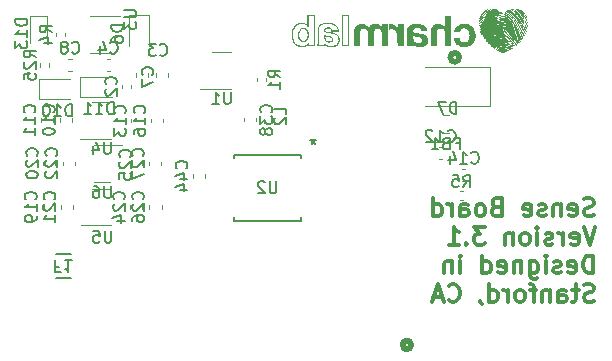
<source format=gbr>
%TF.GenerationSoftware,KiCad,Pcbnew,8.0.8*%
%TF.CreationDate,2025-02-18T00:27:10-08:00*%
%TF.ProjectId,OuterBoard_rev3.1,4f757465-7242-46f6-9172-645f72657633,rev?*%
%TF.SameCoordinates,Original*%
%TF.FileFunction,Legend,Bot*%
%TF.FilePolarity,Positive*%
%FSLAX46Y46*%
G04 Gerber Fmt 4.6, Leading zero omitted, Abs format (unit mm)*
G04 Created by KiCad (PCBNEW 8.0.8) date 2025-02-18 00:27:10*
%MOMM*%
%LPD*%
G01*
G04 APERTURE LIST*
%ADD10C,0.300000*%
%ADD11C,0.150000*%
%ADD12C,0.508000*%
%ADD13C,0.120000*%
%ADD14C,0.152400*%
%ADD15C,0.000000*%
G04 APERTURE END LIST*
D10*
X159435317Y-95888052D02*
X159221032Y-95959480D01*
X159221032Y-95959480D02*
X158863889Y-95959480D01*
X158863889Y-95959480D02*
X158721032Y-95888052D01*
X158721032Y-95888052D02*
X158649603Y-95816623D01*
X158649603Y-95816623D02*
X158578174Y-95673766D01*
X158578174Y-95673766D02*
X158578174Y-95530909D01*
X158578174Y-95530909D02*
X158649603Y-95388052D01*
X158649603Y-95388052D02*
X158721032Y-95316623D01*
X158721032Y-95316623D02*
X158863889Y-95245194D01*
X158863889Y-95245194D02*
X159149603Y-95173766D01*
X159149603Y-95173766D02*
X159292460Y-95102337D01*
X159292460Y-95102337D02*
X159363889Y-95030909D01*
X159363889Y-95030909D02*
X159435317Y-94888052D01*
X159435317Y-94888052D02*
X159435317Y-94745194D01*
X159435317Y-94745194D02*
X159363889Y-94602337D01*
X159363889Y-94602337D02*
X159292460Y-94530909D01*
X159292460Y-94530909D02*
X159149603Y-94459480D01*
X159149603Y-94459480D02*
X158792460Y-94459480D01*
X158792460Y-94459480D02*
X158578174Y-94530909D01*
X157363889Y-95888052D02*
X157506746Y-95959480D01*
X157506746Y-95959480D02*
X157792461Y-95959480D01*
X157792461Y-95959480D02*
X157935318Y-95888052D01*
X157935318Y-95888052D02*
X158006746Y-95745194D01*
X158006746Y-95745194D02*
X158006746Y-95173766D01*
X158006746Y-95173766D02*
X157935318Y-95030909D01*
X157935318Y-95030909D02*
X157792461Y-94959480D01*
X157792461Y-94959480D02*
X157506746Y-94959480D01*
X157506746Y-94959480D02*
X157363889Y-95030909D01*
X157363889Y-95030909D02*
X157292461Y-95173766D01*
X157292461Y-95173766D02*
X157292461Y-95316623D01*
X157292461Y-95316623D02*
X158006746Y-95459480D01*
X156649604Y-94959480D02*
X156649604Y-95959480D01*
X156649604Y-95102337D02*
X156578175Y-95030909D01*
X156578175Y-95030909D02*
X156435318Y-94959480D01*
X156435318Y-94959480D02*
X156221032Y-94959480D01*
X156221032Y-94959480D02*
X156078175Y-95030909D01*
X156078175Y-95030909D02*
X156006747Y-95173766D01*
X156006747Y-95173766D02*
X156006747Y-95959480D01*
X155363889Y-95888052D02*
X155221032Y-95959480D01*
X155221032Y-95959480D02*
X154935318Y-95959480D01*
X154935318Y-95959480D02*
X154792461Y-95888052D01*
X154792461Y-95888052D02*
X154721032Y-95745194D01*
X154721032Y-95745194D02*
X154721032Y-95673766D01*
X154721032Y-95673766D02*
X154792461Y-95530909D01*
X154792461Y-95530909D02*
X154935318Y-95459480D01*
X154935318Y-95459480D02*
X155149604Y-95459480D01*
X155149604Y-95459480D02*
X155292461Y-95388052D01*
X155292461Y-95388052D02*
X155363889Y-95245194D01*
X155363889Y-95245194D02*
X155363889Y-95173766D01*
X155363889Y-95173766D02*
X155292461Y-95030909D01*
X155292461Y-95030909D02*
X155149604Y-94959480D01*
X155149604Y-94959480D02*
X154935318Y-94959480D01*
X154935318Y-94959480D02*
X154792461Y-95030909D01*
X153506746Y-95888052D02*
X153649603Y-95959480D01*
X153649603Y-95959480D02*
X153935318Y-95959480D01*
X153935318Y-95959480D02*
X154078175Y-95888052D01*
X154078175Y-95888052D02*
X154149603Y-95745194D01*
X154149603Y-95745194D02*
X154149603Y-95173766D01*
X154149603Y-95173766D02*
X154078175Y-95030909D01*
X154078175Y-95030909D02*
X153935318Y-94959480D01*
X153935318Y-94959480D02*
X153649603Y-94959480D01*
X153649603Y-94959480D02*
X153506746Y-95030909D01*
X153506746Y-95030909D02*
X153435318Y-95173766D01*
X153435318Y-95173766D02*
X153435318Y-95316623D01*
X153435318Y-95316623D02*
X154149603Y-95459480D01*
X151149604Y-95173766D02*
X150935318Y-95245194D01*
X150935318Y-95245194D02*
X150863889Y-95316623D01*
X150863889Y-95316623D02*
X150792461Y-95459480D01*
X150792461Y-95459480D02*
X150792461Y-95673766D01*
X150792461Y-95673766D02*
X150863889Y-95816623D01*
X150863889Y-95816623D02*
X150935318Y-95888052D01*
X150935318Y-95888052D02*
X151078175Y-95959480D01*
X151078175Y-95959480D02*
X151649604Y-95959480D01*
X151649604Y-95959480D02*
X151649604Y-94459480D01*
X151649604Y-94459480D02*
X151149604Y-94459480D01*
X151149604Y-94459480D02*
X151006747Y-94530909D01*
X151006747Y-94530909D02*
X150935318Y-94602337D01*
X150935318Y-94602337D02*
X150863889Y-94745194D01*
X150863889Y-94745194D02*
X150863889Y-94888052D01*
X150863889Y-94888052D02*
X150935318Y-95030909D01*
X150935318Y-95030909D02*
X151006747Y-95102337D01*
X151006747Y-95102337D02*
X151149604Y-95173766D01*
X151149604Y-95173766D02*
X151649604Y-95173766D01*
X149935318Y-95959480D02*
X150078175Y-95888052D01*
X150078175Y-95888052D02*
X150149604Y-95816623D01*
X150149604Y-95816623D02*
X150221032Y-95673766D01*
X150221032Y-95673766D02*
X150221032Y-95245194D01*
X150221032Y-95245194D02*
X150149604Y-95102337D01*
X150149604Y-95102337D02*
X150078175Y-95030909D01*
X150078175Y-95030909D02*
X149935318Y-94959480D01*
X149935318Y-94959480D02*
X149721032Y-94959480D01*
X149721032Y-94959480D02*
X149578175Y-95030909D01*
X149578175Y-95030909D02*
X149506747Y-95102337D01*
X149506747Y-95102337D02*
X149435318Y-95245194D01*
X149435318Y-95245194D02*
X149435318Y-95673766D01*
X149435318Y-95673766D02*
X149506747Y-95816623D01*
X149506747Y-95816623D02*
X149578175Y-95888052D01*
X149578175Y-95888052D02*
X149721032Y-95959480D01*
X149721032Y-95959480D02*
X149935318Y-95959480D01*
X148149604Y-95959480D02*
X148149604Y-95173766D01*
X148149604Y-95173766D02*
X148221032Y-95030909D01*
X148221032Y-95030909D02*
X148363889Y-94959480D01*
X148363889Y-94959480D02*
X148649604Y-94959480D01*
X148649604Y-94959480D02*
X148792461Y-95030909D01*
X148149604Y-95888052D02*
X148292461Y-95959480D01*
X148292461Y-95959480D02*
X148649604Y-95959480D01*
X148649604Y-95959480D02*
X148792461Y-95888052D01*
X148792461Y-95888052D02*
X148863889Y-95745194D01*
X148863889Y-95745194D02*
X148863889Y-95602337D01*
X148863889Y-95602337D02*
X148792461Y-95459480D01*
X148792461Y-95459480D02*
X148649604Y-95388052D01*
X148649604Y-95388052D02*
X148292461Y-95388052D01*
X148292461Y-95388052D02*
X148149604Y-95316623D01*
X147435318Y-95959480D02*
X147435318Y-94959480D01*
X147435318Y-95245194D02*
X147363889Y-95102337D01*
X147363889Y-95102337D02*
X147292461Y-95030909D01*
X147292461Y-95030909D02*
X147149603Y-94959480D01*
X147149603Y-94959480D02*
X147006746Y-94959480D01*
X145863890Y-95959480D02*
X145863890Y-94459480D01*
X145863890Y-95888052D02*
X146006747Y-95959480D01*
X146006747Y-95959480D02*
X146292461Y-95959480D01*
X146292461Y-95959480D02*
X146435318Y-95888052D01*
X146435318Y-95888052D02*
X146506747Y-95816623D01*
X146506747Y-95816623D02*
X146578175Y-95673766D01*
X146578175Y-95673766D02*
X146578175Y-95245194D01*
X146578175Y-95245194D02*
X146506747Y-95102337D01*
X146506747Y-95102337D02*
X146435318Y-95030909D01*
X146435318Y-95030909D02*
X146292461Y-94959480D01*
X146292461Y-94959480D02*
X146006747Y-94959480D01*
X146006747Y-94959480D02*
X145863890Y-95030909D01*
X159578174Y-96874396D02*
X159078174Y-98374396D01*
X159078174Y-98374396D02*
X158578174Y-96874396D01*
X157506746Y-98302968D02*
X157649603Y-98374396D01*
X157649603Y-98374396D02*
X157935318Y-98374396D01*
X157935318Y-98374396D02*
X158078175Y-98302968D01*
X158078175Y-98302968D02*
X158149603Y-98160110D01*
X158149603Y-98160110D02*
X158149603Y-97588682D01*
X158149603Y-97588682D02*
X158078175Y-97445825D01*
X158078175Y-97445825D02*
X157935318Y-97374396D01*
X157935318Y-97374396D02*
X157649603Y-97374396D01*
X157649603Y-97374396D02*
X157506746Y-97445825D01*
X157506746Y-97445825D02*
X157435318Y-97588682D01*
X157435318Y-97588682D02*
X157435318Y-97731539D01*
X157435318Y-97731539D02*
X158149603Y-97874396D01*
X156792461Y-98374396D02*
X156792461Y-97374396D01*
X156792461Y-97660110D02*
X156721032Y-97517253D01*
X156721032Y-97517253D02*
X156649604Y-97445825D01*
X156649604Y-97445825D02*
X156506746Y-97374396D01*
X156506746Y-97374396D02*
X156363889Y-97374396D01*
X155935318Y-98302968D02*
X155792461Y-98374396D01*
X155792461Y-98374396D02*
X155506747Y-98374396D01*
X155506747Y-98374396D02*
X155363890Y-98302968D01*
X155363890Y-98302968D02*
X155292461Y-98160110D01*
X155292461Y-98160110D02*
X155292461Y-98088682D01*
X155292461Y-98088682D02*
X155363890Y-97945825D01*
X155363890Y-97945825D02*
X155506747Y-97874396D01*
X155506747Y-97874396D02*
X155721033Y-97874396D01*
X155721033Y-97874396D02*
X155863890Y-97802968D01*
X155863890Y-97802968D02*
X155935318Y-97660110D01*
X155935318Y-97660110D02*
X155935318Y-97588682D01*
X155935318Y-97588682D02*
X155863890Y-97445825D01*
X155863890Y-97445825D02*
X155721033Y-97374396D01*
X155721033Y-97374396D02*
X155506747Y-97374396D01*
X155506747Y-97374396D02*
X155363890Y-97445825D01*
X154649604Y-98374396D02*
X154649604Y-97374396D01*
X154649604Y-96874396D02*
X154721032Y-96945825D01*
X154721032Y-96945825D02*
X154649604Y-97017253D01*
X154649604Y-97017253D02*
X154578175Y-96945825D01*
X154578175Y-96945825D02*
X154649604Y-96874396D01*
X154649604Y-96874396D02*
X154649604Y-97017253D01*
X153721032Y-98374396D02*
X153863889Y-98302968D01*
X153863889Y-98302968D02*
X153935318Y-98231539D01*
X153935318Y-98231539D02*
X154006746Y-98088682D01*
X154006746Y-98088682D02*
X154006746Y-97660110D01*
X154006746Y-97660110D02*
X153935318Y-97517253D01*
X153935318Y-97517253D02*
X153863889Y-97445825D01*
X153863889Y-97445825D02*
X153721032Y-97374396D01*
X153721032Y-97374396D02*
X153506746Y-97374396D01*
X153506746Y-97374396D02*
X153363889Y-97445825D01*
X153363889Y-97445825D02*
X153292461Y-97517253D01*
X153292461Y-97517253D02*
X153221032Y-97660110D01*
X153221032Y-97660110D02*
X153221032Y-98088682D01*
X153221032Y-98088682D02*
X153292461Y-98231539D01*
X153292461Y-98231539D02*
X153363889Y-98302968D01*
X153363889Y-98302968D02*
X153506746Y-98374396D01*
X153506746Y-98374396D02*
X153721032Y-98374396D01*
X152578175Y-97374396D02*
X152578175Y-98374396D01*
X152578175Y-97517253D02*
X152506746Y-97445825D01*
X152506746Y-97445825D02*
X152363889Y-97374396D01*
X152363889Y-97374396D02*
X152149603Y-97374396D01*
X152149603Y-97374396D02*
X152006746Y-97445825D01*
X152006746Y-97445825D02*
X151935318Y-97588682D01*
X151935318Y-97588682D02*
X151935318Y-98374396D01*
X150221032Y-96874396D02*
X149292460Y-96874396D01*
X149292460Y-96874396D02*
X149792460Y-97445825D01*
X149792460Y-97445825D02*
X149578175Y-97445825D01*
X149578175Y-97445825D02*
X149435318Y-97517253D01*
X149435318Y-97517253D02*
X149363889Y-97588682D01*
X149363889Y-97588682D02*
X149292460Y-97731539D01*
X149292460Y-97731539D02*
X149292460Y-98088682D01*
X149292460Y-98088682D02*
X149363889Y-98231539D01*
X149363889Y-98231539D02*
X149435318Y-98302968D01*
X149435318Y-98302968D02*
X149578175Y-98374396D01*
X149578175Y-98374396D02*
X150006746Y-98374396D01*
X150006746Y-98374396D02*
X150149603Y-98302968D01*
X150149603Y-98302968D02*
X150221032Y-98231539D01*
X148649604Y-98231539D02*
X148578175Y-98302968D01*
X148578175Y-98302968D02*
X148649604Y-98374396D01*
X148649604Y-98374396D02*
X148721032Y-98302968D01*
X148721032Y-98302968D02*
X148649604Y-98231539D01*
X148649604Y-98231539D02*
X148649604Y-98374396D01*
X147149603Y-98374396D02*
X148006746Y-98374396D01*
X147578175Y-98374396D02*
X147578175Y-96874396D01*
X147578175Y-96874396D02*
X147721032Y-97088682D01*
X147721032Y-97088682D02*
X147863889Y-97231539D01*
X147863889Y-97231539D02*
X148006746Y-97302968D01*
X159363889Y-100789312D02*
X159363889Y-99289312D01*
X159363889Y-99289312D02*
X159006746Y-99289312D01*
X159006746Y-99289312D02*
X158792460Y-99360741D01*
X158792460Y-99360741D02*
X158649603Y-99503598D01*
X158649603Y-99503598D02*
X158578174Y-99646455D01*
X158578174Y-99646455D02*
X158506746Y-99932169D01*
X158506746Y-99932169D02*
X158506746Y-100146455D01*
X158506746Y-100146455D02*
X158578174Y-100432169D01*
X158578174Y-100432169D02*
X158649603Y-100575026D01*
X158649603Y-100575026D02*
X158792460Y-100717884D01*
X158792460Y-100717884D02*
X159006746Y-100789312D01*
X159006746Y-100789312D02*
X159363889Y-100789312D01*
X157292460Y-100717884D02*
X157435317Y-100789312D01*
X157435317Y-100789312D02*
X157721032Y-100789312D01*
X157721032Y-100789312D02*
X157863889Y-100717884D01*
X157863889Y-100717884D02*
X157935317Y-100575026D01*
X157935317Y-100575026D02*
X157935317Y-100003598D01*
X157935317Y-100003598D02*
X157863889Y-99860741D01*
X157863889Y-99860741D02*
X157721032Y-99789312D01*
X157721032Y-99789312D02*
X157435317Y-99789312D01*
X157435317Y-99789312D02*
X157292460Y-99860741D01*
X157292460Y-99860741D02*
X157221032Y-100003598D01*
X157221032Y-100003598D02*
X157221032Y-100146455D01*
X157221032Y-100146455D02*
X157935317Y-100289312D01*
X156649603Y-100717884D02*
X156506746Y-100789312D01*
X156506746Y-100789312D02*
X156221032Y-100789312D01*
X156221032Y-100789312D02*
X156078175Y-100717884D01*
X156078175Y-100717884D02*
X156006746Y-100575026D01*
X156006746Y-100575026D02*
X156006746Y-100503598D01*
X156006746Y-100503598D02*
X156078175Y-100360741D01*
X156078175Y-100360741D02*
X156221032Y-100289312D01*
X156221032Y-100289312D02*
X156435318Y-100289312D01*
X156435318Y-100289312D02*
X156578175Y-100217884D01*
X156578175Y-100217884D02*
X156649603Y-100075026D01*
X156649603Y-100075026D02*
X156649603Y-100003598D01*
X156649603Y-100003598D02*
X156578175Y-99860741D01*
X156578175Y-99860741D02*
X156435318Y-99789312D01*
X156435318Y-99789312D02*
X156221032Y-99789312D01*
X156221032Y-99789312D02*
X156078175Y-99860741D01*
X155363889Y-100789312D02*
X155363889Y-99789312D01*
X155363889Y-99289312D02*
X155435317Y-99360741D01*
X155435317Y-99360741D02*
X155363889Y-99432169D01*
X155363889Y-99432169D02*
X155292460Y-99360741D01*
X155292460Y-99360741D02*
X155363889Y-99289312D01*
X155363889Y-99289312D02*
X155363889Y-99432169D01*
X154006746Y-99789312D02*
X154006746Y-101003598D01*
X154006746Y-101003598D02*
X154078174Y-101146455D01*
X154078174Y-101146455D02*
X154149603Y-101217884D01*
X154149603Y-101217884D02*
X154292460Y-101289312D01*
X154292460Y-101289312D02*
X154506746Y-101289312D01*
X154506746Y-101289312D02*
X154649603Y-101217884D01*
X154006746Y-100717884D02*
X154149603Y-100789312D01*
X154149603Y-100789312D02*
X154435317Y-100789312D01*
X154435317Y-100789312D02*
X154578174Y-100717884D01*
X154578174Y-100717884D02*
X154649603Y-100646455D01*
X154649603Y-100646455D02*
X154721031Y-100503598D01*
X154721031Y-100503598D02*
X154721031Y-100075026D01*
X154721031Y-100075026D02*
X154649603Y-99932169D01*
X154649603Y-99932169D02*
X154578174Y-99860741D01*
X154578174Y-99860741D02*
X154435317Y-99789312D01*
X154435317Y-99789312D02*
X154149603Y-99789312D01*
X154149603Y-99789312D02*
X154006746Y-99860741D01*
X153292460Y-99789312D02*
X153292460Y-100789312D01*
X153292460Y-99932169D02*
X153221031Y-99860741D01*
X153221031Y-99860741D02*
X153078174Y-99789312D01*
X153078174Y-99789312D02*
X152863888Y-99789312D01*
X152863888Y-99789312D02*
X152721031Y-99860741D01*
X152721031Y-99860741D02*
X152649603Y-100003598D01*
X152649603Y-100003598D02*
X152649603Y-100789312D01*
X151363888Y-100717884D02*
X151506745Y-100789312D01*
X151506745Y-100789312D02*
X151792460Y-100789312D01*
X151792460Y-100789312D02*
X151935317Y-100717884D01*
X151935317Y-100717884D02*
X152006745Y-100575026D01*
X152006745Y-100575026D02*
X152006745Y-100003598D01*
X152006745Y-100003598D02*
X151935317Y-99860741D01*
X151935317Y-99860741D02*
X151792460Y-99789312D01*
X151792460Y-99789312D02*
X151506745Y-99789312D01*
X151506745Y-99789312D02*
X151363888Y-99860741D01*
X151363888Y-99860741D02*
X151292460Y-100003598D01*
X151292460Y-100003598D02*
X151292460Y-100146455D01*
X151292460Y-100146455D02*
X152006745Y-100289312D01*
X150006746Y-100789312D02*
X150006746Y-99289312D01*
X150006746Y-100717884D02*
X150149603Y-100789312D01*
X150149603Y-100789312D02*
X150435317Y-100789312D01*
X150435317Y-100789312D02*
X150578174Y-100717884D01*
X150578174Y-100717884D02*
X150649603Y-100646455D01*
X150649603Y-100646455D02*
X150721031Y-100503598D01*
X150721031Y-100503598D02*
X150721031Y-100075026D01*
X150721031Y-100075026D02*
X150649603Y-99932169D01*
X150649603Y-99932169D02*
X150578174Y-99860741D01*
X150578174Y-99860741D02*
X150435317Y-99789312D01*
X150435317Y-99789312D02*
X150149603Y-99789312D01*
X150149603Y-99789312D02*
X150006746Y-99860741D01*
X148149603Y-100789312D02*
X148149603Y-99789312D01*
X148149603Y-99289312D02*
X148221031Y-99360741D01*
X148221031Y-99360741D02*
X148149603Y-99432169D01*
X148149603Y-99432169D02*
X148078174Y-99360741D01*
X148078174Y-99360741D02*
X148149603Y-99289312D01*
X148149603Y-99289312D02*
X148149603Y-99432169D01*
X147435317Y-99789312D02*
X147435317Y-100789312D01*
X147435317Y-99932169D02*
X147363888Y-99860741D01*
X147363888Y-99860741D02*
X147221031Y-99789312D01*
X147221031Y-99789312D02*
X147006745Y-99789312D01*
X147006745Y-99789312D02*
X146863888Y-99860741D01*
X146863888Y-99860741D02*
X146792460Y-100003598D01*
X146792460Y-100003598D02*
X146792460Y-100789312D01*
X159435317Y-103132800D02*
X159221032Y-103204228D01*
X159221032Y-103204228D02*
X158863889Y-103204228D01*
X158863889Y-103204228D02*
X158721032Y-103132800D01*
X158721032Y-103132800D02*
X158649603Y-103061371D01*
X158649603Y-103061371D02*
X158578174Y-102918514D01*
X158578174Y-102918514D02*
X158578174Y-102775657D01*
X158578174Y-102775657D02*
X158649603Y-102632800D01*
X158649603Y-102632800D02*
X158721032Y-102561371D01*
X158721032Y-102561371D02*
X158863889Y-102489942D01*
X158863889Y-102489942D02*
X159149603Y-102418514D01*
X159149603Y-102418514D02*
X159292460Y-102347085D01*
X159292460Y-102347085D02*
X159363889Y-102275657D01*
X159363889Y-102275657D02*
X159435317Y-102132800D01*
X159435317Y-102132800D02*
X159435317Y-101989942D01*
X159435317Y-101989942D02*
X159363889Y-101847085D01*
X159363889Y-101847085D02*
X159292460Y-101775657D01*
X159292460Y-101775657D02*
X159149603Y-101704228D01*
X159149603Y-101704228D02*
X158792460Y-101704228D01*
X158792460Y-101704228D02*
X158578174Y-101775657D01*
X158149603Y-102204228D02*
X157578175Y-102204228D01*
X157935318Y-101704228D02*
X157935318Y-102989942D01*
X157935318Y-102989942D02*
X157863889Y-103132800D01*
X157863889Y-103132800D02*
X157721032Y-103204228D01*
X157721032Y-103204228D02*
X157578175Y-103204228D01*
X156435318Y-103204228D02*
X156435318Y-102418514D01*
X156435318Y-102418514D02*
X156506746Y-102275657D01*
X156506746Y-102275657D02*
X156649603Y-102204228D01*
X156649603Y-102204228D02*
X156935318Y-102204228D01*
X156935318Y-102204228D02*
X157078175Y-102275657D01*
X156435318Y-103132800D02*
X156578175Y-103204228D01*
X156578175Y-103204228D02*
X156935318Y-103204228D01*
X156935318Y-103204228D02*
X157078175Y-103132800D01*
X157078175Y-103132800D02*
X157149603Y-102989942D01*
X157149603Y-102989942D02*
X157149603Y-102847085D01*
X157149603Y-102847085D02*
X157078175Y-102704228D01*
X157078175Y-102704228D02*
X156935318Y-102632800D01*
X156935318Y-102632800D02*
X156578175Y-102632800D01*
X156578175Y-102632800D02*
X156435318Y-102561371D01*
X155721032Y-102204228D02*
X155721032Y-103204228D01*
X155721032Y-102347085D02*
X155649603Y-102275657D01*
X155649603Y-102275657D02*
X155506746Y-102204228D01*
X155506746Y-102204228D02*
X155292460Y-102204228D01*
X155292460Y-102204228D02*
X155149603Y-102275657D01*
X155149603Y-102275657D02*
X155078175Y-102418514D01*
X155078175Y-102418514D02*
X155078175Y-103204228D01*
X154578174Y-102204228D02*
X154006746Y-102204228D01*
X154363889Y-103204228D02*
X154363889Y-101918514D01*
X154363889Y-101918514D02*
X154292460Y-101775657D01*
X154292460Y-101775657D02*
X154149603Y-101704228D01*
X154149603Y-101704228D02*
X154006746Y-101704228D01*
X153292460Y-103204228D02*
X153435317Y-103132800D01*
X153435317Y-103132800D02*
X153506746Y-103061371D01*
X153506746Y-103061371D02*
X153578174Y-102918514D01*
X153578174Y-102918514D02*
X153578174Y-102489942D01*
X153578174Y-102489942D02*
X153506746Y-102347085D01*
X153506746Y-102347085D02*
X153435317Y-102275657D01*
X153435317Y-102275657D02*
X153292460Y-102204228D01*
X153292460Y-102204228D02*
X153078174Y-102204228D01*
X153078174Y-102204228D02*
X152935317Y-102275657D01*
X152935317Y-102275657D02*
X152863889Y-102347085D01*
X152863889Y-102347085D02*
X152792460Y-102489942D01*
X152792460Y-102489942D02*
X152792460Y-102918514D01*
X152792460Y-102918514D02*
X152863889Y-103061371D01*
X152863889Y-103061371D02*
X152935317Y-103132800D01*
X152935317Y-103132800D02*
X153078174Y-103204228D01*
X153078174Y-103204228D02*
X153292460Y-103204228D01*
X152149603Y-103204228D02*
X152149603Y-102204228D01*
X152149603Y-102489942D02*
X152078174Y-102347085D01*
X152078174Y-102347085D02*
X152006746Y-102275657D01*
X152006746Y-102275657D02*
X151863888Y-102204228D01*
X151863888Y-102204228D02*
X151721031Y-102204228D01*
X150578175Y-103204228D02*
X150578175Y-101704228D01*
X150578175Y-103132800D02*
X150721032Y-103204228D01*
X150721032Y-103204228D02*
X151006746Y-103204228D01*
X151006746Y-103204228D02*
X151149603Y-103132800D01*
X151149603Y-103132800D02*
X151221032Y-103061371D01*
X151221032Y-103061371D02*
X151292460Y-102918514D01*
X151292460Y-102918514D02*
X151292460Y-102489942D01*
X151292460Y-102489942D02*
X151221032Y-102347085D01*
X151221032Y-102347085D02*
X151149603Y-102275657D01*
X151149603Y-102275657D02*
X151006746Y-102204228D01*
X151006746Y-102204228D02*
X150721032Y-102204228D01*
X150721032Y-102204228D02*
X150578175Y-102275657D01*
X149792460Y-103132800D02*
X149792460Y-103204228D01*
X149792460Y-103204228D02*
X149863889Y-103347085D01*
X149863889Y-103347085D02*
X149935317Y-103418514D01*
X147149603Y-103061371D02*
X147221031Y-103132800D01*
X147221031Y-103132800D02*
X147435317Y-103204228D01*
X147435317Y-103204228D02*
X147578174Y-103204228D01*
X147578174Y-103204228D02*
X147792460Y-103132800D01*
X147792460Y-103132800D02*
X147935317Y-102989942D01*
X147935317Y-102989942D02*
X148006746Y-102847085D01*
X148006746Y-102847085D02*
X148078174Y-102561371D01*
X148078174Y-102561371D02*
X148078174Y-102347085D01*
X148078174Y-102347085D02*
X148006746Y-102061371D01*
X148006746Y-102061371D02*
X147935317Y-101918514D01*
X147935317Y-101918514D02*
X147792460Y-101775657D01*
X147792460Y-101775657D02*
X147578174Y-101704228D01*
X147578174Y-101704228D02*
X147435317Y-101704228D01*
X147435317Y-101704228D02*
X147221031Y-101775657D01*
X147221031Y-101775657D02*
X147149603Y-101847085D01*
X146578174Y-102775657D02*
X145863889Y-102775657D01*
X146721031Y-103204228D02*
X146221031Y-101704228D01*
X146221031Y-101704228D02*
X145721031Y-103204228D01*
D11*
X121382980Y-87225942D02*
X121430600Y-87178323D01*
X121430600Y-87178323D02*
X121478219Y-87035466D01*
X121478219Y-87035466D02*
X121478219Y-86940228D01*
X121478219Y-86940228D02*
X121430600Y-86797371D01*
X121430600Y-86797371D02*
X121335361Y-86702133D01*
X121335361Y-86702133D02*
X121240123Y-86654514D01*
X121240123Y-86654514D02*
X121049647Y-86606895D01*
X121049647Y-86606895D02*
X120906790Y-86606895D01*
X120906790Y-86606895D02*
X120716314Y-86654514D01*
X120716314Y-86654514D02*
X120621076Y-86702133D01*
X120621076Y-86702133D02*
X120525838Y-86797371D01*
X120525838Y-86797371D02*
X120478219Y-86940228D01*
X120478219Y-86940228D02*
X120478219Y-87035466D01*
X120478219Y-87035466D02*
X120525838Y-87178323D01*
X120525838Y-87178323D02*
X120573457Y-87225942D01*
X121478219Y-88178323D02*
X121478219Y-87606895D01*
X121478219Y-87892609D02*
X120478219Y-87892609D01*
X120478219Y-87892609D02*
X120621076Y-87797371D01*
X120621076Y-87797371D02*
X120716314Y-87702133D01*
X120716314Y-87702133D02*
X120763933Y-87606895D01*
X120478219Y-89035466D02*
X120478219Y-88844990D01*
X120478219Y-88844990D02*
X120525838Y-88749752D01*
X120525838Y-88749752D02*
X120573457Y-88702133D01*
X120573457Y-88702133D02*
X120716314Y-88606895D01*
X120716314Y-88606895D02*
X120906790Y-88559276D01*
X120906790Y-88559276D02*
X121287742Y-88559276D01*
X121287742Y-88559276D02*
X121382980Y-88606895D01*
X121382980Y-88606895D02*
X121430600Y-88654514D01*
X121430600Y-88654514D02*
X121478219Y-88749752D01*
X121478219Y-88749752D02*
X121478219Y-88940228D01*
X121478219Y-88940228D02*
X121430600Y-89035466D01*
X121430600Y-89035466D02*
X121382980Y-89083085D01*
X121382980Y-89083085D02*
X121287742Y-89130704D01*
X121287742Y-89130704D02*
X121049647Y-89130704D01*
X121049647Y-89130704D02*
X120954409Y-89083085D01*
X120954409Y-89083085D02*
X120906790Y-89035466D01*
X120906790Y-89035466D02*
X120859171Y-88940228D01*
X120859171Y-88940228D02*
X120859171Y-88749752D01*
X120859171Y-88749752D02*
X120906790Y-88654514D01*
X120906790Y-88654514D02*
X120954409Y-88606895D01*
X120954409Y-88606895D02*
X121049647Y-88559276D01*
X121230580Y-90860942D02*
X121278200Y-90813323D01*
X121278200Y-90813323D02*
X121325819Y-90670466D01*
X121325819Y-90670466D02*
X121325819Y-90575228D01*
X121325819Y-90575228D02*
X121278200Y-90432371D01*
X121278200Y-90432371D02*
X121182961Y-90337133D01*
X121182961Y-90337133D02*
X121087723Y-90289514D01*
X121087723Y-90289514D02*
X120897247Y-90241895D01*
X120897247Y-90241895D02*
X120754390Y-90241895D01*
X120754390Y-90241895D02*
X120563914Y-90289514D01*
X120563914Y-90289514D02*
X120468676Y-90337133D01*
X120468676Y-90337133D02*
X120373438Y-90432371D01*
X120373438Y-90432371D02*
X120325819Y-90575228D01*
X120325819Y-90575228D02*
X120325819Y-90670466D01*
X120325819Y-90670466D02*
X120373438Y-90813323D01*
X120373438Y-90813323D02*
X120421057Y-90860942D01*
X120421057Y-91241895D02*
X120373438Y-91289514D01*
X120373438Y-91289514D02*
X120325819Y-91384752D01*
X120325819Y-91384752D02*
X120325819Y-91622847D01*
X120325819Y-91622847D02*
X120373438Y-91718085D01*
X120373438Y-91718085D02*
X120421057Y-91765704D01*
X120421057Y-91765704D02*
X120516295Y-91813323D01*
X120516295Y-91813323D02*
X120611533Y-91813323D01*
X120611533Y-91813323D02*
X120754390Y-91765704D01*
X120754390Y-91765704D02*
X121325819Y-91194276D01*
X121325819Y-91194276D02*
X121325819Y-91813323D01*
X120325819Y-92146657D02*
X120325819Y-92813323D01*
X120325819Y-92813323D02*
X121325819Y-92384752D01*
X147112257Y-89556780D02*
X147159876Y-89604400D01*
X147159876Y-89604400D02*
X147302733Y-89652019D01*
X147302733Y-89652019D02*
X147397971Y-89652019D01*
X147397971Y-89652019D02*
X147540828Y-89604400D01*
X147540828Y-89604400D02*
X147636066Y-89509161D01*
X147636066Y-89509161D02*
X147683685Y-89413923D01*
X147683685Y-89413923D02*
X147731304Y-89223447D01*
X147731304Y-89223447D02*
X147731304Y-89080590D01*
X147731304Y-89080590D02*
X147683685Y-88890114D01*
X147683685Y-88890114D02*
X147636066Y-88794876D01*
X147636066Y-88794876D02*
X147540828Y-88699638D01*
X147540828Y-88699638D02*
X147397971Y-88652019D01*
X147397971Y-88652019D02*
X147302733Y-88652019D01*
X147302733Y-88652019D02*
X147159876Y-88699638D01*
X147159876Y-88699638D02*
X147112257Y-88747257D01*
X146159876Y-89652019D02*
X146731304Y-89652019D01*
X146445590Y-89652019D02*
X146445590Y-88652019D01*
X146445590Y-88652019D02*
X146540828Y-88794876D01*
X146540828Y-88794876D02*
X146636066Y-88890114D01*
X146636066Y-88890114D02*
X146731304Y-88937733D01*
X145778923Y-88747257D02*
X145731304Y-88699638D01*
X145731304Y-88699638D02*
X145636066Y-88652019D01*
X145636066Y-88652019D02*
X145397971Y-88652019D01*
X145397971Y-88652019D02*
X145302733Y-88699638D01*
X145302733Y-88699638D02*
X145255114Y-88747257D01*
X145255114Y-88747257D02*
X145207495Y-88842495D01*
X145207495Y-88842495D02*
X145207495Y-88937733D01*
X145207495Y-88937733D02*
X145255114Y-89080590D01*
X145255114Y-89080590D02*
X145826542Y-89652019D01*
X145826542Y-89652019D02*
X145207495Y-89652019D01*
X132562604Y-93003019D02*
X132562604Y-93812542D01*
X132562604Y-93812542D02*
X132514985Y-93907780D01*
X132514985Y-93907780D02*
X132467366Y-93955400D01*
X132467366Y-93955400D02*
X132372128Y-94003019D01*
X132372128Y-94003019D02*
X132181652Y-94003019D01*
X132181652Y-94003019D02*
X132086414Y-93955400D01*
X132086414Y-93955400D02*
X132038795Y-93907780D01*
X132038795Y-93907780D02*
X131991176Y-93812542D01*
X131991176Y-93812542D02*
X131991176Y-93003019D01*
X131562604Y-93098257D02*
X131514985Y-93050638D01*
X131514985Y-93050638D02*
X131419747Y-93003019D01*
X131419747Y-93003019D02*
X131181652Y-93003019D01*
X131181652Y-93003019D02*
X131086414Y-93050638D01*
X131086414Y-93050638D02*
X131038795Y-93098257D01*
X131038795Y-93098257D02*
X130991176Y-93193495D01*
X130991176Y-93193495D02*
X130991176Y-93288733D01*
X130991176Y-93288733D02*
X131038795Y-93431590D01*
X131038795Y-93431590D02*
X131610223Y-94003019D01*
X131610223Y-94003019D02*
X130991176Y-94003019D01*
X135686899Y-89396219D02*
X135686899Y-89634314D01*
X135924994Y-89539076D02*
X135686899Y-89634314D01*
X135686899Y-89634314D02*
X135448804Y-89539076D01*
X135829756Y-89824790D02*
X135686899Y-89634314D01*
X135686899Y-89634314D02*
X135544042Y-89824790D01*
X135686899Y-89396219D02*
X135686899Y-89634314D01*
X135924994Y-89539076D02*
X135686899Y-89634314D01*
X135686899Y-89634314D02*
X135448804Y-89539076D01*
X135829756Y-89824790D02*
X135686899Y-89634314D01*
X135686899Y-89634314D02*
X135544042Y-89824790D01*
X122052980Y-83984713D02*
X122100600Y-83937094D01*
X122100600Y-83937094D02*
X122148219Y-83794237D01*
X122148219Y-83794237D02*
X122148219Y-83698999D01*
X122148219Y-83698999D02*
X122100600Y-83556142D01*
X122100600Y-83556142D02*
X122005361Y-83460904D01*
X122005361Y-83460904D02*
X121910123Y-83413285D01*
X121910123Y-83413285D02*
X121719647Y-83365666D01*
X121719647Y-83365666D02*
X121576790Y-83365666D01*
X121576790Y-83365666D02*
X121386314Y-83413285D01*
X121386314Y-83413285D02*
X121291076Y-83460904D01*
X121291076Y-83460904D02*
X121195838Y-83556142D01*
X121195838Y-83556142D02*
X121148219Y-83698999D01*
X121148219Y-83698999D02*
X121148219Y-83794237D01*
X121148219Y-83794237D02*
X121195838Y-83937094D01*
X121195838Y-83937094D02*
X121243457Y-83984713D01*
X121148219Y-84318047D02*
X121148219Y-84984713D01*
X121148219Y-84984713D02*
X122148219Y-84556142D01*
X114169866Y-100221190D02*
X113836533Y-100221190D01*
X113836533Y-99697380D02*
X113836533Y-100697380D01*
X113836533Y-100697380D02*
X114312723Y-100697380D01*
X115217485Y-99697380D02*
X114646057Y-99697380D01*
X114931771Y-99697380D02*
X114931771Y-100697380D01*
X114931771Y-100697380D02*
X114836533Y-100554523D01*
X114836533Y-100554523D02*
X114741295Y-100459285D01*
X114741295Y-100459285D02*
X114646057Y-100411666D01*
X119630380Y-94543942D02*
X119678000Y-94496323D01*
X119678000Y-94496323D02*
X119725619Y-94353466D01*
X119725619Y-94353466D02*
X119725619Y-94258228D01*
X119725619Y-94258228D02*
X119678000Y-94115371D01*
X119678000Y-94115371D02*
X119582761Y-94020133D01*
X119582761Y-94020133D02*
X119487523Y-93972514D01*
X119487523Y-93972514D02*
X119297047Y-93924895D01*
X119297047Y-93924895D02*
X119154190Y-93924895D01*
X119154190Y-93924895D02*
X118963714Y-93972514D01*
X118963714Y-93972514D02*
X118868476Y-94020133D01*
X118868476Y-94020133D02*
X118773238Y-94115371D01*
X118773238Y-94115371D02*
X118725619Y-94258228D01*
X118725619Y-94258228D02*
X118725619Y-94353466D01*
X118725619Y-94353466D02*
X118773238Y-94496323D01*
X118773238Y-94496323D02*
X118820857Y-94543942D01*
X118820857Y-94924895D02*
X118773238Y-94972514D01*
X118773238Y-94972514D02*
X118725619Y-95067752D01*
X118725619Y-95067752D02*
X118725619Y-95305847D01*
X118725619Y-95305847D02*
X118773238Y-95401085D01*
X118773238Y-95401085D02*
X118820857Y-95448704D01*
X118820857Y-95448704D02*
X118916095Y-95496323D01*
X118916095Y-95496323D02*
X119011333Y-95496323D01*
X119011333Y-95496323D02*
X119154190Y-95448704D01*
X119154190Y-95448704D02*
X119725619Y-94877276D01*
X119725619Y-94877276D02*
X119725619Y-95496323D01*
X119058952Y-96353466D02*
X119725619Y-96353466D01*
X118678000Y-96115371D02*
X119392285Y-95877276D01*
X119392285Y-95877276D02*
X119392285Y-96496323D01*
X112264380Y-90835542D02*
X112312000Y-90787923D01*
X112312000Y-90787923D02*
X112359619Y-90645066D01*
X112359619Y-90645066D02*
X112359619Y-90549828D01*
X112359619Y-90549828D02*
X112312000Y-90406971D01*
X112312000Y-90406971D02*
X112216761Y-90311733D01*
X112216761Y-90311733D02*
X112121523Y-90264114D01*
X112121523Y-90264114D02*
X111931047Y-90216495D01*
X111931047Y-90216495D02*
X111788190Y-90216495D01*
X111788190Y-90216495D02*
X111597714Y-90264114D01*
X111597714Y-90264114D02*
X111502476Y-90311733D01*
X111502476Y-90311733D02*
X111407238Y-90406971D01*
X111407238Y-90406971D02*
X111359619Y-90549828D01*
X111359619Y-90549828D02*
X111359619Y-90645066D01*
X111359619Y-90645066D02*
X111407238Y-90787923D01*
X111407238Y-90787923D02*
X111454857Y-90835542D01*
X111454857Y-91216495D02*
X111407238Y-91264114D01*
X111407238Y-91264114D02*
X111359619Y-91359352D01*
X111359619Y-91359352D02*
X111359619Y-91597447D01*
X111359619Y-91597447D02*
X111407238Y-91692685D01*
X111407238Y-91692685D02*
X111454857Y-91740304D01*
X111454857Y-91740304D02*
X111550095Y-91787923D01*
X111550095Y-91787923D02*
X111645333Y-91787923D01*
X111645333Y-91787923D02*
X111788190Y-91740304D01*
X111788190Y-91740304D02*
X112359619Y-91168876D01*
X112359619Y-91168876D02*
X112359619Y-91787923D01*
X111359619Y-92406971D02*
X111359619Y-92502209D01*
X111359619Y-92502209D02*
X111407238Y-92597447D01*
X111407238Y-92597447D02*
X111454857Y-92645066D01*
X111454857Y-92645066D02*
X111550095Y-92692685D01*
X111550095Y-92692685D02*
X111740571Y-92740304D01*
X111740571Y-92740304D02*
X111978666Y-92740304D01*
X111978666Y-92740304D02*
X112169142Y-92692685D01*
X112169142Y-92692685D02*
X112264380Y-92645066D01*
X112264380Y-92645066D02*
X112312000Y-92597447D01*
X112312000Y-92597447D02*
X112359619Y-92502209D01*
X112359619Y-92502209D02*
X112359619Y-92406971D01*
X112359619Y-92406971D02*
X112312000Y-92311733D01*
X112312000Y-92311733D02*
X112264380Y-92264114D01*
X112264380Y-92264114D02*
X112169142Y-92216495D01*
X112169142Y-92216495D02*
X111978666Y-92168876D01*
X111978666Y-92168876D02*
X111740571Y-92168876D01*
X111740571Y-92168876D02*
X111550095Y-92216495D01*
X111550095Y-92216495D02*
X111454857Y-92264114D01*
X111454857Y-92264114D02*
X111407238Y-92311733D01*
X111407238Y-92311733D02*
X111359619Y-92406971D01*
X113762980Y-94543942D02*
X113810600Y-94496323D01*
X113810600Y-94496323D02*
X113858219Y-94353466D01*
X113858219Y-94353466D02*
X113858219Y-94258228D01*
X113858219Y-94258228D02*
X113810600Y-94115371D01*
X113810600Y-94115371D02*
X113715361Y-94020133D01*
X113715361Y-94020133D02*
X113620123Y-93972514D01*
X113620123Y-93972514D02*
X113429647Y-93924895D01*
X113429647Y-93924895D02*
X113286790Y-93924895D01*
X113286790Y-93924895D02*
X113096314Y-93972514D01*
X113096314Y-93972514D02*
X113001076Y-94020133D01*
X113001076Y-94020133D02*
X112905838Y-94115371D01*
X112905838Y-94115371D02*
X112858219Y-94258228D01*
X112858219Y-94258228D02*
X112858219Y-94353466D01*
X112858219Y-94353466D02*
X112905838Y-94496323D01*
X112905838Y-94496323D02*
X112953457Y-94543942D01*
X112953457Y-94924895D02*
X112905838Y-94972514D01*
X112905838Y-94972514D02*
X112858219Y-95067752D01*
X112858219Y-95067752D02*
X112858219Y-95305847D01*
X112858219Y-95305847D02*
X112905838Y-95401085D01*
X112905838Y-95401085D02*
X112953457Y-95448704D01*
X112953457Y-95448704D02*
X113048695Y-95496323D01*
X113048695Y-95496323D02*
X113143933Y-95496323D01*
X113143933Y-95496323D02*
X113286790Y-95448704D01*
X113286790Y-95448704D02*
X113858219Y-94877276D01*
X113858219Y-94877276D02*
X113858219Y-95496323D01*
X113858219Y-96448704D02*
X113858219Y-95877276D01*
X113858219Y-96162990D02*
X112858219Y-96162990D01*
X112858219Y-96162990D02*
X113001076Y-96067752D01*
X113001076Y-96067752D02*
X113096314Y-95972514D01*
X113096314Y-95972514D02*
X113143933Y-95877276D01*
X147757133Y-89774409D02*
X148090466Y-89774409D01*
X148090466Y-90298219D02*
X148090466Y-89298219D01*
X148090466Y-89298219D02*
X147614276Y-89298219D01*
X146899990Y-89774409D02*
X146757133Y-89822028D01*
X146757133Y-89822028D02*
X146709514Y-89869647D01*
X146709514Y-89869647D02*
X146661895Y-89964885D01*
X146661895Y-89964885D02*
X146661895Y-90107742D01*
X146661895Y-90107742D02*
X146709514Y-90202980D01*
X146709514Y-90202980D02*
X146757133Y-90250600D01*
X146757133Y-90250600D02*
X146852371Y-90298219D01*
X146852371Y-90298219D02*
X147233323Y-90298219D01*
X147233323Y-90298219D02*
X147233323Y-89298219D01*
X147233323Y-89298219D02*
X146899990Y-89298219D01*
X146899990Y-89298219D02*
X146804752Y-89345838D01*
X146804752Y-89345838D02*
X146757133Y-89393457D01*
X146757133Y-89393457D02*
X146709514Y-89488695D01*
X146709514Y-89488695D02*
X146709514Y-89583933D01*
X146709514Y-89583933D02*
X146757133Y-89679171D01*
X146757133Y-89679171D02*
X146804752Y-89726790D01*
X146804752Y-89726790D02*
X146899990Y-89774409D01*
X146899990Y-89774409D02*
X147233323Y-89774409D01*
X145709514Y-90298219D02*
X146280942Y-90298219D01*
X145995228Y-90298219D02*
X145995228Y-89298219D01*
X145995228Y-89298219D02*
X146090466Y-89441076D01*
X146090466Y-89441076D02*
X146185704Y-89536314D01*
X146185704Y-89536314D02*
X146280942Y-89583933D01*
X119698419Y-78536895D02*
X120507942Y-78536895D01*
X120507942Y-78536895D02*
X120603180Y-78584514D01*
X120603180Y-78584514D02*
X120650800Y-78632133D01*
X120650800Y-78632133D02*
X120698419Y-78727371D01*
X120698419Y-78727371D02*
X120698419Y-78917847D01*
X120698419Y-78917847D02*
X120650800Y-79013085D01*
X120650800Y-79013085D02*
X120603180Y-79060704D01*
X120603180Y-79060704D02*
X120507942Y-79108323D01*
X120507942Y-79108323D02*
X119698419Y-79108323D01*
X119698419Y-79489276D02*
X119698419Y-80108323D01*
X119698419Y-80108323D02*
X120079371Y-79774990D01*
X120079371Y-79774990D02*
X120079371Y-79917847D01*
X120079371Y-79917847D02*
X120126990Y-80013085D01*
X120126990Y-80013085D02*
X120174609Y-80060704D01*
X120174609Y-80060704D02*
X120269847Y-80108323D01*
X120269847Y-80108323D02*
X120507942Y-80108323D01*
X120507942Y-80108323D02*
X120603180Y-80060704D01*
X120603180Y-80060704D02*
X120650800Y-80013085D01*
X120650800Y-80013085D02*
X120698419Y-79917847D01*
X120698419Y-79917847D02*
X120698419Y-79632133D01*
X120698419Y-79632133D02*
X120650800Y-79536895D01*
X120650800Y-79536895D02*
X120603180Y-79489276D01*
X112061180Y-87175142D02*
X112108800Y-87127523D01*
X112108800Y-87127523D02*
X112156419Y-86984666D01*
X112156419Y-86984666D02*
X112156419Y-86889428D01*
X112156419Y-86889428D02*
X112108800Y-86746571D01*
X112108800Y-86746571D02*
X112013561Y-86651333D01*
X112013561Y-86651333D02*
X111918323Y-86603714D01*
X111918323Y-86603714D02*
X111727847Y-86556095D01*
X111727847Y-86556095D02*
X111584990Y-86556095D01*
X111584990Y-86556095D02*
X111394514Y-86603714D01*
X111394514Y-86603714D02*
X111299276Y-86651333D01*
X111299276Y-86651333D02*
X111204038Y-86746571D01*
X111204038Y-86746571D02*
X111156419Y-86889428D01*
X111156419Y-86889428D02*
X111156419Y-86984666D01*
X111156419Y-86984666D02*
X111204038Y-87127523D01*
X111204038Y-87127523D02*
X111251657Y-87175142D01*
X112156419Y-88127523D02*
X112156419Y-87556095D01*
X112156419Y-87841809D02*
X111156419Y-87841809D01*
X111156419Y-87841809D02*
X111299276Y-87746571D01*
X111299276Y-87746571D02*
X111394514Y-87651333D01*
X111394514Y-87651333D02*
X111442133Y-87556095D01*
X112156419Y-89079904D02*
X112156419Y-88508476D01*
X112156419Y-88794190D02*
X111156419Y-88794190D01*
X111156419Y-88794190D02*
X111299276Y-88698952D01*
X111299276Y-88698952D02*
X111394514Y-88603714D01*
X111394514Y-88603714D02*
X111442133Y-88508476D01*
X115266466Y-82089180D02*
X115314085Y-82136800D01*
X115314085Y-82136800D02*
X115456942Y-82184419D01*
X115456942Y-82184419D02*
X115552180Y-82184419D01*
X115552180Y-82184419D02*
X115695037Y-82136800D01*
X115695037Y-82136800D02*
X115790275Y-82041561D01*
X115790275Y-82041561D02*
X115837894Y-81946323D01*
X115837894Y-81946323D02*
X115885513Y-81755847D01*
X115885513Y-81755847D02*
X115885513Y-81612990D01*
X115885513Y-81612990D02*
X115837894Y-81422514D01*
X115837894Y-81422514D02*
X115790275Y-81327276D01*
X115790275Y-81327276D02*
X115695037Y-81232038D01*
X115695037Y-81232038D02*
X115552180Y-81184419D01*
X115552180Y-81184419D02*
X115456942Y-81184419D01*
X115456942Y-81184419D02*
X115314085Y-81232038D01*
X115314085Y-81232038D02*
X115266466Y-81279657D01*
X114695037Y-81612990D02*
X114790275Y-81565371D01*
X114790275Y-81565371D02*
X114837894Y-81517752D01*
X114837894Y-81517752D02*
X114885513Y-81422514D01*
X114885513Y-81422514D02*
X114885513Y-81374895D01*
X114885513Y-81374895D02*
X114837894Y-81279657D01*
X114837894Y-81279657D02*
X114790275Y-81232038D01*
X114790275Y-81232038D02*
X114695037Y-81184419D01*
X114695037Y-81184419D02*
X114504561Y-81184419D01*
X114504561Y-81184419D02*
X114409323Y-81232038D01*
X114409323Y-81232038D02*
X114361704Y-81279657D01*
X114361704Y-81279657D02*
X114314085Y-81374895D01*
X114314085Y-81374895D02*
X114314085Y-81422514D01*
X114314085Y-81422514D02*
X114361704Y-81517752D01*
X114361704Y-81517752D02*
X114409323Y-81565371D01*
X114409323Y-81565371D02*
X114504561Y-81612990D01*
X114504561Y-81612990D02*
X114695037Y-81612990D01*
X114695037Y-81612990D02*
X114790275Y-81660609D01*
X114790275Y-81660609D02*
X114837894Y-81708228D01*
X114837894Y-81708228D02*
X114885513Y-81803466D01*
X114885513Y-81803466D02*
X114885513Y-81993942D01*
X114885513Y-81993942D02*
X114837894Y-82089180D01*
X114837894Y-82089180D02*
X114790275Y-82136800D01*
X114790275Y-82136800D02*
X114695037Y-82184419D01*
X114695037Y-82184419D02*
X114504561Y-82184419D01*
X114504561Y-82184419D02*
X114409323Y-82136800D01*
X114409323Y-82136800D02*
X114361704Y-82089180D01*
X114361704Y-82089180D02*
X114314085Y-81993942D01*
X114314085Y-81993942D02*
X114314085Y-81803466D01*
X114314085Y-81803466D02*
X114361704Y-81708228D01*
X114361704Y-81708228D02*
X114409323Y-81660609D01*
X114409323Y-81660609D02*
X114504561Y-81612990D01*
X147810694Y-87272019D02*
X147810694Y-86272019D01*
X147810694Y-86272019D02*
X147572599Y-86272019D01*
X147572599Y-86272019D02*
X147429742Y-86319638D01*
X147429742Y-86319638D02*
X147334504Y-86414876D01*
X147334504Y-86414876D02*
X147286885Y-86510114D01*
X147286885Y-86510114D02*
X147239266Y-86700590D01*
X147239266Y-86700590D02*
X147239266Y-86843447D01*
X147239266Y-86843447D02*
X147286885Y-87033923D01*
X147286885Y-87033923D02*
X147334504Y-87129161D01*
X147334504Y-87129161D02*
X147429742Y-87224400D01*
X147429742Y-87224400D02*
X147572599Y-87272019D01*
X147572599Y-87272019D02*
X147810694Y-87272019D01*
X146905932Y-86272019D02*
X146239266Y-86272019D01*
X146239266Y-86272019D02*
X146667837Y-87272019D01*
X111470619Y-79278314D02*
X110470619Y-79278314D01*
X110470619Y-79278314D02*
X110470619Y-79516409D01*
X110470619Y-79516409D02*
X110518238Y-79659266D01*
X110518238Y-79659266D02*
X110613476Y-79754504D01*
X110613476Y-79754504D02*
X110708714Y-79802123D01*
X110708714Y-79802123D02*
X110899190Y-79849742D01*
X110899190Y-79849742D02*
X111042047Y-79849742D01*
X111042047Y-79849742D02*
X111232523Y-79802123D01*
X111232523Y-79802123D02*
X111327761Y-79754504D01*
X111327761Y-79754504D02*
X111423000Y-79659266D01*
X111423000Y-79659266D02*
X111470619Y-79516409D01*
X111470619Y-79516409D02*
X111470619Y-79278314D01*
X111470619Y-80802123D02*
X111470619Y-80230695D01*
X111470619Y-80516409D02*
X110470619Y-80516409D01*
X110470619Y-80516409D02*
X110613476Y-80421171D01*
X110613476Y-80421171D02*
X110708714Y-80325933D01*
X110708714Y-80325933D02*
X110756333Y-80230695D01*
X110470619Y-81135457D02*
X110470619Y-81754504D01*
X110470619Y-81754504D02*
X110851571Y-81421171D01*
X110851571Y-81421171D02*
X110851571Y-81564028D01*
X110851571Y-81564028D02*
X110899190Y-81659266D01*
X110899190Y-81659266D02*
X110946809Y-81706885D01*
X110946809Y-81706885D02*
X111042047Y-81754504D01*
X111042047Y-81754504D02*
X111280142Y-81754504D01*
X111280142Y-81754504D02*
X111375380Y-81706885D01*
X111375380Y-81706885D02*
X111423000Y-81659266D01*
X111423000Y-81659266D02*
X111470619Y-81564028D01*
X111470619Y-81564028D02*
X111470619Y-81278314D01*
X111470619Y-81278314D02*
X111423000Y-81183076D01*
X111423000Y-81183076D02*
X111375380Y-81135457D01*
X112187819Y-82518742D02*
X111711628Y-82185409D01*
X112187819Y-81947314D02*
X111187819Y-81947314D01*
X111187819Y-81947314D02*
X111187819Y-82328266D01*
X111187819Y-82328266D02*
X111235438Y-82423504D01*
X111235438Y-82423504D02*
X111283057Y-82471123D01*
X111283057Y-82471123D02*
X111378295Y-82518742D01*
X111378295Y-82518742D02*
X111521152Y-82518742D01*
X111521152Y-82518742D02*
X111616390Y-82471123D01*
X111616390Y-82471123D02*
X111664009Y-82423504D01*
X111664009Y-82423504D02*
X111711628Y-82328266D01*
X111711628Y-82328266D02*
X111711628Y-81947314D01*
X111283057Y-82899695D02*
X111235438Y-82947314D01*
X111235438Y-82947314D02*
X111187819Y-83042552D01*
X111187819Y-83042552D02*
X111187819Y-83280647D01*
X111187819Y-83280647D02*
X111235438Y-83375885D01*
X111235438Y-83375885D02*
X111283057Y-83423504D01*
X111283057Y-83423504D02*
X111378295Y-83471123D01*
X111378295Y-83471123D02*
X111473533Y-83471123D01*
X111473533Y-83471123D02*
X111616390Y-83423504D01*
X111616390Y-83423504D02*
X112187819Y-82852076D01*
X112187819Y-82852076D02*
X112187819Y-83471123D01*
X111187819Y-84375885D02*
X111187819Y-83899695D01*
X111187819Y-83899695D02*
X111664009Y-83852076D01*
X111664009Y-83852076D02*
X111616390Y-83899695D01*
X111616390Y-83899695D02*
X111568771Y-83994933D01*
X111568771Y-83994933D02*
X111568771Y-84233028D01*
X111568771Y-84233028D02*
X111616390Y-84328266D01*
X111616390Y-84328266D02*
X111664009Y-84375885D01*
X111664009Y-84375885D02*
X111759247Y-84423504D01*
X111759247Y-84423504D02*
X111997342Y-84423504D01*
X111997342Y-84423504D02*
X112092580Y-84375885D01*
X112092580Y-84375885D02*
X112140200Y-84328266D01*
X112140200Y-84328266D02*
X112187819Y-84233028D01*
X112187819Y-84233028D02*
X112187819Y-83994933D01*
X112187819Y-83994933D02*
X112140200Y-83899695D01*
X112140200Y-83899695D02*
X112092580Y-83852076D01*
X133373019Y-87336333D02*
X133373019Y-86860143D01*
X133373019Y-86860143D02*
X132373019Y-86860143D01*
X132468257Y-87622048D02*
X132420638Y-87669667D01*
X132420638Y-87669667D02*
X132373019Y-87764905D01*
X132373019Y-87764905D02*
X132373019Y-88003000D01*
X132373019Y-88003000D02*
X132420638Y-88098238D01*
X132420638Y-88098238D02*
X132468257Y-88145857D01*
X132468257Y-88145857D02*
X132563495Y-88193476D01*
X132563495Y-88193476D02*
X132658733Y-88193476D01*
X132658733Y-88193476D02*
X132801590Y-88145857D01*
X132801590Y-88145857D02*
X133373019Y-87574429D01*
X133373019Y-87574429D02*
X133373019Y-88193476D01*
X149067457Y-91410980D02*
X149115076Y-91458600D01*
X149115076Y-91458600D02*
X149257933Y-91506219D01*
X149257933Y-91506219D02*
X149353171Y-91506219D01*
X149353171Y-91506219D02*
X149496028Y-91458600D01*
X149496028Y-91458600D02*
X149591266Y-91363361D01*
X149591266Y-91363361D02*
X149638885Y-91268123D01*
X149638885Y-91268123D02*
X149686504Y-91077647D01*
X149686504Y-91077647D02*
X149686504Y-90934790D01*
X149686504Y-90934790D02*
X149638885Y-90744314D01*
X149638885Y-90744314D02*
X149591266Y-90649076D01*
X149591266Y-90649076D02*
X149496028Y-90553838D01*
X149496028Y-90553838D02*
X149353171Y-90506219D01*
X149353171Y-90506219D02*
X149257933Y-90506219D01*
X149257933Y-90506219D02*
X149115076Y-90553838D01*
X149115076Y-90553838D02*
X149067457Y-90601457D01*
X148115076Y-91506219D02*
X148686504Y-91506219D01*
X148400790Y-91506219D02*
X148400790Y-90506219D01*
X148400790Y-90506219D02*
X148496028Y-90649076D01*
X148496028Y-90649076D02*
X148591266Y-90744314D01*
X148591266Y-90744314D02*
X148686504Y-90791933D01*
X147257933Y-90839552D02*
X147257933Y-91506219D01*
X147496028Y-90458600D02*
X147734123Y-91172885D01*
X147734123Y-91172885D02*
X147115076Y-91172885D01*
X118536204Y-89698219D02*
X118536204Y-90507742D01*
X118536204Y-90507742D02*
X118488585Y-90602980D01*
X118488585Y-90602980D02*
X118440966Y-90650600D01*
X118440966Y-90650600D02*
X118345728Y-90698219D01*
X118345728Y-90698219D02*
X118155252Y-90698219D01*
X118155252Y-90698219D02*
X118060014Y-90650600D01*
X118060014Y-90650600D02*
X118012395Y-90602980D01*
X118012395Y-90602980D02*
X117964776Y-90507742D01*
X117964776Y-90507742D02*
X117964776Y-89698219D01*
X117060014Y-90031552D02*
X117060014Y-90698219D01*
X117298109Y-89650600D02*
X117536204Y-90364885D01*
X117536204Y-90364885D02*
X116917157Y-90364885D01*
X118492266Y-82089180D02*
X118539885Y-82136800D01*
X118539885Y-82136800D02*
X118682742Y-82184419D01*
X118682742Y-82184419D02*
X118777980Y-82184419D01*
X118777980Y-82184419D02*
X118920837Y-82136800D01*
X118920837Y-82136800D02*
X119016075Y-82041561D01*
X119016075Y-82041561D02*
X119063694Y-81946323D01*
X119063694Y-81946323D02*
X119111313Y-81755847D01*
X119111313Y-81755847D02*
X119111313Y-81612990D01*
X119111313Y-81612990D02*
X119063694Y-81422514D01*
X119063694Y-81422514D02*
X119016075Y-81327276D01*
X119016075Y-81327276D02*
X118920837Y-81232038D01*
X118920837Y-81232038D02*
X118777980Y-81184419D01*
X118777980Y-81184419D02*
X118682742Y-81184419D01*
X118682742Y-81184419D02*
X118539885Y-81232038D01*
X118539885Y-81232038D02*
X118492266Y-81279657D01*
X117635123Y-81517752D02*
X117635123Y-82184419D01*
X117873218Y-81136800D02*
X118111313Y-81851085D01*
X118111313Y-81851085D02*
X117492266Y-81851085D01*
X121255980Y-94543942D02*
X121303600Y-94496323D01*
X121303600Y-94496323D02*
X121351219Y-94353466D01*
X121351219Y-94353466D02*
X121351219Y-94258228D01*
X121351219Y-94258228D02*
X121303600Y-94115371D01*
X121303600Y-94115371D02*
X121208361Y-94020133D01*
X121208361Y-94020133D02*
X121113123Y-93972514D01*
X121113123Y-93972514D02*
X120922647Y-93924895D01*
X120922647Y-93924895D02*
X120779790Y-93924895D01*
X120779790Y-93924895D02*
X120589314Y-93972514D01*
X120589314Y-93972514D02*
X120494076Y-94020133D01*
X120494076Y-94020133D02*
X120398838Y-94115371D01*
X120398838Y-94115371D02*
X120351219Y-94258228D01*
X120351219Y-94258228D02*
X120351219Y-94353466D01*
X120351219Y-94353466D02*
X120398838Y-94496323D01*
X120398838Y-94496323D02*
X120446457Y-94543942D01*
X120446457Y-94924895D02*
X120398838Y-94972514D01*
X120398838Y-94972514D02*
X120351219Y-95067752D01*
X120351219Y-95067752D02*
X120351219Y-95305847D01*
X120351219Y-95305847D02*
X120398838Y-95401085D01*
X120398838Y-95401085D02*
X120446457Y-95448704D01*
X120446457Y-95448704D02*
X120541695Y-95496323D01*
X120541695Y-95496323D02*
X120636933Y-95496323D01*
X120636933Y-95496323D02*
X120779790Y-95448704D01*
X120779790Y-95448704D02*
X121351219Y-94877276D01*
X121351219Y-94877276D02*
X121351219Y-95496323D01*
X120351219Y-96353466D02*
X120351219Y-96162990D01*
X120351219Y-96162990D02*
X120398838Y-96067752D01*
X120398838Y-96067752D02*
X120446457Y-96020133D01*
X120446457Y-96020133D02*
X120589314Y-95924895D01*
X120589314Y-95924895D02*
X120779790Y-95877276D01*
X120779790Y-95877276D02*
X121160742Y-95877276D01*
X121160742Y-95877276D02*
X121255980Y-95924895D01*
X121255980Y-95924895D02*
X121303600Y-95972514D01*
X121303600Y-95972514D02*
X121351219Y-96067752D01*
X121351219Y-96067752D02*
X121351219Y-96258228D01*
X121351219Y-96258228D02*
X121303600Y-96353466D01*
X121303600Y-96353466D02*
X121255980Y-96401085D01*
X121255980Y-96401085D02*
X121160742Y-96448704D01*
X121160742Y-96448704D02*
X120922647Y-96448704D01*
X120922647Y-96448704D02*
X120827409Y-96401085D01*
X120827409Y-96401085D02*
X120779790Y-96353466D01*
X120779790Y-96353466D02*
X120732171Y-96258228D01*
X120732171Y-96258228D02*
X120732171Y-96067752D01*
X120732171Y-96067752D02*
X120779790Y-95972514D01*
X120779790Y-95972514D02*
X120827409Y-95924895D01*
X120827409Y-95924895D02*
X120922647Y-95877276D01*
X118773285Y-87318619D02*
X118773285Y-86318619D01*
X118773285Y-86318619D02*
X118535190Y-86318619D01*
X118535190Y-86318619D02*
X118392333Y-86366238D01*
X118392333Y-86366238D02*
X118297095Y-86461476D01*
X118297095Y-86461476D02*
X118249476Y-86556714D01*
X118249476Y-86556714D02*
X118201857Y-86747190D01*
X118201857Y-86747190D02*
X118201857Y-86890047D01*
X118201857Y-86890047D02*
X118249476Y-87080523D01*
X118249476Y-87080523D02*
X118297095Y-87175761D01*
X118297095Y-87175761D02*
X118392333Y-87271000D01*
X118392333Y-87271000D02*
X118535190Y-87318619D01*
X118535190Y-87318619D02*
X118773285Y-87318619D01*
X117249476Y-87318619D02*
X117820904Y-87318619D01*
X117535190Y-87318619D02*
X117535190Y-86318619D01*
X117535190Y-86318619D02*
X117630428Y-86461476D01*
X117630428Y-86461476D02*
X117725666Y-86556714D01*
X117725666Y-86556714D02*
X117820904Y-86604333D01*
X116297095Y-87318619D02*
X116868523Y-87318619D01*
X116582809Y-87318619D02*
X116582809Y-86318619D01*
X116582809Y-86318619D02*
X116678047Y-86461476D01*
X116678047Y-86461476D02*
X116773285Y-86556714D01*
X116773285Y-86556714D02*
X116868523Y-86604333D01*
X113534019Y-80402133D02*
X113057828Y-80068800D01*
X113534019Y-79830705D02*
X112534019Y-79830705D01*
X112534019Y-79830705D02*
X112534019Y-80211657D01*
X112534019Y-80211657D02*
X112581638Y-80306895D01*
X112581638Y-80306895D02*
X112629257Y-80354514D01*
X112629257Y-80354514D02*
X112724495Y-80402133D01*
X112724495Y-80402133D02*
X112867352Y-80402133D01*
X112867352Y-80402133D02*
X112962590Y-80354514D01*
X112962590Y-80354514D02*
X113010209Y-80306895D01*
X113010209Y-80306895D02*
X113057828Y-80211657D01*
X113057828Y-80211657D02*
X113057828Y-79830705D01*
X112867352Y-81259276D02*
X113534019Y-81259276D01*
X112486400Y-81021181D02*
X113200685Y-80783086D01*
X113200685Y-80783086D02*
X113200685Y-81402133D01*
X148399066Y-93468019D02*
X148732399Y-92991828D01*
X148970494Y-93468019D02*
X148970494Y-92468019D01*
X148970494Y-92468019D02*
X148589542Y-92468019D01*
X148589542Y-92468019D02*
X148494304Y-92515638D01*
X148494304Y-92515638D02*
X148446685Y-92563257D01*
X148446685Y-92563257D02*
X148399066Y-92658495D01*
X148399066Y-92658495D02*
X148399066Y-92801352D01*
X148399066Y-92801352D02*
X148446685Y-92896590D01*
X148446685Y-92896590D02*
X148494304Y-92944209D01*
X148494304Y-92944209D02*
X148589542Y-92991828D01*
X148589542Y-92991828D02*
X148970494Y-92991828D01*
X147494304Y-92468019D02*
X147970494Y-92468019D01*
X147970494Y-92468019D02*
X148018113Y-92944209D01*
X148018113Y-92944209D02*
X147970494Y-92896590D01*
X147970494Y-92896590D02*
X147875256Y-92848971D01*
X147875256Y-92848971D02*
X147637161Y-92848971D01*
X147637161Y-92848971D02*
X147541923Y-92896590D01*
X147541923Y-92896590D02*
X147494304Y-92944209D01*
X147494304Y-92944209D02*
X147446685Y-93039447D01*
X147446685Y-93039447D02*
X147446685Y-93277542D01*
X147446685Y-93277542D02*
X147494304Y-93372780D01*
X147494304Y-93372780D02*
X147541923Y-93420400D01*
X147541923Y-93420400D02*
X147637161Y-93468019D01*
X147637161Y-93468019D02*
X147875256Y-93468019D01*
X147875256Y-93468019D02*
X147970494Y-93420400D01*
X147970494Y-93420400D02*
X148018113Y-93372780D01*
X118569404Y-93404419D02*
X118569404Y-94213942D01*
X118569404Y-94213942D02*
X118521785Y-94309180D01*
X118521785Y-94309180D02*
X118474166Y-94356800D01*
X118474166Y-94356800D02*
X118378928Y-94404419D01*
X118378928Y-94404419D02*
X118188452Y-94404419D01*
X118188452Y-94404419D02*
X118093214Y-94356800D01*
X118093214Y-94356800D02*
X118045595Y-94309180D01*
X118045595Y-94309180D02*
X117997976Y-94213942D01*
X117997976Y-94213942D02*
X117997976Y-93404419D01*
X117093214Y-93404419D02*
X117283690Y-93404419D01*
X117283690Y-93404419D02*
X117378928Y-93452038D01*
X117378928Y-93452038D02*
X117426547Y-93499657D01*
X117426547Y-93499657D02*
X117521785Y-93642514D01*
X117521785Y-93642514D02*
X117569404Y-93832990D01*
X117569404Y-93832990D02*
X117569404Y-94213942D01*
X117569404Y-94213942D02*
X117521785Y-94309180D01*
X117521785Y-94309180D02*
X117474166Y-94356800D01*
X117474166Y-94356800D02*
X117378928Y-94404419D01*
X117378928Y-94404419D02*
X117188452Y-94404419D01*
X117188452Y-94404419D02*
X117093214Y-94356800D01*
X117093214Y-94356800D02*
X117045595Y-94309180D01*
X117045595Y-94309180D02*
X116997976Y-94213942D01*
X116997976Y-94213942D02*
X116997976Y-93975847D01*
X116997976Y-93975847D02*
X117045595Y-93880609D01*
X117045595Y-93880609D02*
X117093214Y-93832990D01*
X117093214Y-93832990D02*
X117188452Y-93785371D01*
X117188452Y-93785371D02*
X117378928Y-93785371D01*
X117378928Y-93785371D02*
X117474166Y-93832990D01*
X117474166Y-93832990D02*
X117521785Y-93880609D01*
X117521785Y-93880609D02*
X117569404Y-93975847D01*
X120171380Y-90949542D02*
X120219000Y-90901923D01*
X120219000Y-90901923D02*
X120266619Y-90759066D01*
X120266619Y-90759066D02*
X120266619Y-90663828D01*
X120266619Y-90663828D02*
X120219000Y-90520971D01*
X120219000Y-90520971D02*
X120123761Y-90425733D01*
X120123761Y-90425733D02*
X120028523Y-90378114D01*
X120028523Y-90378114D02*
X119838047Y-90330495D01*
X119838047Y-90330495D02*
X119695190Y-90330495D01*
X119695190Y-90330495D02*
X119504714Y-90378114D01*
X119504714Y-90378114D02*
X119409476Y-90425733D01*
X119409476Y-90425733D02*
X119314238Y-90520971D01*
X119314238Y-90520971D02*
X119266619Y-90663828D01*
X119266619Y-90663828D02*
X119266619Y-90759066D01*
X119266619Y-90759066D02*
X119314238Y-90901923D01*
X119314238Y-90901923D02*
X119361857Y-90949542D01*
X119361857Y-91330495D02*
X119314238Y-91378114D01*
X119314238Y-91378114D02*
X119266619Y-91473352D01*
X119266619Y-91473352D02*
X119266619Y-91711447D01*
X119266619Y-91711447D02*
X119314238Y-91806685D01*
X119314238Y-91806685D02*
X119361857Y-91854304D01*
X119361857Y-91854304D02*
X119457095Y-91901923D01*
X119457095Y-91901923D02*
X119552333Y-91901923D01*
X119552333Y-91901923D02*
X119695190Y-91854304D01*
X119695190Y-91854304D02*
X120266619Y-91282876D01*
X120266619Y-91282876D02*
X120266619Y-91901923D01*
X119266619Y-92806685D02*
X119266619Y-92330495D01*
X119266619Y-92330495D02*
X119742809Y-92282876D01*
X119742809Y-92282876D02*
X119695190Y-92330495D01*
X119695190Y-92330495D02*
X119647571Y-92425733D01*
X119647571Y-92425733D02*
X119647571Y-92663828D01*
X119647571Y-92663828D02*
X119695190Y-92759066D01*
X119695190Y-92759066D02*
X119742809Y-92806685D01*
X119742809Y-92806685D02*
X119838047Y-92854304D01*
X119838047Y-92854304D02*
X120076142Y-92854304D01*
X120076142Y-92854304D02*
X120171380Y-92806685D01*
X120171380Y-92806685D02*
X120219000Y-92759066D01*
X120219000Y-92759066D02*
X120266619Y-92663828D01*
X120266619Y-92663828D02*
X120266619Y-92425733D01*
X120266619Y-92425733D02*
X120219000Y-92330495D01*
X120219000Y-92330495D02*
X120171380Y-92282876D01*
X118952180Y-84796333D02*
X118999800Y-84748714D01*
X118999800Y-84748714D02*
X119047419Y-84605857D01*
X119047419Y-84605857D02*
X119047419Y-84510619D01*
X119047419Y-84510619D02*
X118999800Y-84367762D01*
X118999800Y-84367762D02*
X118904561Y-84272524D01*
X118904561Y-84272524D02*
X118809323Y-84224905D01*
X118809323Y-84224905D02*
X118618847Y-84177286D01*
X118618847Y-84177286D02*
X118475990Y-84177286D01*
X118475990Y-84177286D02*
X118285514Y-84224905D01*
X118285514Y-84224905D02*
X118190276Y-84272524D01*
X118190276Y-84272524D02*
X118095038Y-84367762D01*
X118095038Y-84367762D02*
X118047419Y-84510619D01*
X118047419Y-84510619D02*
X118047419Y-84605857D01*
X118047419Y-84605857D02*
X118095038Y-84748714D01*
X118095038Y-84748714D02*
X118142657Y-84796333D01*
X118142657Y-85177286D02*
X118095038Y-85224905D01*
X118095038Y-85224905D02*
X118047419Y-85320143D01*
X118047419Y-85320143D02*
X118047419Y-85558238D01*
X118047419Y-85558238D02*
X118095038Y-85653476D01*
X118095038Y-85653476D02*
X118142657Y-85701095D01*
X118142657Y-85701095D02*
X118237895Y-85748714D01*
X118237895Y-85748714D02*
X118333133Y-85748714D01*
X118333133Y-85748714D02*
X118475990Y-85701095D01*
X118475990Y-85701095D02*
X119047419Y-85129667D01*
X119047419Y-85129667D02*
X119047419Y-85748714D01*
X113915380Y-90835542D02*
X113963000Y-90787923D01*
X113963000Y-90787923D02*
X114010619Y-90645066D01*
X114010619Y-90645066D02*
X114010619Y-90549828D01*
X114010619Y-90549828D02*
X113963000Y-90406971D01*
X113963000Y-90406971D02*
X113867761Y-90311733D01*
X113867761Y-90311733D02*
X113772523Y-90264114D01*
X113772523Y-90264114D02*
X113582047Y-90216495D01*
X113582047Y-90216495D02*
X113439190Y-90216495D01*
X113439190Y-90216495D02*
X113248714Y-90264114D01*
X113248714Y-90264114D02*
X113153476Y-90311733D01*
X113153476Y-90311733D02*
X113058238Y-90406971D01*
X113058238Y-90406971D02*
X113010619Y-90549828D01*
X113010619Y-90549828D02*
X113010619Y-90645066D01*
X113010619Y-90645066D02*
X113058238Y-90787923D01*
X113058238Y-90787923D02*
X113105857Y-90835542D01*
X113105857Y-91216495D02*
X113058238Y-91264114D01*
X113058238Y-91264114D02*
X113010619Y-91359352D01*
X113010619Y-91359352D02*
X113010619Y-91597447D01*
X113010619Y-91597447D02*
X113058238Y-91692685D01*
X113058238Y-91692685D02*
X113105857Y-91740304D01*
X113105857Y-91740304D02*
X113201095Y-91787923D01*
X113201095Y-91787923D02*
X113296333Y-91787923D01*
X113296333Y-91787923D02*
X113439190Y-91740304D01*
X113439190Y-91740304D02*
X114010619Y-91168876D01*
X114010619Y-91168876D02*
X114010619Y-91787923D01*
X113105857Y-92168876D02*
X113058238Y-92216495D01*
X113058238Y-92216495D02*
X113010619Y-92311733D01*
X113010619Y-92311733D02*
X113010619Y-92549828D01*
X113010619Y-92549828D02*
X113058238Y-92645066D01*
X113058238Y-92645066D02*
X113105857Y-92692685D01*
X113105857Y-92692685D02*
X113201095Y-92740304D01*
X113201095Y-92740304D02*
X113296333Y-92740304D01*
X113296333Y-92740304D02*
X113439190Y-92692685D01*
X113439190Y-92692685D02*
X114010619Y-92121257D01*
X114010619Y-92121257D02*
X114010619Y-92740304D01*
X132109380Y-87177942D02*
X132157000Y-87130323D01*
X132157000Y-87130323D02*
X132204619Y-86987466D01*
X132204619Y-86987466D02*
X132204619Y-86892228D01*
X132204619Y-86892228D02*
X132157000Y-86749371D01*
X132157000Y-86749371D02*
X132061761Y-86654133D01*
X132061761Y-86654133D02*
X131966523Y-86606514D01*
X131966523Y-86606514D02*
X131776047Y-86558895D01*
X131776047Y-86558895D02*
X131633190Y-86558895D01*
X131633190Y-86558895D02*
X131442714Y-86606514D01*
X131442714Y-86606514D02*
X131347476Y-86654133D01*
X131347476Y-86654133D02*
X131252238Y-86749371D01*
X131252238Y-86749371D02*
X131204619Y-86892228D01*
X131204619Y-86892228D02*
X131204619Y-86987466D01*
X131204619Y-86987466D02*
X131252238Y-87130323D01*
X131252238Y-87130323D02*
X131299857Y-87177942D01*
X131204619Y-87511276D02*
X131204619Y-88130323D01*
X131204619Y-88130323D02*
X131585571Y-87796990D01*
X131585571Y-87796990D02*
X131585571Y-87939847D01*
X131585571Y-87939847D02*
X131633190Y-88035085D01*
X131633190Y-88035085D02*
X131680809Y-88082704D01*
X131680809Y-88082704D02*
X131776047Y-88130323D01*
X131776047Y-88130323D02*
X132014142Y-88130323D01*
X132014142Y-88130323D02*
X132109380Y-88082704D01*
X132109380Y-88082704D02*
X132157000Y-88035085D01*
X132157000Y-88035085D02*
X132204619Y-87939847D01*
X132204619Y-87939847D02*
X132204619Y-87654133D01*
X132204619Y-87654133D02*
X132157000Y-87558895D01*
X132157000Y-87558895D02*
X132109380Y-87511276D01*
X131633190Y-88701752D02*
X131585571Y-88606514D01*
X131585571Y-88606514D02*
X131537952Y-88558895D01*
X131537952Y-88558895D02*
X131442714Y-88511276D01*
X131442714Y-88511276D02*
X131395095Y-88511276D01*
X131395095Y-88511276D02*
X131299857Y-88558895D01*
X131299857Y-88558895D02*
X131252238Y-88606514D01*
X131252238Y-88606514D02*
X131204619Y-88701752D01*
X131204619Y-88701752D02*
X131204619Y-88892228D01*
X131204619Y-88892228D02*
X131252238Y-88987466D01*
X131252238Y-88987466D02*
X131299857Y-89035085D01*
X131299857Y-89035085D02*
X131395095Y-89082704D01*
X131395095Y-89082704D02*
X131442714Y-89082704D01*
X131442714Y-89082704D02*
X131537952Y-89035085D01*
X131537952Y-89035085D02*
X131585571Y-88987466D01*
X131585571Y-88987466D02*
X131633190Y-88892228D01*
X131633190Y-88892228D02*
X131633190Y-88701752D01*
X131633190Y-88701752D02*
X131680809Y-88606514D01*
X131680809Y-88606514D02*
X131728428Y-88558895D01*
X131728428Y-88558895D02*
X131823666Y-88511276D01*
X131823666Y-88511276D02*
X132014142Y-88511276D01*
X132014142Y-88511276D02*
X132109380Y-88558895D01*
X132109380Y-88558895D02*
X132157000Y-88606514D01*
X132157000Y-88606514D02*
X132204619Y-88701752D01*
X132204619Y-88701752D02*
X132204619Y-88892228D01*
X132204619Y-88892228D02*
X132157000Y-88987466D01*
X132157000Y-88987466D02*
X132109380Y-89035085D01*
X132109380Y-89035085D02*
X132014142Y-89082704D01*
X132014142Y-89082704D02*
X131823666Y-89082704D01*
X131823666Y-89082704D02*
X131728428Y-89035085D01*
X131728428Y-89035085D02*
X131680809Y-88987466D01*
X131680809Y-88987466D02*
X131633190Y-88892228D01*
X115260285Y-87496419D02*
X115260285Y-86496419D01*
X115260285Y-86496419D02*
X115022190Y-86496419D01*
X115022190Y-86496419D02*
X114879333Y-86544038D01*
X114879333Y-86544038D02*
X114784095Y-86639276D01*
X114784095Y-86639276D02*
X114736476Y-86734514D01*
X114736476Y-86734514D02*
X114688857Y-86924990D01*
X114688857Y-86924990D02*
X114688857Y-87067847D01*
X114688857Y-87067847D02*
X114736476Y-87258323D01*
X114736476Y-87258323D02*
X114784095Y-87353561D01*
X114784095Y-87353561D02*
X114879333Y-87448800D01*
X114879333Y-87448800D02*
X115022190Y-87496419D01*
X115022190Y-87496419D02*
X115260285Y-87496419D01*
X113736476Y-87496419D02*
X114307904Y-87496419D01*
X114022190Y-87496419D02*
X114022190Y-86496419D01*
X114022190Y-86496419D02*
X114117428Y-86639276D01*
X114117428Y-86639276D02*
X114212666Y-86734514D01*
X114212666Y-86734514D02*
X114307904Y-86782133D01*
X113117428Y-86496419D02*
X113022190Y-86496419D01*
X113022190Y-86496419D02*
X112926952Y-86544038D01*
X112926952Y-86544038D02*
X112879333Y-86591657D01*
X112879333Y-86591657D02*
X112831714Y-86686895D01*
X112831714Y-86686895D02*
X112784095Y-86877371D01*
X112784095Y-86877371D02*
X112784095Y-87115466D01*
X112784095Y-87115466D02*
X112831714Y-87305942D01*
X112831714Y-87305942D02*
X112879333Y-87401180D01*
X112879333Y-87401180D02*
X112926952Y-87448800D01*
X112926952Y-87448800D02*
X113022190Y-87496419D01*
X113022190Y-87496419D02*
X113117428Y-87496419D01*
X113117428Y-87496419D02*
X113212666Y-87448800D01*
X113212666Y-87448800D02*
X113260285Y-87401180D01*
X113260285Y-87401180D02*
X113307904Y-87305942D01*
X113307904Y-87305942D02*
X113355523Y-87115466D01*
X113355523Y-87115466D02*
X113355523Y-86877371D01*
X113355523Y-86877371D02*
X113307904Y-86686895D01*
X113307904Y-86686895D02*
X113260285Y-86591657D01*
X113260285Y-86591657D02*
X113212666Y-86544038D01*
X113212666Y-86544038D02*
X113117428Y-86496419D01*
X124938980Y-91914742D02*
X124986600Y-91867123D01*
X124986600Y-91867123D02*
X125034219Y-91724266D01*
X125034219Y-91724266D02*
X125034219Y-91629028D01*
X125034219Y-91629028D02*
X124986600Y-91486171D01*
X124986600Y-91486171D02*
X124891361Y-91390933D01*
X124891361Y-91390933D02*
X124796123Y-91343314D01*
X124796123Y-91343314D02*
X124605647Y-91295695D01*
X124605647Y-91295695D02*
X124462790Y-91295695D01*
X124462790Y-91295695D02*
X124272314Y-91343314D01*
X124272314Y-91343314D02*
X124177076Y-91390933D01*
X124177076Y-91390933D02*
X124081838Y-91486171D01*
X124081838Y-91486171D02*
X124034219Y-91629028D01*
X124034219Y-91629028D02*
X124034219Y-91724266D01*
X124034219Y-91724266D02*
X124081838Y-91867123D01*
X124081838Y-91867123D02*
X124129457Y-91914742D01*
X124367552Y-92771885D02*
X125034219Y-92771885D01*
X123986600Y-92533790D02*
X124700885Y-92295695D01*
X124700885Y-92295695D02*
X124700885Y-92914742D01*
X124367552Y-93724266D02*
X125034219Y-93724266D01*
X123986600Y-93486171D02*
X124700885Y-93248076D01*
X124700885Y-93248076D02*
X124700885Y-93867123D01*
X118592504Y-97194019D02*
X118592504Y-98003542D01*
X118592504Y-98003542D02*
X118544885Y-98098780D01*
X118544885Y-98098780D02*
X118497266Y-98146400D01*
X118497266Y-98146400D02*
X118402028Y-98194019D01*
X118402028Y-98194019D02*
X118211552Y-98194019D01*
X118211552Y-98194019D02*
X118116314Y-98146400D01*
X118116314Y-98146400D02*
X118068695Y-98098780D01*
X118068695Y-98098780D02*
X118021076Y-98003542D01*
X118021076Y-98003542D02*
X118021076Y-97194019D01*
X117068695Y-97194019D02*
X117544885Y-97194019D01*
X117544885Y-97194019D02*
X117592504Y-97670209D01*
X117592504Y-97670209D02*
X117544885Y-97622590D01*
X117544885Y-97622590D02*
X117449647Y-97574971D01*
X117449647Y-97574971D02*
X117211552Y-97574971D01*
X117211552Y-97574971D02*
X117116314Y-97622590D01*
X117116314Y-97622590D02*
X117068695Y-97670209D01*
X117068695Y-97670209D02*
X117021076Y-97765447D01*
X117021076Y-97765447D02*
X117021076Y-98003542D01*
X117021076Y-98003542D02*
X117068695Y-98098780D01*
X117068695Y-98098780D02*
X117116314Y-98146400D01*
X117116314Y-98146400D02*
X117211552Y-98194019D01*
X117211552Y-98194019D02*
X117449647Y-98194019D01*
X117449647Y-98194019D02*
X117544885Y-98146400D01*
X117544885Y-98146400D02*
X117592504Y-98098780D01*
X113686780Y-87177942D02*
X113734400Y-87130323D01*
X113734400Y-87130323D02*
X113782019Y-86987466D01*
X113782019Y-86987466D02*
X113782019Y-86892228D01*
X113782019Y-86892228D02*
X113734400Y-86749371D01*
X113734400Y-86749371D02*
X113639161Y-86654133D01*
X113639161Y-86654133D02*
X113543923Y-86606514D01*
X113543923Y-86606514D02*
X113353447Y-86558895D01*
X113353447Y-86558895D02*
X113210590Y-86558895D01*
X113210590Y-86558895D02*
X113020114Y-86606514D01*
X113020114Y-86606514D02*
X112924876Y-86654133D01*
X112924876Y-86654133D02*
X112829638Y-86749371D01*
X112829638Y-86749371D02*
X112782019Y-86892228D01*
X112782019Y-86892228D02*
X112782019Y-86987466D01*
X112782019Y-86987466D02*
X112829638Y-87130323D01*
X112829638Y-87130323D02*
X112877257Y-87177942D01*
X113782019Y-88130323D02*
X113782019Y-87558895D01*
X113782019Y-87844609D02*
X112782019Y-87844609D01*
X112782019Y-87844609D02*
X112924876Y-87749371D01*
X112924876Y-87749371D02*
X113020114Y-87654133D01*
X113020114Y-87654133D02*
X113067733Y-87558895D01*
X112782019Y-88749371D02*
X112782019Y-88844609D01*
X112782019Y-88844609D02*
X112829638Y-88939847D01*
X112829638Y-88939847D02*
X112877257Y-88987466D01*
X112877257Y-88987466D02*
X112972495Y-89035085D01*
X112972495Y-89035085D02*
X113162971Y-89082704D01*
X113162971Y-89082704D02*
X113401066Y-89082704D01*
X113401066Y-89082704D02*
X113591542Y-89035085D01*
X113591542Y-89035085D02*
X113686780Y-88987466D01*
X113686780Y-88987466D02*
X113734400Y-88939847D01*
X113734400Y-88939847D02*
X113782019Y-88844609D01*
X113782019Y-88844609D02*
X113782019Y-88749371D01*
X113782019Y-88749371D02*
X113734400Y-88654133D01*
X113734400Y-88654133D02*
X113686780Y-88606514D01*
X113686780Y-88606514D02*
X113591542Y-88558895D01*
X113591542Y-88558895D02*
X113401066Y-88511276D01*
X113401066Y-88511276D02*
X113162971Y-88511276D01*
X113162971Y-88511276D02*
X112972495Y-88558895D01*
X112972495Y-88558895D02*
X112877257Y-88606514D01*
X112877257Y-88606514D02*
X112829638Y-88654133D01*
X112829638Y-88654133D02*
X112782019Y-88749371D01*
X132892019Y-84212133D02*
X132415828Y-83878800D01*
X132892019Y-83640705D02*
X131892019Y-83640705D01*
X131892019Y-83640705D02*
X131892019Y-84021657D01*
X131892019Y-84021657D02*
X131939638Y-84116895D01*
X131939638Y-84116895D02*
X131987257Y-84164514D01*
X131987257Y-84164514D02*
X132082495Y-84212133D01*
X132082495Y-84212133D02*
X132225352Y-84212133D01*
X132225352Y-84212133D02*
X132320590Y-84164514D01*
X132320590Y-84164514D02*
X132368209Y-84116895D01*
X132368209Y-84116895D02*
X132415828Y-84021657D01*
X132415828Y-84021657D02*
X132415828Y-83640705D01*
X132892019Y-85164514D02*
X132892019Y-84593086D01*
X132892019Y-84878800D02*
X131892019Y-84878800D01*
X131892019Y-84878800D02*
X132034876Y-84783562D01*
X132034876Y-84783562D02*
X132130114Y-84688324D01*
X132130114Y-84688324D02*
X132177733Y-84593086D01*
X122696266Y-82274580D02*
X122743885Y-82322200D01*
X122743885Y-82322200D02*
X122886742Y-82369819D01*
X122886742Y-82369819D02*
X122981980Y-82369819D01*
X122981980Y-82369819D02*
X123124837Y-82322200D01*
X123124837Y-82322200D02*
X123220075Y-82226961D01*
X123220075Y-82226961D02*
X123267694Y-82131723D01*
X123267694Y-82131723D02*
X123315313Y-81941247D01*
X123315313Y-81941247D02*
X123315313Y-81798390D01*
X123315313Y-81798390D02*
X123267694Y-81607914D01*
X123267694Y-81607914D02*
X123220075Y-81512676D01*
X123220075Y-81512676D02*
X123124837Y-81417438D01*
X123124837Y-81417438D02*
X122981980Y-81369819D01*
X122981980Y-81369819D02*
X122886742Y-81369819D01*
X122886742Y-81369819D02*
X122743885Y-81417438D01*
X122743885Y-81417438D02*
X122696266Y-81465057D01*
X122362932Y-81369819D02*
X121743885Y-81369819D01*
X121743885Y-81369819D02*
X122077218Y-81750771D01*
X122077218Y-81750771D02*
X121934361Y-81750771D01*
X121934361Y-81750771D02*
X121839123Y-81798390D01*
X121839123Y-81798390D02*
X121791504Y-81846009D01*
X121791504Y-81846009D02*
X121743885Y-81941247D01*
X121743885Y-81941247D02*
X121743885Y-82179342D01*
X121743885Y-82179342D02*
X121791504Y-82274580D01*
X121791504Y-82274580D02*
X121839123Y-82322200D01*
X121839123Y-82322200D02*
X121934361Y-82369819D01*
X121934361Y-82369819D02*
X122220075Y-82369819D01*
X122220075Y-82369819D02*
X122315313Y-82322200D01*
X122315313Y-82322200D02*
X122362932Y-82274580D01*
X112162780Y-94543942D02*
X112210400Y-94496323D01*
X112210400Y-94496323D02*
X112258019Y-94353466D01*
X112258019Y-94353466D02*
X112258019Y-94258228D01*
X112258019Y-94258228D02*
X112210400Y-94115371D01*
X112210400Y-94115371D02*
X112115161Y-94020133D01*
X112115161Y-94020133D02*
X112019923Y-93972514D01*
X112019923Y-93972514D02*
X111829447Y-93924895D01*
X111829447Y-93924895D02*
X111686590Y-93924895D01*
X111686590Y-93924895D02*
X111496114Y-93972514D01*
X111496114Y-93972514D02*
X111400876Y-94020133D01*
X111400876Y-94020133D02*
X111305638Y-94115371D01*
X111305638Y-94115371D02*
X111258019Y-94258228D01*
X111258019Y-94258228D02*
X111258019Y-94353466D01*
X111258019Y-94353466D02*
X111305638Y-94496323D01*
X111305638Y-94496323D02*
X111353257Y-94543942D01*
X112258019Y-95496323D02*
X112258019Y-94924895D01*
X112258019Y-95210609D02*
X111258019Y-95210609D01*
X111258019Y-95210609D02*
X111400876Y-95115371D01*
X111400876Y-95115371D02*
X111496114Y-95020133D01*
X111496114Y-95020133D02*
X111543733Y-94924895D01*
X112258019Y-95972514D02*
X112258019Y-96162990D01*
X112258019Y-96162990D02*
X112210400Y-96258228D01*
X112210400Y-96258228D02*
X112162780Y-96305847D01*
X112162780Y-96305847D02*
X112019923Y-96401085D01*
X112019923Y-96401085D02*
X111829447Y-96448704D01*
X111829447Y-96448704D02*
X111448495Y-96448704D01*
X111448495Y-96448704D02*
X111353257Y-96401085D01*
X111353257Y-96401085D02*
X111305638Y-96353466D01*
X111305638Y-96353466D02*
X111258019Y-96258228D01*
X111258019Y-96258228D02*
X111258019Y-96067752D01*
X111258019Y-96067752D02*
X111305638Y-95972514D01*
X111305638Y-95972514D02*
X111353257Y-95924895D01*
X111353257Y-95924895D02*
X111448495Y-95877276D01*
X111448495Y-95877276D02*
X111686590Y-95877276D01*
X111686590Y-95877276D02*
X111781828Y-95924895D01*
X111781828Y-95924895D02*
X111829447Y-95972514D01*
X111829447Y-95972514D02*
X111877066Y-96067752D01*
X111877066Y-96067752D02*
X111877066Y-96258228D01*
X111877066Y-96258228D02*
X111829447Y-96353466D01*
X111829447Y-96353466D02*
X111781828Y-96401085D01*
X111781828Y-96401085D02*
X111686590Y-96448704D01*
X119731980Y-87228742D02*
X119779600Y-87181123D01*
X119779600Y-87181123D02*
X119827219Y-87038266D01*
X119827219Y-87038266D02*
X119827219Y-86943028D01*
X119827219Y-86943028D02*
X119779600Y-86800171D01*
X119779600Y-86800171D02*
X119684361Y-86704933D01*
X119684361Y-86704933D02*
X119589123Y-86657314D01*
X119589123Y-86657314D02*
X119398647Y-86609695D01*
X119398647Y-86609695D02*
X119255790Y-86609695D01*
X119255790Y-86609695D02*
X119065314Y-86657314D01*
X119065314Y-86657314D02*
X118970076Y-86704933D01*
X118970076Y-86704933D02*
X118874838Y-86800171D01*
X118874838Y-86800171D02*
X118827219Y-86943028D01*
X118827219Y-86943028D02*
X118827219Y-87038266D01*
X118827219Y-87038266D02*
X118874838Y-87181123D01*
X118874838Y-87181123D02*
X118922457Y-87228742D01*
X119827219Y-88181123D02*
X119827219Y-87609695D01*
X119827219Y-87895409D02*
X118827219Y-87895409D01*
X118827219Y-87895409D02*
X118970076Y-87800171D01*
X118970076Y-87800171D02*
X119065314Y-87704933D01*
X119065314Y-87704933D02*
X119112933Y-87609695D01*
X118827219Y-88514457D02*
X118827219Y-89133504D01*
X118827219Y-89133504D02*
X119208171Y-88800171D01*
X119208171Y-88800171D02*
X119208171Y-88943028D01*
X119208171Y-88943028D02*
X119255790Y-89038266D01*
X119255790Y-89038266D02*
X119303409Y-89085885D01*
X119303409Y-89085885D02*
X119398647Y-89133504D01*
X119398647Y-89133504D02*
X119636742Y-89133504D01*
X119636742Y-89133504D02*
X119731980Y-89085885D01*
X119731980Y-89085885D02*
X119779600Y-89038266D01*
X119779600Y-89038266D02*
X119827219Y-88943028D01*
X119827219Y-88943028D02*
X119827219Y-88657314D01*
X119827219Y-88657314D02*
X119779600Y-88562076D01*
X119779600Y-88562076D02*
X119731980Y-88514457D01*
X119559619Y-79762305D02*
X118559619Y-79762305D01*
X118559619Y-79762305D02*
X118559619Y-80000400D01*
X118559619Y-80000400D02*
X118607238Y-80143257D01*
X118607238Y-80143257D02*
X118702476Y-80238495D01*
X118702476Y-80238495D02*
X118797714Y-80286114D01*
X118797714Y-80286114D02*
X118988190Y-80333733D01*
X118988190Y-80333733D02*
X119131047Y-80333733D01*
X119131047Y-80333733D02*
X119321523Y-80286114D01*
X119321523Y-80286114D02*
X119416761Y-80238495D01*
X119416761Y-80238495D02*
X119512000Y-80143257D01*
X119512000Y-80143257D02*
X119559619Y-80000400D01*
X119559619Y-80000400D02*
X119559619Y-79762305D01*
X118559619Y-81190876D02*
X118559619Y-81000400D01*
X118559619Y-81000400D02*
X118607238Y-80905162D01*
X118607238Y-80905162D02*
X118654857Y-80857543D01*
X118654857Y-80857543D02*
X118797714Y-80762305D01*
X118797714Y-80762305D02*
X118988190Y-80714686D01*
X118988190Y-80714686D02*
X119369142Y-80714686D01*
X119369142Y-80714686D02*
X119464380Y-80762305D01*
X119464380Y-80762305D02*
X119512000Y-80809924D01*
X119512000Y-80809924D02*
X119559619Y-80905162D01*
X119559619Y-80905162D02*
X119559619Y-81095638D01*
X119559619Y-81095638D02*
X119512000Y-81190876D01*
X119512000Y-81190876D02*
X119464380Y-81238495D01*
X119464380Y-81238495D02*
X119369142Y-81286114D01*
X119369142Y-81286114D02*
X119131047Y-81286114D01*
X119131047Y-81286114D02*
X119035809Y-81238495D01*
X119035809Y-81238495D02*
X118988190Y-81190876D01*
X118988190Y-81190876D02*
X118940571Y-81095638D01*
X118940571Y-81095638D02*
X118940571Y-80905162D01*
X118940571Y-80905162D02*
X118988190Y-80809924D01*
X118988190Y-80809924D02*
X119035809Y-80762305D01*
X119035809Y-80762305D02*
X119131047Y-80714686D01*
X128696204Y-85456419D02*
X128696204Y-86265942D01*
X128696204Y-86265942D02*
X128648585Y-86361180D01*
X128648585Y-86361180D02*
X128600966Y-86408800D01*
X128600966Y-86408800D02*
X128505728Y-86456419D01*
X128505728Y-86456419D02*
X128315252Y-86456419D01*
X128315252Y-86456419D02*
X128220014Y-86408800D01*
X128220014Y-86408800D02*
X128172395Y-86361180D01*
X128172395Y-86361180D02*
X128124776Y-86265942D01*
X128124776Y-86265942D02*
X128124776Y-85456419D01*
X127124776Y-86456419D02*
X127696204Y-86456419D01*
X127410490Y-86456419D02*
X127410490Y-85456419D01*
X127410490Y-85456419D02*
X127505728Y-85599276D01*
X127505728Y-85599276D02*
X127600966Y-85694514D01*
X127600966Y-85694514D02*
X127696204Y-85742133D01*
D12*
%TO.C,SW3*%
X143992599Y-106855699D02*
G75*
G02*
X143230599Y-106855699I-381000J0D01*
G01*
X143230599Y-106855699D02*
G75*
G02*
X143992599Y-106855699I381000J0D01*
G01*
%TO.C,SW1*%
X148048400Y-82511900D02*
G75*
G02*
X147286400Y-82511900I-381000J0D01*
G01*
X147286400Y-82511900D02*
G75*
G02*
X148048400Y-82511900I381000J0D01*
G01*
D13*
%TO.C,C16*%
X121943400Y-88009380D02*
X121943400Y-87728220D01*
X122963400Y-88009380D02*
X122963400Y-87728220D01*
%TO.C,C27*%
X121791000Y-91644380D02*
X121791000Y-91363220D01*
X122811000Y-91644380D02*
X122811000Y-91363220D01*
%TO.C,C12*%
X146328820Y-90117200D02*
X146609980Y-90117200D01*
X146328820Y-91137200D02*
X146609980Y-91137200D01*
D14*
%TO.C,U2*%
X128981300Y-90754200D02*
X128981300Y-91033248D01*
X128981300Y-96063152D02*
X128981300Y-96342200D01*
X128981300Y-96342200D02*
X134620100Y-96342200D01*
X134620100Y-90754200D02*
X128981300Y-90754200D01*
X134620100Y-91033248D02*
X134620100Y-90754200D01*
X134620100Y-96342200D02*
X134620100Y-96063152D01*
D13*
%TO.C,C7*%
X120673400Y-84151380D02*
X120673400Y-83870220D01*
X121693400Y-84151380D02*
X121693400Y-83870220D01*
D14*
%TO.C,F1*%
X113870950Y-101180900D02*
X115135450Y-101180900D01*
X115135450Y-99123500D02*
X113870950Y-99123500D01*
D15*
%TO.C,G\u002A\u002A\u002A*%
G36*
X153832354Y-79534721D02*
G01*
X153850624Y-79543199D01*
X153860575Y-79558101D01*
X153860302Y-79574849D01*
X153847897Y-79588868D01*
X153834411Y-79595611D01*
X153823676Y-79594391D01*
X153810825Y-79582156D01*
X153804716Y-79573333D01*
X153801234Y-79554928D01*
X153808526Y-79540162D01*
X153825088Y-79534112D01*
X153832354Y-79534721D01*
G37*
G36*
X149819984Y-79730512D02*
G01*
X149823972Y-79744189D01*
X149817357Y-79769149D01*
X149805013Y-79791716D01*
X149778835Y-79812873D01*
X149762819Y-79820058D01*
X149748634Y-79821947D01*
X149735511Y-79815923D01*
X149721423Y-79802145D01*
X149717190Y-79783206D01*
X149726261Y-79763919D01*
X149747544Y-79746336D01*
X149779945Y-79732510D01*
X149804504Y-79727246D01*
X149819984Y-79730512D01*
G37*
G36*
X153631059Y-78914438D02*
G01*
X153657858Y-78927887D01*
X153686409Y-78952796D01*
X153715349Y-78987591D01*
X153743317Y-79030698D01*
X153768950Y-79080545D01*
X153790887Y-79135556D01*
X153799333Y-79164313D01*
X153805227Y-79196389D01*
X153805941Y-79221605D01*
X153801080Y-79236065D01*
X153792411Y-79241068D01*
X153783603Y-79234467D01*
X153775553Y-79213065D01*
X153771656Y-79202337D01*
X153758122Y-79176630D01*
X153740717Y-79151741D01*
X153728112Y-79135212D01*
X153707138Y-79104524D01*
X153688528Y-79074038D01*
X153685538Y-79068849D01*
X153662261Y-79036546D01*
X153639640Y-79019556D01*
X153631633Y-79015761D01*
X153608272Y-78998034D01*
X153592245Y-78975704D01*
X153584870Y-78952315D01*
X153587462Y-78931409D01*
X153601341Y-78916532D01*
X153607373Y-78914022D01*
X153631059Y-78914438D01*
G37*
G36*
X153577744Y-79955192D02*
G01*
X153595859Y-79958233D01*
X153603201Y-79966397D01*
X153604579Y-79984761D01*
X153605190Y-79997482D01*
X153610579Y-80010585D01*
X153624361Y-80016746D01*
X153640000Y-80025168D01*
X153648100Y-80044819D01*
X153651808Y-80057360D01*
X153661745Y-80082299D01*
X153676028Y-80114079D01*
X153692959Y-80148769D01*
X153717694Y-80202797D01*
X153735958Y-80257974D01*
X153742930Y-80304433D01*
X153738516Y-80341482D01*
X153722621Y-80368429D01*
X153713609Y-80375251D01*
X153703719Y-80376965D01*
X153700909Y-80373609D01*
X153691702Y-80358448D01*
X153678559Y-80334271D01*
X153663326Y-80304398D01*
X153660751Y-80299274D01*
X153624402Y-80238319D01*
X153582671Y-80185902D01*
X153579317Y-80182269D01*
X153547217Y-80141436D01*
X153524086Y-80100461D01*
X153509976Y-80061190D01*
X153504935Y-80025472D01*
X153509014Y-79995155D01*
X153522261Y-79972086D01*
X153544728Y-79958112D01*
X153576463Y-79955083D01*
X153577744Y-79955192D01*
G37*
G36*
X153644270Y-79726077D02*
G01*
X153655967Y-79737222D01*
X153661329Y-79748648D01*
X153657078Y-79761592D01*
X153654840Y-79765935D01*
X153648291Y-79786812D01*
X153654407Y-79799173D01*
X153673816Y-79804623D01*
X153687952Y-79807140D01*
X153697987Y-79813898D01*
X153706391Y-79828493D01*
X153716269Y-79854580D01*
X153719306Y-79862813D01*
X153732730Y-79895310D01*
X153749846Y-79933005D01*
X153767702Y-79969315D01*
X153790056Y-80019584D01*
X153801777Y-80066294D01*
X153802038Y-80110797D01*
X153791328Y-80156981D01*
X153784842Y-80172878D01*
X153776114Y-80184537D01*
X153769447Y-80183355D01*
X153766791Y-80168422D01*
X153766230Y-80161947D01*
X153759112Y-80138080D01*
X153743589Y-80104318D01*
X153719378Y-80060159D01*
X153686192Y-80005101D01*
X153643748Y-79938643D01*
X153591760Y-79860283D01*
X153574057Y-79823751D01*
X153570007Y-79784162D01*
X153580130Y-79739844D01*
X153585374Y-79728059D01*
X153600675Y-79712238D01*
X153620430Y-79711552D01*
X153644270Y-79726077D01*
G37*
G36*
X153635724Y-79123226D02*
G01*
X153662892Y-79133930D01*
X153690935Y-79155902D01*
X153716656Y-79186206D01*
X153736855Y-79221908D01*
X153737371Y-79223070D01*
X153746899Y-79242439D01*
X153761231Y-79269521D01*
X153777473Y-79298832D01*
X153793642Y-79329071D01*
X153802989Y-79353109D01*
X153807480Y-79377887D01*
X153809084Y-79410355D01*
X153809050Y-79434316D01*
X153806071Y-79464743D01*
X153799233Y-79481708D01*
X153790848Y-79489159D01*
X153779451Y-79492295D01*
X153769299Y-79482720D01*
X153754834Y-79459989D01*
X153737032Y-79425917D01*
X153716837Y-79382307D01*
X153695190Y-79330964D01*
X153691832Y-79322697D01*
X153676479Y-79286988D01*
X153663944Y-79263406D01*
X153652318Y-79249542D01*
X153639694Y-79242989D01*
X153624163Y-79241340D01*
X153617709Y-79240341D01*
X153601342Y-79228555D01*
X153589413Y-79207031D01*
X153584797Y-79180233D01*
X153585599Y-79171038D01*
X153594484Y-79147518D01*
X153610137Y-79129706D01*
X153628711Y-79122648D01*
X153635724Y-79123226D01*
G37*
G36*
X150134829Y-79228569D02*
G01*
X150134739Y-79229679D01*
X150128728Y-79244433D01*
X150114307Y-79269258D01*
X150092891Y-79302232D01*
X150065898Y-79341434D01*
X150034744Y-79384942D01*
X150000845Y-79430833D01*
X149965620Y-79477187D01*
X149930484Y-79522081D01*
X149896855Y-79563594D01*
X149866148Y-79599804D01*
X149839781Y-79628789D01*
X149809862Y-79659406D01*
X149787894Y-79680168D01*
X149771928Y-79692502D01*
X149759723Y-79698136D01*
X149749036Y-79698799D01*
X149735839Y-79694102D01*
X149722728Y-79677731D01*
X149717415Y-79653054D01*
X149719915Y-79623346D01*
X149730242Y-79591883D01*
X149748411Y-79561941D01*
X149759483Y-79550324D01*
X149781946Y-79531419D01*
X149807627Y-79513235D01*
X149823795Y-79501572D01*
X149855410Y-79472777D01*
X149882522Y-79440979D01*
X149889346Y-79431845D01*
X149916135Y-79399157D01*
X149948957Y-79362428D01*
X149984629Y-79324938D01*
X150019968Y-79289966D01*
X150051788Y-79260793D01*
X150076909Y-79240699D01*
X150090093Y-79232029D01*
X150114100Y-79220148D01*
X150129435Y-79218906D01*
X150134829Y-79228569D01*
G37*
G36*
X138740436Y-80256812D02*
G01*
X138740436Y-80260202D01*
X138740404Y-80403668D01*
X138740311Y-80542834D01*
X138740163Y-80676878D01*
X138739961Y-80804976D01*
X138739709Y-80926305D01*
X138739410Y-81040041D01*
X138739068Y-81145361D01*
X138738686Y-81241442D01*
X138738267Y-81327461D01*
X138737814Y-81402594D01*
X138737331Y-81466018D01*
X138736821Y-81516910D01*
X138736287Y-81554446D01*
X138735733Y-81577803D01*
X138735161Y-81586158D01*
X138733686Y-81586586D01*
X138719517Y-81587705D01*
X138691851Y-81588729D01*
X138652393Y-81589629D01*
X138602847Y-81590376D01*
X138544919Y-81590945D01*
X138480314Y-81591307D01*
X138410737Y-81591433D01*
X138091589Y-81591433D01*
X138091589Y-80262087D01*
X138091589Y-79035608D01*
X138186542Y-79035608D01*
X138186542Y-80262087D01*
X138186542Y-81488567D01*
X138412056Y-81488567D01*
X138637570Y-81488567D01*
X138637570Y-80262087D01*
X138637570Y-79035608D01*
X138412056Y-79035608D01*
X138186542Y-79035608D01*
X138091589Y-79035608D01*
X138091589Y-78932742D01*
X138416012Y-78932742D01*
X138740436Y-78932742D01*
X138740436Y-79035608D01*
X138740436Y-80256812D01*
G37*
G36*
X153666108Y-79405320D02*
G01*
X153678928Y-79422653D01*
X153692144Y-79454904D01*
X153706581Y-79502461D01*
X153706705Y-79502905D01*
X153717761Y-79531835D01*
X153734948Y-79565754D01*
X153754599Y-79597414D01*
X153775557Y-79628458D01*
X153797677Y-79665823D01*
X153810274Y-79695003D01*
X153814268Y-79717855D01*
X153814270Y-79718127D01*
X153816511Y-79734950D01*
X153822185Y-79761186D01*
X153830093Y-79791277D01*
X153832984Y-79801780D01*
X153842938Y-79849473D01*
X153845730Y-79888887D01*
X153841116Y-79917235D01*
X153838160Y-79923360D01*
X153828106Y-79929645D01*
X153815358Y-79921100D01*
X153800208Y-79898230D01*
X153782952Y-79861541D01*
X153763881Y-79811537D01*
X153743288Y-79748724D01*
X153739200Y-79735572D01*
X153727036Y-79699678D01*
X153715363Y-79673761D01*
X153701514Y-79653696D01*
X153682823Y-79635356D01*
X153656622Y-79614616D01*
X153645420Y-79605144D01*
X153634897Y-79588556D01*
X153632274Y-79564782D01*
X153632099Y-79557464D01*
X153626823Y-79533927D01*
X153611883Y-79515814D01*
X153591492Y-79498274D01*
X153611763Y-79457916D01*
X153621780Y-79438956D01*
X153638358Y-79413859D01*
X153652859Y-79402517D01*
X153666108Y-79405320D01*
G37*
G36*
X151286296Y-81647196D02*
G01*
X151298944Y-81656232D01*
X151314428Y-81673934D01*
X151329516Y-81695741D01*
X151340971Y-81717094D01*
X151345560Y-81733434D01*
X151347800Y-81747514D01*
X151360127Y-81777393D01*
X151381780Y-81813441D01*
X151411120Y-81853057D01*
X151446506Y-81893639D01*
X151469498Y-81918807D01*
X151491736Y-81944836D01*
X151507805Y-81965582D01*
X151515251Y-81978035D01*
X151516887Y-81981689D01*
X151530139Y-81996728D01*
X151550168Y-82010276D01*
X151551352Y-82010900D01*
X151570423Y-82024189D01*
X151594141Y-82044912D01*
X151619744Y-82070097D01*
X151644469Y-82096773D01*
X151665550Y-82121968D01*
X151680226Y-82142711D01*
X151685732Y-82156031D01*
X151680578Y-82156176D01*
X151664225Y-82149937D01*
X151639221Y-82138290D01*
X151608190Y-82122632D01*
X151573755Y-82104359D01*
X151538539Y-82084864D01*
X151505166Y-82065545D01*
X151476259Y-82047795D01*
X151454441Y-82033010D01*
X151429514Y-82013063D01*
X151388623Y-81975037D01*
X151348490Y-81932237D01*
X151313252Y-81889178D01*
X151287048Y-81850376D01*
X151283849Y-81844549D01*
X151270595Y-81815566D01*
X151257389Y-81780515D01*
X151245896Y-81744496D01*
X151237779Y-81712610D01*
X151234704Y-81689958D01*
X151234952Y-81686544D01*
X151244103Y-81667740D01*
X151262360Y-81652868D01*
X151284116Y-81646823D01*
X151286296Y-81647196D01*
G37*
G36*
X142299857Y-79663625D02*
G01*
X142380299Y-79677744D01*
X142461254Y-79703311D01*
X142540126Y-79739465D01*
X142614320Y-79785343D01*
X142681242Y-79840084D01*
X142706073Y-79864248D01*
X142749065Y-79911574D01*
X142783843Y-79959383D01*
X142814384Y-80012835D01*
X142838739Y-80060312D01*
X142840974Y-79886231D01*
X142843209Y-79712150D01*
X143086526Y-79710057D01*
X143329844Y-79707965D01*
X143329844Y-80645852D01*
X143329844Y-81583740D01*
X143074657Y-81581652D01*
X142819470Y-81579564D01*
X142814797Y-81077103D01*
X142814576Y-81053389D01*
X142813595Y-80951045D01*
X142812637Y-80862904D01*
X142811606Y-80787626D01*
X142810407Y-80723873D01*
X142808942Y-80670308D01*
X142807115Y-80625592D01*
X142804831Y-80588387D01*
X142801993Y-80557353D01*
X142798504Y-80531154D01*
X142794268Y-80508451D01*
X142789189Y-80487905D01*
X142783170Y-80468178D01*
X142776116Y-80447932D01*
X142767930Y-80425828D01*
X142763723Y-80415068D01*
X142727799Y-80346119D01*
X142679958Y-80284026D01*
X142622679Y-80231565D01*
X142558442Y-80191509D01*
X142533905Y-80180066D01*
X142492085Y-80164207D01*
X142449148Y-80153418D01*
X142401475Y-80147107D01*
X142345447Y-80144681D01*
X142277445Y-80145549D01*
X142254587Y-80146345D01*
X142213329Y-80148271D01*
X142178564Y-80150521D01*
X142153401Y-80152877D01*
X142140950Y-80155122D01*
X142137107Y-80155950D01*
X142133995Y-80153782D01*
X142131603Y-80146982D01*
X142129837Y-80133953D01*
X142128602Y-80113095D01*
X142127805Y-80082808D01*
X142127352Y-80041493D01*
X142127149Y-79987552D01*
X142127103Y-79919384D01*
X142127103Y-79677854D01*
X142167056Y-79669285D01*
X142222523Y-79661817D01*
X142299857Y-79663625D01*
G37*
G36*
X150788856Y-78379766D02*
G01*
X150803253Y-78383392D01*
X150807414Y-78390513D01*
X150806208Y-78395186D01*
X150793732Y-78407789D01*
X150770555Y-78420015D01*
X150740200Y-78429806D01*
X150717102Y-78437694D01*
X150698940Y-78452691D01*
X150684932Y-78478580D01*
X150684857Y-78478760D01*
X150670084Y-78500601D01*
X150649809Y-78516985D01*
X150649536Y-78517127D01*
X150629310Y-78533633D01*
X150614638Y-78555504D01*
X150611080Y-78563067D01*
X150596458Y-78580115D01*
X150571965Y-78590978D01*
X150560764Y-78595206D01*
X150547431Y-78602455D01*
X150531075Y-78613735D01*
X150510304Y-78630204D01*
X150483721Y-78653021D01*
X150449931Y-78683347D01*
X150407541Y-78722340D01*
X150355154Y-78771159D01*
X150351574Y-78774550D01*
X150323511Y-78803067D01*
X150292909Y-78836726D01*
X150265783Y-78868946D01*
X150264310Y-78870782D01*
X150237551Y-78901085D01*
X150211383Y-78925709D01*
X150189820Y-78940857D01*
X150177576Y-78948480D01*
X150149077Y-78974376D01*
X150118328Y-79012045D01*
X150112188Y-79020361D01*
X150091743Y-79046441D01*
X150073645Y-79067331D01*
X150061224Y-79079120D01*
X150048398Y-79086835D01*
X150036760Y-79090997D01*
X150033119Y-79090564D01*
X150017748Y-79080821D01*
X150005384Y-79062597D01*
X150000311Y-79041685D01*
X150000314Y-79041236D01*
X150004105Y-79023530D01*
X150016349Y-79004630D01*
X150038848Y-78982390D01*
X150073405Y-78954662D01*
X150088979Y-78939749D01*
X150113350Y-78906845D01*
X150139791Y-78861256D01*
X150143192Y-78854865D01*
X150168118Y-78812470D01*
X150192565Y-78780149D01*
X150219925Y-78753334D01*
X150224589Y-78749232D01*
X150250988Y-78723110D01*
X150279650Y-78691081D01*
X150305144Y-78659148D01*
X150319490Y-78640384D01*
X150337285Y-78619754D01*
X150356998Y-78600805D01*
X150381524Y-78581050D01*
X150413758Y-78558006D01*
X150456596Y-78529187D01*
X150471399Y-78519487D01*
X150517222Y-78490535D01*
X150564353Y-78462090D01*
X150608020Y-78436990D01*
X150643454Y-78418072D01*
X150660493Y-78409645D01*
X150694139Y-78394162D01*
X150719948Y-78384761D01*
X150742060Y-78380103D01*
X150764610Y-78378848D01*
X150788856Y-78379766D01*
G37*
G36*
X137377540Y-81011915D02*
G01*
X137367439Y-81074722D01*
X137364074Y-81086055D01*
X137339300Y-81138178D01*
X137301994Y-81180930D01*
X137252527Y-81214049D01*
X137191270Y-81237273D01*
X137118597Y-81250339D01*
X137055936Y-81254307D01*
X136966455Y-81250405D01*
X136886572Y-81234358D01*
X136816509Y-81206264D01*
X136756487Y-81166222D01*
X136706728Y-81114330D01*
X136667454Y-81050685D01*
X136660009Y-81035002D01*
X136647083Y-81004093D01*
X136637194Y-80973117D01*
X136629959Y-80939451D01*
X136624993Y-80900471D01*
X136621912Y-80853553D01*
X136620333Y-80796074D01*
X136620134Y-80765460D01*
X136715373Y-80765460D01*
X136715525Y-80788118D01*
X136717799Y-80819428D01*
X136721764Y-80855892D01*
X136726988Y-80894011D01*
X136733037Y-80930286D01*
X136739479Y-80961220D01*
X136745882Y-80983314D01*
X136757642Y-81009978D01*
X136792129Y-81061009D01*
X136837933Y-81101457D01*
X136894195Y-81130664D01*
X136960062Y-81147972D01*
X136986463Y-81151439D01*
X137031739Y-81154669D01*
X137073765Y-81154662D01*
X137106449Y-81151279D01*
X137108217Y-81150930D01*
X137150540Y-81142213D01*
X137180630Y-81134892D01*
X137201763Y-81127887D01*
X137217216Y-81120121D01*
X137230264Y-81110514D01*
X137254868Y-81083046D01*
X137271265Y-81044583D01*
X137276399Y-80996251D01*
X137273067Y-80957395D01*
X137261489Y-80920684D01*
X137240582Y-80889499D01*
X137209273Y-80863151D01*
X137166490Y-80840952D01*
X137111160Y-80822214D01*
X137042212Y-80806251D01*
X136958572Y-80792373D01*
X136952188Y-80791454D01*
X136904671Y-80784271D01*
X136857331Y-80776602D01*
X136815337Y-80769309D01*
X136783860Y-80763252D01*
X136776065Y-80761659D01*
X136747912Y-80756725D01*
X136727099Y-80754358D01*
X136717664Y-80755057D01*
X136715373Y-80765460D01*
X136620134Y-80765460D01*
X136619873Y-80725411D01*
X136619813Y-80567581D01*
X136645530Y-80592019D01*
X136667607Y-80610513D01*
X136694716Y-80627357D01*
X136727518Y-80641887D01*
X136768037Y-80654736D01*
X136818294Y-80666539D01*
X136880310Y-80677933D01*
X136956106Y-80689550D01*
X136983757Y-80693635D01*
X137062973Y-80707170D01*
X137128966Y-80721835D01*
X137183719Y-80738295D01*
X137229213Y-80757215D01*
X137267432Y-80779260D01*
X137300360Y-80805097D01*
X137332004Y-80841132D01*
X137359120Y-80892296D01*
X137374533Y-80950165D01*
X137376777Y-80996251D01*
X137377540Y-81011915D01*
G37*
G36*
X151871227Y-80090174D02*
G01*
X151884241Y-80102387D01*
X151900408Y-80125552D01*
X151920923Y-80160790D01*
X151946981Y-80209225D01*
X151965379Y-80243134D01*
X151987719Y-80280317D01*
X152011135Y-80313463D01*
X152039162Y-80347477D01*
X152075337Y-80387263D01*
X152103303Y-80417486D01*
X152177024Y-80500278D01*
X152252140Y-80589307D01*
X152330751Y-80687104D01*
X152414959Y-80796200D01*
X152432411Y-80819150D01*
X152471060Y-80869424D01*
X152503022Y-80909842D01*
X152530161Y-80942525D01*
X152554343Y-80969597D01*
X152577433Y-80993178D01*
X152601295Y-81015392D01*
X152627797Y-81038360D01*
X152630738Y-81040904D01*
X152659327Y-81070078D01*
X152690960Y-81109027D01*
X152722305Y-81153686D01*
X152736716Y-81175020D01*
X152762885Y-81210303D01*
X152787140Y-81238944D01*
X152806571Y-81257360D01*
X152816517Y-81265538D01*
X152842068Y-81291002D01*
X152863348Y-81317614D01*
X152871647Y-81329801D01*
X152889670Y-81355706D01*
X152904537Y-81376418D01*
X152907166Y-81380353D01*
X152917709Y-81408824D01*
X152921538Y-81444402D01*
X152918477Y-81480897D01*
X152908353Y-81512117D01*
X152893970Y-81529989D01*
X152873530Y-81537437D01*
X152852151Y-81530968D01*
X152833232Y-81510647D01*
X152832310Y-81509108D01*
X152820573Y-81485605D01*
X152813156Y-81464164D01*
X152804602Y-81444533D01*
X152789477Y-81425183D01*
X152774999Y-81404615D01*
X152765150Y-81372083D01*
X152754490Y-81338002D01*
X152730435Y-81302868D01*
X152719498Y-81289796D01*
X152699481Y-81264016D01*
X152684303Y-81242218D01*
X152678038Y-81233857D01*
X152660329Y-81213811D01*
X152634882Y-81187151D01*
X152604072Y-81156340D01*
X152570273Y-81123845D01*
X152542636Y-81097520D01*
X152496615Y-81051764D01*
X152459542Y-81011522D01*
X152429071Y-80974008D01*
X152402857Y-80936434D01*
X152378554Y-80896013D01*
X152358378Y-80863560D01*
X152317411Y-80808618D01*
X152268644Y-80752921D01*
X152215820Y-80700633D01*
X152162682Y-80655915D01*
X152161632Y-80655114D01*
X152134438Y-80632087D01*
X152109983Y-80607607D01*
X152093448Y-80586841D01*
X152088488Y-80579732D01*
X152066792Y-80556613D01*
X152043237Y-80539764D01*
X152036088Y-80535606D01*
X152011990Y-80516049D01*
X151992133Y-80492796D01*
X151982936Y-80480325D01*
X151960249Y-80454673D01*
X151935842Y-80431647D01*
X151917649Y-80413704D01*
X151887759Y-80370173D01*
X151862868Y-80314476D01*
X151843825Y-80248698D01*
X151831475Y-80174921D01*
X151829338Y-80144916D01*
X151831678Y-80124158D01*
X151839208Y-80107934D01*
X151849880Y-80094109D01*
X151860172Y-80087789D01*
X151871227Y-80090174D01*
G37*
G36*
X147381184Y-80293738D02*
G01*
X147381184Y-81583520D01*
X147124450Y-81583520D01*
X146867716Y-81583520D01*
X146864983Y-81015779D01*
X146864794Y-80976679D01*
X146864209Y-80865637D01*
X146863559Y-80768827D01*
X146862753Y-80685044D01*
X146861700Y-80613085D01*
X146860309Y-80551744D01*
X146858491Y-80499817D01*
X146856154Y-80456099D01*
X146853207Y-80419387D01*
X146849561Y-80388475D01*
X146845124Y-80362160D01*
X146839805Y-80339236D01*
X146833515Y-80318499D01*
X146826162Y-80298744D01*
X146817656Y-80278768D01*
X146807906Y-80257366D01*
X146806270Y-80253864D01*
X146772605Y-80195649D01*
X146731633Y-80149410D01*
X146682173Y-80114493D01*
X146623045Y-80090245D01*
X146553065Y-80076013D01*
X146471055Y-80071145D01*
X146446107Y-80071488D01*
X146377032Y-80078563D01*
X146318687Y-80095406D01*
X146270094Y-80122901D01*
X146230271Y-80161929D01*
X146198240Y-80213374D01*
X146173021Y-80278117D01*
X146153633Y-80357041D01*
X146152051Y-80371566D01*
X146150347Y-80402238D01*
X146148724Y-80447555D01*
X146147192Y-80506895D01*
X146145765Y-80579636D01*
X146144453Y-80665154D01*
X146143269Y-80762827D01*
X146142226Y-80872033D01*
X146141334Y-80992149D01*
X146137505Y-81583738D01*
X145883005Y-81581651D01*
X145628505Y-81579564D01*
X145626155Y-81017757D01*
X145625880Y-80942754D01*
X145625640Y-80818127D01*
X145625768Y-80707588D01*
X145626300Y-80610021D01*
X145627273Y-80524305D01*
X145628725Y-80449323D01*
X145630691Y-80383958D01*
X145633209Y-80327089D01*
X145636316Y-80277600D01*
X145640049Y-80234372D01*
X145644443Y-80196287D01*
X145649537Y-80162226D01*
X145655367Y-80131071D01*
X145660659Y-80107187D01*
X145690082Y-80011829D01*
X145730408Y-79927939D01*
X145781628Y-79855524D01*
X145843737Y-79794591D01*
X145916727Y-79745147D01*
X146000592Y-79707200D01*
X146095325Y-79680757D01*
X146099587Y-79679893D01*
X146158042Y-79670707D01*
X146222152Y-79664717D01*
X146286679Y-79662142D01*
X146346389Y-79663203D01*
X146396043Y-79668119D01*
X146429091Y-79674244D01*
X146523019Y-79700701D01*
X146610524Y-79738882D01*
X146689698Y-79787674D01*
X146758633Y-79845965D01*
X146815421Y-79912642D01*
X146822904Y-79923039D01*
X146840468Y-79946305D01*
X146853956Y-79962575D01*
X146860919Y-79968827D01*
X146861001Y-79968789D01*
X146862051Y-79960047D01*
X146863041Y-79936937D01*
X146863952Y-79900813D01*
X146864769Y-79853030D01*
X146865475Y-79794943D01*
X146866053Y-79727905D01*
X146866487Y-79653271D01*
X146866759Y-79572397D01*
X146866854Y-79486636D01*
X146866854Y-79003957D01*
X147124019Y-79003957D01*
X147381184Y-79003957D01*
X147381184Y-80293738D01*
G37*
G36*
X135300876Y-80644807D02*
G01*
X135300361Y-80690336D01*
X135299081Y-80725770D01*
X135296726Y-80754520D01*
X135292984Y-80779992D01*
X135287544Y-80805597D01*
X135280095Y-80834742D01*
X135276011Y-80849258D01*
X135261765Y-80893242D01*
X135245333Y-80937043D01*
X135229509Y-80973024D01*
X135192359Y-81034715D01*
X135143602Y-81092294D01*
X135087262Y-81140594D01*
X135025902Y-81177433D01*
X134962087Y-81200629D01*
X134949864Y-81203229D01*
X134904523Y-81208801D01*
X134852941Y-81210636D01*
X134802036Y-81208660D01*
X134758723Y-81202801D01*
X134693080Y-81181834D01*
X134628794Y-81145895D01*
X134570892Y-81096961D01*
X134520833Y-81036277D01*
X134480079Y-80965090D01*
X134466801Y-80935061D01*
X134431834Y-80830855D01*
X134410996Y-80720552D01*
X134404501Y-80606293D01*
X134512186Y-80606293D01*
X134512192Y-80612697D01*
X134513431Y-80682943D01*
X134517272Y-80741306D01*
X134524374Y-80791330D01*
X134535395Y-80836553D01*
X134550996Y-80880516D01*
X134571835Y-80926760D01*
X134581221Y-80944456D01*
X134613789Y-80991964D01*
X134653297Y-81034682D01*
X134696174Y-81069084D01*
X134738848Y-81091643D01*
X134765474Y-81099562D01*
X134817288Y-81107503D01*
X134873104Y-81108872D01*
X134926793Y-81103664D01*
X134972223Y-81091872D01*
X135018538Y-81067155D01*
X135064571Y-81029049D01*
X135105871Y-80981097D01*
X135139399Y-80926311D01*
X135159855Y-80881896D01*
X135175850Y-80837366D01*
X135187160Y-80791005D01*
X135194432Y-80739348D01*
X135198319Y-80678932D01*
X135199470Y-80606293D01*
X135198405Y-80536060D01*
X135194629Y-80475260D01*
X135187491Y-80423346D01*
X135176340Y-80376853D01*
X135160526Y-80332317D01*
X135139399Y-80286275D01*
X135111128Y-80238586D01*
X135068670Y-80187378D01*
X135020253Y-80146929D01*
X134968466Y-80119763D01*
X134965081Y-80118532D01*
X134912243Y-80106004D01*
X134853102Y-80102033D01*
X134794196Y-80106619D01*
X134742063Y-80119763D01*
X134740348Y-80120412D01*
X134684875Y-80150005D01*
X134635425Y-80193636D01*
X134592619Y-80250485D01*
X134557077Y-80319733D01*
X134529420Y-80400561D01*
X134523520Y-80423953D01*
X134518683Y-80449107D01*
X134515415Y-80476531D01*
X134513432Y-80509612D01*
X134512450Y-80551736D01*
X134512186Y-80606293D01*
X134404501Y-80606293D01*
X134404441Y-80605240D01*
X134412322Y-80486007D01*
X134425883Y-80403251D01*
X134448705Y-80318105D01*
X134479837Y-80243642D01*
X134520123Y-80177902D01*
X134570405Y-80118927D01*
X134619420Y-80074241D01*
X134670246Y-80040065D01*
X134723989Y-80017544D01*
X134784409Y-80005124D01*
X134855265Y-80001253D01*
X134908085Y-80003395D01*
X134973132Y-80014585D01*
X135031143Y-80036679D01*
X135085710Y-80071168D01*
X135140427Y-80119542D01*
X135155371Y-80134946D01*
X135196768Y-80185148D01*
X135229968Y-80239666D01*
X135257031Y-80302293D01*
X135280013Y-80376823D01*
X135285308Y-80397350D01*
X135291390Y-80424042D01*
X135295665Y-80449415D01*
X135298445Y-80476898D01*
X135300044Y-80509920D01*
X135300774Y-80551909D01*
X135300948Y-80606293D01*
X135300876Y-80644807D01*
G37*
G36*
X148496510Y-79665643D02*
G01*
X148552373Y-79666688D01*
X148602013Y-79668782D01*
X148642232Y-79671763D01*
X148669833Y-79675470D01*
X148697610Y-79681325D01*
X148818187Y-79715407D01*
X148928593Y-79761513D01*
X149028707Y-79819554D01*
X149118409Y-79889438D01*
X149197580Y-79971075D01*
X149266098Y-80064373D01*
X149323844Y-80169242D01*
X149361342Y-80258174D01*
X149390486Y-80351286D01*
X149410458Y-80448721D01*
X149421922Y-80553737D01*
X149425540Y-80669595D01*
X149425539Y-80670489D01*
X149423687Y-80756421D01*
X149417888Y-80831200D01*
X149407485Y-80899111D01*
X149391826Y-80964441D01*
X149370254Y-81031475D01*
X149332628Y-81121930D01*
X149275356Y-81224092D01*
X149206509Y-81316090D01*
X149126829Y-81397363D01*
X149037056Y-81467347D01*
X148937930Y-81525480D01*
X148830191Y-81571199D01*
X148714580Y-81603941D01*
X148591838Y-81623143D01*
X148514326Y-81627390D01*
X148416773Y-81625049D01*
X148318192Y-81615218D01*
X148223830Y-81598450D01*
X148138934Y-81575300D01*
X148071526Y-81549843D01*
X147971133Y-81499114D01*
X147881357Y-81436743D01*
X147802515Y-81363042D01*
X147734926Y-81278326D01*
X147678907Y-81182908D01*
X147634775Y-81077103D01*
X147632832Y-81071310D01*
X147623125Y-81039272D01*
X147612924Y-81001554D01*
X147603223Y-80962327D01*
X147595020Y-80925762D01*
X147589309Y-80896031D01*
X147587087Y-80877305D01*
X147587926Y-80873454D01*
X147591643Y-80870371D01*
X147599858Y-80867993D01*
X147614187Y-80866229D01*
X147636251Y-80864990D01*
X147667666Y-80864184D01*
X147710052Y-80863720D01*
X147765027Y-80863508D01*
X147834209Y-80863458D01*
X148081502Y-80863458D01*
X148095123Y-80923389D01*
X148115988Y-80993079D01*
X148150349Y-81064320D01*
X148194976Y-81124490D01*
X148249222Y-81172896D01*
X148312437Y-81208845D01*
X148383971Y-81231645D01*
X148398202Y-81234467D01*
X148481184Y-81242803D01*
X148559443Y-81236550D01*
X148632213Y-81215908D01*
X148698728Y-81181082D01*
X148758223Y-81132275D01*
X148768858Y-81121139D01*
X148813231Y-81061962D01*
X148849768Y-80991554D01*
X148878269Y-80912098D01*
X148898533Y-80825775D01*
X148910359Y-80734768D01*
X148913548Y-80641258D01*
X148907899Y-80547427D01*
X148893212Y-80455456D01*
X148869287Y-80367529D01*
X148835924Y-80285826D01*
X148820446Y-80257284D01*
X148783334Y-80203481D01*
X148739597Y-80154539D01*
X148692585Y-80113987D01*
X148645648Y-80085356D01*
X148633764Y-80080076D01*
X148566038Y-80059324D01*
X148492012Y-80050558D01*
X148415661Y-80054312D01*
X148387860Y-80058479D01*
X148331648Y-80071011D01*
X148285479Y-80088732D01*
X148245455Y-80113372D01*
X148207681Y-80146660D01*
X148182130Y-80174431D01*
X148151968Y-80216703D01*
X148129167Y-80264242D01*
X148110835Y-80322287D01*
X148097569Y-80372866D01*
X147845456Y-80372866D01*
X147593344Y-80372866D01*
X147598644Y-80331324D01*
X147599243Y-80326893D01*
X147604237Y-80296754D01*
X147611427Y-80259626D01*
X147619471Y-80222524D01*
X147623148Y-80207528D01*
X147654377Y-80117733D01*
X147699660Y-80032368D01*
X147757653Y-79953063D01*
X147827009Y-79881453D01*
X147906381Y-79819170D01*
X147994424Y-79767846D01*
X148047099Y-79743315D01*
X148124635Y-79713232D01*
X148202267Y-79691213D01*
X148283736Y-79676461D01*
X148372783Y-79668174D01*
X148473146Y-79665554D01*
X148496510Y-79665643D01*
G37*
G36*
X135836449Y-80262087D02*
G01*
X135836449Y-81591433D01*
X135523894Y-81591433D01*
X135211340Y-81591433D01*
X135211340Y-81540000D01*
X135210754Y-81514674D01*
X135209139Y-81495786D01*
X135206855Y-81488567D01*
X135205322Y-81489010D01*
X135194006Y-81495719D01*
X135176980Y-81507934D01*
X135144455Y-81528691D01*
X135096980Y-81551975D01*
X135040953Y-81574373D01*
X134980141Y-81594526D01*
X134918309Y-81611073D01*
X134859221Y-81622656D01*
X134846294Y-81624125D01*
X134814404Y-81626098D01*
X134772978Y-81627388D01*
X134725944Y-81627890D01*
X134677227Y-81627500D01*
X134656448Y-81627056D01*
X134593485Y-81624391D01*
X134540970Y-81619275D01*
X134494773Y-81610800D01*
X134450767Y-81598058D01*
X134404820Y-81580142D01*
X134352804Y-81556141D01*
X134320028Y-81539364D01*
X134250130Y-81496218D01*
X134184671Y-81444231D01*
X134119377Y-81380183D01*
X134118547Y-81379296D01*
X134049839Y-81294399D01*
X133990579Y-81197285D01*
X133941091Y-81088663D01*
X133901698Y-80969239D01*
X133872721Y-80839720D01*
X133868187Y-80803901D01*
X133864728Y-80753857D01*
X133862626Y-80694791D01*
X133861853Y-80630172D01*
X133862258Y-80578776D01*
X133964155Y-80578776D01*
X133964259Y-80646911D01*
X133965819Y-80712834D01*
X133968838Y-80773156D01*
X133973318Y-80824493D01*
X133979260Y-80863458D01*
X133981262Y-80872787D01*
X134013809Y-80992733D01*
X134056490Y-81101895D01*
X134108896Y-81199841D01*
X134170617Y-81286133D01*
X134241243Y-81360338D01*
X134320364Y-81422020D01*
X134407572Y-81470745D01*
X134502456Y-81506077D01*
X134604607Y-81527581D01*
X134688397Y-81533666D01*
X134777262Y-81530363D01*
X134866800Y-81518296D01*
X134953178Y-81498170D01*
X135032561Y-81470687D01*
X135101115Y-81436549D01*
X135137032Y-81411139D01*
X135178514Y-81373871D01*
X135215768Y-81332653D01*
X135243669Y-81292657D01*
X135245307Y-81289813D01*
X135258516Y-81270327D01*
X135271245Y-81261353D01*
X135288489Y-81259158D01*
X135314206Y-81259097D01*
X135314206Y-81373832D01*
X135314206Y-81488567D01*
X135523894Y-81488567D01*
X135733583Y-81488567D01*
X135733583Y-80262087D01*
X135733583Y-79035608D01*
X135512025Y-79035608D01*
X135290467Y-79035608D01*
X135290467Y-79490592D01*
X135290467Y-79945576D01*
X135267403Y-79945576D01*
X135264101Y-79945486D01*
X135249001Y-79941488D01*
X135234116Y-79929432D01*
X135215571Y-79906387D01*
X135181651Y-79865343D01*
X135117432Y-79807606D01*
X135040769Y-79759449D01*
X134951501Y-79720760D01*
X134910507Y-79707696D01*
X134821626Y-79688049D01*
X134729731Y-79678133D01*
X134639653Y-79678336D01*
X134556224Y-79689045D01*
X134490638Y-79705828D01*
X134396492Y-79742897D01*
X134310025Y-79793308D01*
X134231718Y-79856513D01*
X134162057Y-79931959D01*
X134101524Y-80019099D01*
X134050602Y-80117380D01*
X134009776Y-80226255D01*
X133979528Y-80345171D01*
X133978278Y-80351816D01*
X133972570Y-80394947D01*
X133968313Y-80449407D01*
X133965507Y-80511812D01*
X133964155Y-80578776D01*
X133862258Y-80578776D01*
X133862379Y-80563468D01*
X133864174Y-80498147D01*
X133867211Y-80437678D01*
X133871458Y-80385530D01*
X133876889Y-80345171D01*
X133889229Y-80285134D01*
X133923526Y-80165571D01*
X133968695Y-80055045D01*
X134024069Y-79954224D01*
X134088985Y-79863776D01*
X134162778Y-79784371D01*
X134244782Y-79716675D01*
X134334333Y-79661358D01*
X134430766Y-79619088D01*
X134533417Y-79590533D01*
X134641620Y-79576361D01*
X134712484Y-79575520D01*
X134807539Y-79584019D01*
X134902675Y-79602479D01*
X134994231Y-79629953D01*
X135078543Y-79665496D01*
X135151947Y-79708161D01*
X135187601Y-79732692D01*
X135187601Y-79332717D01*
X135187601Y-78932742D01*
X135512025Y-78932742D01*
X135836449Y-78932742D01*
X135836449Y-79035608D01*
X135836449Y-80262087D01*
G37*
G36*
X152090173Y-78606565D02*
G01*
X152136682Y-78621243D01*
X152155127Y-78628431D01*
X152183701Y-78642644D01*
X152207088Y-78660654D01*
X152232139Y-78687195D01*
X152271435Y-78725184D01*
X152324800Y-78761594D01*
X152349515Y-78776156D01*
X152374106Y-78794720D01*
X152396515Y-78818037D01*
X152421681Y-78850646D01*
X152423320Y-78852888D01*
X152468455Y-78905801D01*
X152517643Y-78948701D01*
X152526822Y-78955567D01*
X152566515Y-78991350D01*
X152594243Y-79029101D01*
X152608539Y-79049900D01*
X152636904Y-79082760D01*
X152677509Y-79124033D01*
X152730694Y-79174081D01*
X152742443Y-79184846D01*
X152778850Y-79218497D01*
X152806123Y-79244679D01*
X152826319Y-79265853D01*
X152841495Y-79284479D01*
X152853709Y-79303020D01*
X152865018Y-79323936D01*
X152877479Y-79349689D01*
X152886072Y-79367162D01*
X152909190Y-79410505D01*
X152935341Y-79455933D01*
X152960351Y-79496076D01*
X152974257Y-79517625D01*
X152997305Y-79554877D01*
X153017886Y-79589868D01*
X153032770Y-79617196D01*
X153035212Y-79621959D01*
X153052543Y-79653634D01*
X153073872Y-79690186D01*
X153095145Y-79724630D01*
X153097910Y-79728999D01*
X153119747Y-79766341D01*
X153140963Y-79806766D01*
X153157320Y-79842256D01*
X153174232Y-79877809D01*
X153196814Y-79917740D01*
X153219740Y-79952424D01*
X153243967Y-79986263D01*
X153262729Y-80015911D01*
X153276901Y-80044380D01*
X153289212Y-80077199D01*
X153302391Y-80119899D01*
X153314523Y-80160490D01*
X153324704Y-80191127D01*
X153334365Y-80214045D01*
X153345401Y-80233068D01*
X153359710Y-80252020D01*
X153379189Y-80274725D01*
X153417729Y-80324201D01*
X153446797Y-80375796D01*
X153470053Y-80436168D01*
X153485044Y-80477492D01*
X153509163Y-80528246D01*
X153541734Y-80582148D01*
X153552626Y-80600509D01*
X153569380Y-80641623D01*
X153575690Y-80680756D01*
X153571285Y-80714861D01*
X153555891Y-80740892D01*
X153539576Y-80750829D01*
X153520452Y-80750449D01*
X153506200Y-80737845D01*
X153504362Y-80733844D01*
X153498009Y-80713617D01*
X153492767Y-80688655D01*
X153489374Y-80673747D01*
X153476581Y-80646805D01*
X153452994Y-80617653D01*
X153444010Y-80607495D01*
X153423842Y-80578762D01*
X153414048Y-80554085D01*
X153409863Y-80533472D01*
X153398997Y-80502877D01*
X153381756Y-80480233D01*
X153354889Y-80460389D01*
X153339416Y-80450111D01*
X153319877Y-80434627D01*
X153309110Y-80422685D01*
X153305426Y-80411533D01*
X153299831Y-80387501D01*
X153293447Y-80354899D01*
X153287060Y-80317477D01*
X153281097Y-80281773D01*
X153274956Y-80251843D01*
X153268717Y-80231542D01*
X153261335Y-80217588D01*
X153251764Y-80206698D01*
X153238873Y-80190648D01*
X153221069Y-80161659D01*
X153201213Y-80124184D01*
X153180993Y-80081611D01*
X153162095Y-80037328D01*
X153146206Y-79994722D01*
X153137246Y-79972566D01*
X153121232Y-79938504D01*
X153100314Y-79897246D01*
X153076178Y-79852111D01*
X153050509Y-79806416D01*
X153031323Y-79772885D01*
X153000440Y-79718073D01*
X152969344Y-79662031D01*
X152940780Y-79609717D01*
X152917491Y-79566088D01*
X152893690Y-79522144D01*
X152868053Y-79479346D01*
X152845206Y-79447181D01*
X152823624Y-79423330D01*
X152807478Y-79406905D01*
X152790826Y-79384421D01*
X152785607Y-79366009D01*
X152784010Y-79356876D01*
X152778099Y-79343886D01*
X152767075Y-79326942D01*
X152750157Y-79305163D01*
X152726559Y-79277670D01*
X152695499Y-79243582D01*
X152656193Y-79202018D01*
X152607858Y-79152098D01*
X152549710Y-79092942D01*
X152480966Y-79023668D01*
X152430313Y-78972865D01*
X152385523Y-78928223D01*
X152349036Y-78892376D01*
X152319399Y-78864050D01*
X152295159Y-78841967D01*
X152274860Y-78824851D01*
X152257051Y-78811428D01*
X152240276Y-78800419D01*
X152223083Y-78790550D01*
X152204019Y-78780545D01*
X152169663Y-78761688D01*
X152128540Y-78736118D01*
X152090555Y-78709512D01*
X152058445Y-78683929D01*
X152034948Y-78661433D01*
X152022801Y-78644083D01*
X152020492Y-78637444D01*
X152019457Y-78616486D01*
X152031060Y-78604287D01*
X152054799Y-78600946D01*
X152090173Y-78606565D01*
G37*
G36*
X139901196Y-79666646D02*
G01*
X139987356Y-79680817D01*
X140064506Y-79704583D01*
X140121458Y-79732260D01*
X140182740Y-79770679D01*
X140243177Y-79816210D01*
X140298362Y-79865531D01*
X140343890Y-79915319D01*
X140346935Y-79919094D01*
X140364900Y-79940512D01*
X140378698Y-79955555D01*
X140385551Y-79961167D01*
X140385789Y-79961107D01*
X140392229Y-79953611D01*
X140403720Y-79936037D01*
X140417944Y-79911911D01*
X140448555Y-79865384D01*
X140503685Y-79805468D01*
X140570939Y-79754731D01*
X140649465Y-79713780D01*
X140738411Y-79683224D01*
X140763777Y-79677528D01*
X140818508Y-79669899D01*
X140880971Y-79665645D01*
X140946529Y-79664774D01*
X141010545Y-79667294D01*
X141068382Y-79673215D01*
X141115404Y-79682544D01*
X141139755Y-79689763D01*
X141229860Y-79726175D01*
X141314819Y-79776665D01*
X141395362Y-79841723D01*
X141472220Y-79921838D01*
X141509520Y-79965358D01*
X141509713Y-79836776D01*
X141509906Y-79708193D01*
X141751246Y-79708193D01*
X141992586Y-79708193D01*
X141992586Y-80645966D01*
X141992586Y-81583740D01*
X141737399Y-81581652D01*
X141482212Y-81579564D01*
X141478093Y-80970281D01*
X141477731Y-80916059D01*
X141477013Y-80807244D01*
X141476329Y-80712594D01*
X141475588Y-80630964D01*
X141474699Y-80561210D01*
X141473570Y-80502191D01*
X141472110Y-80452761D01*
X141470226Y-80411779D01*
X141467827Y-80378100D01*
X141464821Y-80350581D01*
X141461117Y-80328079D01*
X141456623Y-80309451D01*
X141451248Y-80293553D01*
X141444899Y-80279241D01*
X141437485Y-80265373D01*
X141428914Y-80250804D01*
X141419095Y-80234393D01*
X141395675Y-80199590D01*
X141346866Y-80148054D01*
X141289155Y-80109006D01*
X141223713Y-80082997D01*
X141151709Y-80070576D01*
X141074313Y-80072293D01*
X141059304Y-80074181D01*
X140998279Y-80087418D01*
X140949040Y-80109304D01*
X140909488Y-80141443D01*
X140877527Y-80185436D01*
X140851060Y-80242886D01*
X140849082Y-80248171D01*
X140846145Y-80256639D01*
X140843587Y-80265730D01*
X140841374Y-80276530D01*
X140839473Y-80290124D01*
X140837850Y-80307599D01*
X140836471Y-80330040D01*
X140835301Y-80358534D01*
X140834306Y-80394166D01*
X140833453Y-80438022D01*
X140832708Y-80491188D01*
X140832037Y-80554750D01*
X140831405Y-80629793D01*
X140830779Y-80717404D01*
X140830125Y-80818669D01*
X140829408Y-80934673D01*
X140825452Y-81579564D01*
X140568287Y-81579564D01*
X140311121Y-81579564D01*
X140306900Y-80974237D01*
X140306498Y-80917430D01*
X140305701Y-80811196D01*
X140304924Y-80719128D01*
X140304136Y-80640108D01*
X140303307Y-80573016D01*
X140302404Y-80516735D01*
X140301398Y-80470145D01*
X140300257Y-80432129D01*
X140298951Y-80401567D01*
X140297449Y-80377342D01*
X140295718Y-80358334D01*
X140293730Y-80343426D01*
X140291453Y-80331498D01*
X140288855Y-80321433D01*
X140263480Y-80252263D01*
X140227601Y-80189704D01*
X140182969Y-80140301D01*
X140129442Y-80103961D01*
X140066880Y-80080590D01*
X139995142Y-80070095D01*
X139914086Y-80072381D01*
X139904292Y-80073468D01*
X139839863Y-80086865D01*
X139786649Y-80110679D01*
X139743257Y-80146003D01*
X139708294Y-80193929D01*
X139680366Y-80255548D01*
X139662274Y-80305608D01*
X139658318Y-80942586D01*
X139654361Y-81579564D01*
X139398895Y-81581652D01*
X139143429Y-81583740D01*
X139146055Y-80869503D01*
X139146107Y-80855465D01*
X139146562Y-80734509D01*
X139146995Y-80628224D01*
X139147432Y-80535569D01*
X139147900Y-80455502D01*
X139148426Y-80386982D01*
X139149034Y-80328968D01*
X139149751Y-80280416D01*
X139150604Y-80240288D01*
X139151618Y-80207540D01*
X139152820Y-80181131D01*
X139154235Y-80160021D01*
X139155891Y-80143167D01*
X139157812Y-80129528D01*
X139160025Y-80118062D01*
X139162557Y-80107729D01*
X139165433Y-80097486D01*
X139169039Y-80085393D01*
X139204804Y-79991564D01*
X139250914Y-79909700D01*
X139307394Y-79839769D01*
X139374269Y-79781740D01*
X139451564Y-79735582D01*
X139455575Y-79733647D01*
X139535213Y-79702446D01*
X139623033Y-79679972D01*
X139715596Y-79666398D01*
X139809463Y-79661898D01*
X139901196Y-79666646D01*
G37*
G36*
X151966363Y-78703952D02*
G01*
X151998082Y-78709835D01*
X152031101Y-78723450D01*
X152068417Y-78746229D01*
X152113022Y-78779604D01*
X152119673Y-78784834D01*
X152156553Y-78812467D01*
X152196413Y-78840603D01*
X152231713Y-78863889D01*
X152247476Y-78873795D01*
X152278710Y-78894189D01*
X152301550Y-78911157D01*
X152319728Y-78927995D01*
X152336979Y-78947994D01*
X152357034Y-78974450D01*
X152376370Y-78997662D01*
X152404827Y-79025889D01*
X152431985Y-79047518D01*
X152433835Y-79048764D01*
X152464779Y-79073202D01*
X152502516Y-79108276D01*
X152545088Y-79151688D01*
X152590537Y-79201137D01*
X152636905Y-79254327D01*
X152682235Y-79308959D01*
X152724567Y-79362733D01*
X152761943Y-79413352D01*
X152792406Y-79458517D01*
X152813998Y-79495930D01*
X152814579Y-79497079D01*
X152833658Y-79531460D01*
X152857383Y-79569831D01*
X152880758Y-79604097D01*
X152882763Y-79606883D01*
X152906299Y-79644144D01*
X152929710Y-79688212D01*
X152948876Y-79731386D01*
X152955254Y-79747053D01*
X152971686Y-79783096D01*
X152988497Y-79815181D01*
X153002900Y-79837811D01*
X153013078Y-79852969D01*
X153030087Y-79885051D01*
X153042951Y-79917347D01*
X153045745Y-79925470D01*
X153058984Y-79956794D01*
X153076917Y-79992959D01*
X153096488Y-80027672D01*
X153102474Y-80037576D01*
X153140411Y-80103640D01*
X153169324Y-80161013D01*
X153190507Y-80212469D01*
X153205255Y-80260781D01*
X153210804Y-80280283D01*
X153225584Y-80323153D01*
X153245215Y-80373337D01*
X153267898Y-80426669D01*
X153291832Y-80478986D01*
X153315219Y-80526124D01*
X153336258Y-80563919D01*
X153336618Y-80564512D01*
X153371216Y-80627880D01*
X153400796Y-80696529D01*
X153427632Y-80775728D01*
X153431867Y-80789754D01*
X153442029Y-80825510D01*
X153447693Y-80851633D01*
X153449284Y-80872194D01*
X153447229Y-80891264D01*
X153441951Y-80912913D01*
X153440599Y-80917466D01*
X153430368Y-80937534D01*
X153417508Y-80942066D01*
X153402209Y-80931090D01*
X153384663Y-80904635D01*
X153376374Y-80888588D01*
X153358142Y-80849755D01*
X153337051Y-80801387D01*
X153314570Y-80746988D01*
X153292166Y-80690063D01*
X153271307Y-80634114D01*
X153264367Y-80615827D01*
X153249366Y-80580872D01*
X153234423Y-80551019D01*
X153221931Y-80531248D01*
X153205354Y-80509507D01*
X153193175Y-80489215D01*
X153185125Y-80467420D01*
X153179479Y-80439361D01*
X153174513Y-80400274D01*
X153173907Y-80394991D01*
X153169519Y-80363754D01*
X153163536Y-80337065D01*
X153154432Y-80310331D01*
X153140683Y-80278957D01*
X153120762Y-80238349D01*
X153101876Y-80202212D01*
X153079682Y-80162471D01*
X153058711Y-80127428D01*
X153041744Y-80101882D01*
X153034587Y-80091640D01*
X153012632Y-80052690D01*
X152999974Y-80016709D01*
X152993809Y-79990906D01*
X152985510Y-79965184D01*
X152974146Y-79939731D01*
X152958065Y-79911348D01*
X152935616Y-79876836D01*
X152905147Y-79832997D01*
X152903989Y-79831354D01*
X152877183Y-79791529D01*
X152851106Y-79749761D01*
X152828689Y-79710911D01*
X152812862Y-79679842D01*
X152812290Y-79678580D01*
X152793827Y-79638731D01*
X152772718Y-79594509D01*
X152753420Y-79555257D01*
X152748303Y-79544798D01*
X152735029Y-79514762D01*
X152725778Y-79489414D01*
X152722305Y-79473369D01*
X152721027Y-79466507D01*
X152711569Y-79448259D01*
X152696464Y-79428981D01*
X152679991Y-79413717D01*
X152666428Y-79407508D01*
X152665114Y-79406924D01*
X152656450Y-79397111D01*
X152643062Y-79377698D01*
X152627252Y-79351948D01*
X152593736Y-79303794D01*
X152553710Y-79264340D01*
X152517807Y-79229773D01*
X152480966Y-79176427D01*
X152478646Y-79172348D01*
X152461853Y-79144670D01*
X152447885Y-79127127D01*
X152433144Y-79116020D01*
X152414028Y-79107651D01*
X152381348Y-79089719D01*
X152352515Y-79059239D01*
X152336445Y-79037661D01*
X152312651Y-79007040D01*
X152294116Y-78985970D01*
X152278470Y-78972177D01*
X152263344Y-78963384D01*
X152246369Y-78957318D01*
X152236408Y-78953741D01*
X152209762Y-78941317D01*
X152177545Y-78923813D01*
X152144673Y-78903814D01*
X152119670Y-78887687D01*
X152078392Y-78861114D01*
X152034347Y-78832807D01*
X151993629Y-78806683D01*
X151991425Y-78805267D01*
X151959200Y-78783709D01*
X151932108Y-78764067D01*
X151912937Y-78748458D01*
X151904474Y-78738997D01*
X151902807Y-78733294D01*
X151906277Y-78717007D01*
X151923546Y-78706852D01*
X151953757Y-78703445D01*
X151966363Y-78703952D01*
G37*
G36*
X152613545Y-78383532D02*
G01*
X152650508Y-78395498D01*
X152688484Y-78413773D01*
X152722431Y-78435938D01*
X152747311Y-78459576D01*
X152754405Y-78467894D01*
X152776013Y-78488553D01*
X152796352Y-78502743D01*
X152796979Y-78503067D01*
X152815682Y-78515153D01*
X152840377Y-78534087D01*
X152865894Y-78555916D01*
X152891413Y-78578792D01*
X152923044Y-78606638D01*
X152950450Y-78630275D01*
X152958630Y-78637439D01*
X152983170Y-78663981D01*
X152992811Y-78685637D01*
X152998840Y-78702519D01*
X153019034Y-78719070D01*
X153023600Y-78721569D01*
X153049195Y-78740586D01*
X153080215Y-78769734D01*
X153114554Y-78806377D01*
X153150105Y-78847879D01*
X153184763Y-78891606D01*
X153216421Y-78934922D01*
X153242974Y-78975191D01*
X153262316Y-79009779D01*
X153272340Y-79036049D01*
X153275550Y-79044728D01*
X153291146Y-79067023D01*
X153316172Y-79091339D01*
X153338164Y-79113226D01*
X153367749Y-79149908D01*
X153400056Y-79195921D01*
X153433408Y-79248374D01*
X153466125Y-79304377D01*
X153496530Y-79361042D01*
X153522943Y-79415477D01*
X153543687Y-79464794D01*
X153557082Y-79506102D01*
X153564623Y-79544114D01*
X153569055Y-79590021D01*
X153568784Y-79633626D01*
X153564042Y-79671662D01*
X153555060Y-79700863D01*
X153542071Y-79717963D01*
X153521619Y-79723883D01*
X153497584Y-79715650D01*
X153471988Y-79693082D01*
X153445748Y-79656760D01*
X153439108Y-79646798D01*
X153421576Y-79623660D01*
X153401766Y-79600179D01*
X153391625Y-79588193D01*
X153371457Y-79560905D01*
X153356406Y-79536227D01*
X153353476Y-79530777D01*
X153337135Y-79505847D01*
X153320057Y-79485985D01*
X153306647Y-79472300D01*
X153285179Y-79443159D01*
X153266546Y-79406055D01*
X153248587Y-79357094D01*
X153247228Y-79352962D01*
X153234226Y-79317272D01*
X153219523Y-79285400D01*
X153200879Y-79253466D01*
X153176054Y-79217593D01*
X153142810Y-79173902D01*
X153103564Y-79123005D01*
X153073165Y-79081951D01*
X153051208Y-79050054D01*
X153036725Y-79025905D01*
X153028746Y-79008096D01*
X153021206Y-78989682D01*
X153001560Y-78964265D01*
X152972330Y-78948822D01*
X152961964Y-78942309D01*
X152941735Y-78925396D01*
X152914105Y-78900006D01*
X152880782Y-78867866D01*
X152843473Y-78830700D01*
X152803886Y-78790237D01*
X152763728Y-78748201D01*
X152724707Y-78706319D01*
X152688530Y-78666318D01*
X152656905Y-78629924D01*
X152655003Y-78627700D01*
X152610439Y-78585473D01*
X152551406Y-78545458D01*
X152542349Y-78540027D01*
X152509303Y-78518785D01*
X152476294Y-78495700D01*
X152445983Y-78472841D01*
X152421036Y-78452273D01*
X152404114Y-78436066D01*
X152397882Y-78426285D01*
X152402579Y-78421459D01*
X152417218Y-78416560D01*
X152422024Y-78416303D01*
X152444280Y-78422056D01*
X152476863Y-78437065D01*
X152518500Y-78460540D01*
X152567919Y-78491691D01*
X152623848Y-78529729D01*
X152685015Y-78573863D01*
X152750148Y-78623303D01*
X152760574Y-78631427D01*
X152829157Y-78686210D01*
X152885495Y-78733966D01*
X152930697Y-78775772D01*
X152965870Y-78812704D01*
X152992123Y-78845839D01*
X153010564Y-78876251D01*
X153021832Y-78894488D01*
X153042362Y-78922211D01*
X153068251Y-78953804D01*
X153096430Y-78985370D01*
X153145626Y-79041192D01*
X153214122Y-79132984D01*
X153268266Y-79225514D01*
X153282502Y-79252172D01*
X153304790Y-79290469D01*
X153326173Y-79324094D01*
X153344841Y-79355124D01*
X153364596Y-79393920D01*
X153380416Y-79430917D01*
X153396221Y-79470161D01*
X153412619Y-79501941D01*
X153429809Y-79524484D01*
X153449871Y-79541088D01*
X153468714Y-79553600D01*
X153463496Y-79520965D01*
X153460312Y-79507031D01*
X153448735Y-79473034D01*
X153429357Y-79426149D01*
X153402078Y-79366141D01*
X153366797Y-79292773D01*
X153358891Y-79277674D01*
X153338205Y-79242454D01*
X153313399Y-79203971D01*
X153288249Y-79168212D01*
X153276372Y-79151728D01*
X153249548Y-79111637D01*
X153224225Y-79070447D01*
X153204614Y-79034871D01*
X153194339Y-79015427D01*
X153181205Y-78993737D01*
X153165309Y-78971291D01*
X153144960Y-78946006D01*
X153118468Y-78915799D01*
X153084146Y-78878588D01*
X153040303Y-78832290D01*
X153016875Y-78807585D01*
X152980436Y-78768553D01*
X152947950Y-78733028D01*
X152921183Y-78702974D01*
X152901901Y-78680354D01*
X152891868Y-78667134D01*
X152876299Y-78643634D01*
X152856720Y-78620577D01*
X152831915Y-78598900D01*
X152797477Y-78574266D01*
X152768128Y-78553075D01*
X152733481Y-78525905D01*
X152702523Y-78499677D01*
X152672809Y-78475164D01*
X152636966Y-78448901D01*
X152604324Y-78427922D01*
X152600769Y-78425850D01*
X152576759Y-78410801D01*
X152559630Y-78398244D01*
X152552891Y-78390717D01*
X152553299Y-78389173D01*
X152563142Y-78383754D01*
X152582129Y-78380332D01*
X152582635Y-78380292D01*
X152613545Y-78383532D01*
G37*
G36*
X152861555Y-78409285D02*
G01*
X152894091Y-78421960D01*
X152911667Y-78430999D01*
X152934408Y-78446084D01*
X152960270Y-78467242D01*
X152991639Y-78496460D01*
X153030903Y-78535722D01*
X153049674Y-78554729D01*
X153082068Y-78586802D01*
X153111401Y-78614981D01*
X153135043Y-78636756D01*
X153150362Y-78649619D01*
X153151610Y-78650565D01*
X153170200Y-78668799D01*
X153191425Y-78695241D01*
X153210935Y-78724510D01*
X153234615Y-78761472D01*
X153259131Y-78792333D01*
X153279606Y-78809115D01*
X153295579Y-78811343D01*
X153301339Y-78807285D01*
X153307231Y-78792130D01*
X153305161Y-78773437D01*
X153295178Y-78757994D01*
X153286732Y-78748918D01*
X153271888Y-78729442D01*
X153255600Y-78705416D01*
X153241799Y-78685996D01*
X153224082Y-78665894D01*
X153209799Y-78654746D01*
X153196329Y-78645565D01*
X153182839Y-78628436D01*
X153172433Y-78611764D01*
X153152638Y-78586627D01*
X153126923Y-78557217D01*
X153098344Y-78526781D01*
X153069957Y-78498566D01*
X153044817Y-78475818D01*
X153025981Y-78461784D01*
X153022323Y-78459602D01*
X152997075Y-78441107D01*
X152987030Y-78426294D01*
X152991824Y-78416115D01*
X153011092Y-78411520D01*
X153044471Y-78413461D01*
X153062676Y-78417182D01*
X153088599Y-78427634D01*
X153115946Y-78445631D01*
X153147290Y-78472966D01*
X153185202Y-78511428D01*
X153187630Y-78513996D01*
X153212794Y-78540096D01*
X153244959Y-78572806D01*
X153280245Y-78608205D01*
X153314769Y-78642369D01*
X153321905Y-78649429D01*
X153353961Y-78682435D01*
X153383546Y-78714816D01*
X153407634Y-78743174D01*
X153423200Y-78764111D01*
X153423902Y-78765204D01*
X153447606Y-78796877D01*
X153469326Y-78817237D01*
X153487363Y-78826485D01*
X153500020Y-78824821D01*
X153505596Y-78812446D01*
X153502393Y-78789561D01*
X153488713Y-78756367D01*
X153477990Y-78737357D01*
X153441642Y-78688378D01*
X153394634Y-78640725D01*
X153340344Y-78598007D01*
X153309309Y-78575011D01*
X153284805Y-78552575D01*
X153272933Y-78535279D01*
X153271580Y-78531135D01*
X153269840Y-78513301D01*
X153277771Y-78506403D01*
X153294096Y-78510203D01*
X153317536Y-78524466D01*
X153346812Y-78548954D01*
X153362852Y-78562689D01*
X153393681Y-78585275D01*
X153422586Y-78602636D01*
X153458823Y-78624907D01*
X153490731Y-78654584D01*
X153521696Y-78695358D01*
X153523340Y-78697785D01*
X153542329Y-78723863D01*
X153561998Y-78748436D01*
X153577884Y-78773593D01*
X153589205Y-78810344D01*
X153590415Y-78818930D01*
X153591221Y-78839582D01*
X153585476Y-78854742D01*
X153570929Y-78872002D01*
X153565306Y-78878164D01*
X153550914Y-78896098D01*
X153543277Y-78909003D01*
X153542796Y-78922339D01*
X153550595Y-78947445D01*
X153566532Y-78977436D01*
X153588922Y-79008635D01*
X153598677Y-79021745D01*
X153613700Y-79052807D01*
X153615593Y-79080362D01*
X153604014Y-79102301D01*
X153598940Y-79106790D01*
X153578170Y-79114286D01*
X153553388Y-79106952D01*
X153552471Y-79106382D01*
X153541468Y-79094729D01*
X153525118Y-79072473D01*
X153505322Y-79042579D01*
X153483978Y-79008009D01*
X153462987Y-78971728D01*
X153444248Y-78936698D01*
X153441672Y-78931894D01*
X153424955Y-78906992D01*
X153403633Y-78881764D01*
X153381062Y-78859577D01*
X153360601Y-78843796D01*
X153345604Y-78837788D01*
X153332247Y-78841271D01*
X153326490Y-78854748D01*
X153332020Y-78878502D01*
X153348897Y-78912677D01*
X153377179Y-78957415D01*
X153416924Y-79012859D01*
X153432387Y-79034257D01*
X153462741Y-79079230D01*
X153492835Y-79126952D01*
X153517979Y-79170125D01*
X153535547Y-79201208D01*
X153554802Y-79233320D01*
X153571303Y-79258852D01*
X153582739Y-79274095D01*
X153588681Y-79280899D01*
X153595760Y-79293069D01*
X153591375Y-79299187D01*
X153579648Y-79302528D01*
X153549511Y-79302481D01*
X153523020Y-79292159D01*
X153514954Y-79283650D01*
X153500470Y-79262789D01*
X153483246Y-79233916D01*
X153465496Y-79200560D01*
X153425124Y-79130321D01*
X153378691Y-79070813D01*
X153369609Y-79060927D01*
X153350152Y-79038787D01*
X153336646Y-79022011D01*
X153331589Y-79013631D01*
X153331575Y-79013439D01*
X153325922Y-79004450D01*
X153312010Y-78987956D01*
X153292714Y-78967381D01*
X153291216Y-78965842D01*
X153260943Y-78928531D01*
X153244821Y-78894189D01*
X153234326Y-78869491D01*
X153213921Y-78839972D01*
X153182117Y-78803744D01*
X153171275Y-78791903D01*
X153144956Y-78760644D01*
X153121907Y-78730048D01*
X153106144Y-78705321D01*
X153094345Y-78685406D01*
X153076911Y-78665342D01*
X153056627Y-78654004D01*
X153052432Y-78652347D01*
X153035072Y-78641389D01*
X153018064Y-78622318D01*
X152998313Y-78591835D01*
X152984593Y-78569436D01*
X152963879Y-78540318D01*
X152943237Y-78519786D01*
X152918606Y-78504151D01*
X152885923Y-78489722D01*
X152862359Y-78478803D01*
X152835593Y-78460259D01*
X152820949Y-78440813D01*
X152820165Y-78422249D01*
X152825673Y-78412816D01*
X152839459Y-78406235D01*
X152861555Y-78409285D01*
G37*
G36*
X145401943Y-81091276D02*
G01*
X145390784Y-81192780D01*
X145388581Y-81204700D01*
X145364387Y-81289798D01*
X145327152Y-81366413D01*
X145277431Y-81434093D01*
X145215779Y-81492388D01*
X145142751Y-81540848D01*
X145058903Y-81579022D01*
X144964790Y-81606460D01*
X144860966Y-81622710D01*
X144793756Y-81626579D01*
X144699747Y-81624621D01*
X144603746Y-81615179D01*
X144510005Y-81598866D01*
X144422772Y-81576301D01*
X144346298Y-81548099D01*
X144325594Y-81538218D01*
X144282016Y-81513861D01*
X144238020Y-81485413D01*
X144198630Y-81456228D01*
X144168871Y-81429661D01*
X144141449Y-81401211D01*
X144128057Y-81470605D01*
X144125709Y-81482468D01*
X144118476Y-81515953D01*
X144111571Y-81544089D01*
X144106220Y-81561760D01*
X144097775Y-81583520D01*
X143840414Y-81583520D01*
X143801040Y-81583497D01*
X143742173Y-81583370D01*
X143689844Y-81583144D01*
X143645910Y-81582834D01*
X143612229Y-81582454D01*
X143590659Y-81582019D01*
X143583057Y-81581542D01*
X143584632Y-81576552D01*
X143590502Y-81560298D01*
X143599223Y-81537040D01*
X143602025Y-81529579D01*
X143608768Y-81510454D01*
X143614694Y-81491064D01*
X143619866Y-81470297D01*
X143624346Y-81447043D01*
X143628196Y-81420189D01*
X143631480Y-81388624D01*
X143634260Y-81351237D01*
X143636599Y-81306915D01*
X143638559Y-81254549D01*
X143640202Y-81193026D01*
X143641593Y-81121235D01*
X143642792Y-81038064D01*
X143643863Y-80942402D01*
X143644869Y-80833137D01*
X143645872Y-80709159D01*
X143645943Y-80699964D01*
X143646171Y-80670977D01*
X144158609Y-80670977D01*
X144162439Y-80828542D01*
X144163005Y-80850846D01*
X144164639Y-80902337D01*
X144166622Y-80941885D01*
X144169245Y-80972334D01*
X144172800Y-80996530D01*
X144177580Y-81017317D01*
X144183875Y-81037539D01*
X144210431Y-81099328D01*
X144251015Y-81160536D01*
X144301499Y-81209838D01*
X144361298Y-81246678D01*
X144429827Y-81270504D01*
X144438905Y-81272434D01*
X144479792Y-81278008D01*
X144528987Y-81281224D01*
X144581698Y-81282081D01*
X144633134Y-81280580D01*
X144678505Y-81276719D01*
X144713017Y-81270501D01*
X144758007Y-81255568D01*
X144802367Y-81231514D01*
X144836379Y-81199479D01*
X144862748Y-81157419D01*
X144863005Y-81156896D01*
X144874265Y-81131505D01*
X144880798Y-81108490D01*
X144883773Y-81081801D01*
X144884357Y-81045385D01*
X144880749Y-80992414D01*
X144868907Y-80947466D01*
X144847173Y-80908882D01*
X144813882Y-80872578D01*
X144797609Y-80858443D01*
X144769895Y-80838471D01*
X144738596Y-80821413D01*
X144701677Y-80806608D01*
X144657105Y-80793395D01*
X144602844Y-80781114D01*
X144536861Y-80769104D01*
X144457122Y-80756703D01*
X144384644Y-80745177D01*
X144315974Y-80731853D01*
X144260724Y-80717986D01*
X144217614Y-80703249D01*
X144185364Y-80687317D01*
X144158609Y-80670977D01*
X143646171Y-80670977D01*
X143646838Y-80586085D01*
X143647660Y-80486845D01*
X143648442Y-80401140D01*
X143649220Y-80327866D01*
X143650029Y-80265919D01*
X143650904Y-80214197D01*
X143651880Y-80171596D01*
X143652991Y-80137012D01*
X143654274Y-80109341D01*
X143655762Y-80087480D01*
X143657491Y-80070325D01*
X143659496Y-80056773D01*
X143661812Y-80045720D01*
X143664474Y-80036063D01*
X143667517Y-80026697D01*
X143670862Y-80017245D01*
X143704417Y-79948540D01*
X143751688Y-79885189D01*
X143811273Y-79828358D01*
X143881772Y-79779212D01*
X143961784Y-79738917D01*
X144049906Y-79708637D01*
X144097977Y-79696884D01*
X144204285Y-79678237D01*
X144318696Y-79666696D01*
X144437120Y-79662347D01*
X144555468Y-79665277D01*
X144669650Y-79675571D01*
X144775577Y-79693316D01*
X144824389Y-79704879D01*
X144931644Y-79739237D01*
X145027305Y-79783218D01*
X145111022Y-79836488D01*
X145182442Y-79898711D01*
X145241213Y-79969551D01*
X145286985Y-80048673D01*
X145319406Y-80135740D01*
X145338123Y-80230417D01*
X145344741Y-80285826D01*
X145086854Y-80285826D01*
X144828967Y-80285826D01*
X144818862Y-80232414D01*
X144813332Y-80207659D01*
X144791159Y-80148603D01*
X144757742Y-80100282D01*
X144712164Y-80061583D01*
X144653511Y-80031396D01*
X144649108Y-80029649D01*
X144630962Y-80023195D01*
X144612839Y-80018665D01*
X144591570Y-80015730D01*
X144563986Y-80014066D01*
X144526918Y-80013345D01*
X144477196Y-80013242D01*
X144476327Y-80013243D01*
X144426326Y-80013552D01*
X144388963Y-80014486D01*
X144361098Y-80016360D01*
X144339594Y-80019491D01*
X144321313Y-80024197D01*
X144303115Y-80030792D01*
X144266799Y-80047824D01*
X144223162Y-80079309D01*
X144191995Y-80119094D01*
X144172236Y-80168685D01*
X144162821Y-80229587D01*
X144161675Y-80268149D01*
X144166103Y-80309711D01*
X144178135Y-80342278D01*
X144198594Y-80369053D01*
X144211053Y-80380358D01*
X144242371Y-80401543D01*
X144282253Y-80420002D01*
X144332150Y-80436166D01*
X144393511Y-80450465D01*
X144467787Y-80463328D01*
X144556428Y-80475187D01*
X144570330Y-80476859D01*
X144692515Y-80492783D01*
X144800227Y-80509415D01*
X144894686Y-80527226D01*
X144977115Y-80546683D01*
X145048735Y-80568257D01*
X145110766Y-80592416D01*
X145164430Y-80619629D01*
X145210948Y-80650365D01*
X145251541Y-80685093D01*
X145287431Y-80724283D01*
X145319839Y-80768404D01*
X145352419Y-80825843D01*
X145382672Y-80907276D01*
X145399210Y-80995931D01*
X145400628Y-81045385D01*
X145401943Y-81091276D01*
G37*
G36*
X152320751Y-78472798D02*
G01*
X152349583Y-78484252D01*
X152385882Y-78506608D01*
X152387377Y-78507653D01*
X152413283Y-78525646D01*
X152447637Y-78549372D01*
X152486137Y-78575867D01*
X152524486Y-78602166D01*
X152532136Y-78607451D01*
X152618171Y-78674048D01*
X152702523Y-78753095D01*
X152716606Y-78767339D01*
X152749396Y-78799806D01*
X152779919Y-78829143D01*
X152805276Y-78852588D01*
X152822568Y-78867383D01*
X152837627Y-78881069D01*
X152861143Y-78908194D01*
X152880694Y-78936930D01*
X152906780Y-78973473D01*
X152949285Y-79012952D01*
X152970261Y-79030164D01*
X152997302Y-79056608D01*
X153017763Y-79081351D01*
X153032698Y-79102248D01*
X153055507Y-79132706D01*
X153078141Y-79161684D01*
X153087443Y-79173454D01*
X153118952Y-79217028D01*
X153146743Y-79262698D01*
X153173330Y-79314886D01*
X153201229Y-79378009D01*
X153210975Y-79400869D01*
X153233903Y-79450471D01*
X153256877Y-79492342D01*
X153282841Y-79531044D01*
X153314739Y-79571141D01*
X153355515Y-79617196D01*
X153395596Y-79662296D01*
X153442662Y-79720091D01*
X153478042Y-79770787D01*
X153502462Y-79815587D01*
X153516646Y-79855695D01*
X153521321Y-79892316D01*
X153521211Y-79910175D01*
X153519185Y-79923471D01*
X153512821Y-79927160D01*
X153499735Y-79924835D01*
X153499319Y-79924735D01*
X153472203Y-79916082D01*
X153448546Y-79903008D01*
X153426434Y-79883477D01*
X153403953Y-79855454D01*
X153379190Y-79816903D01*
X153350232Y-79765789D01*
X153346667Y-79759406D01*
X153322805Y-79721181D01*
X153295092Y-79682231D01*
X153268822Y-79650079D01*
X153259453Y-79639538D01*
X153234862Y-79608127D01*
X153217393Y-79577204D01*
X153202851Y-79539748D01*
X153184320Y-79495494D01*
X153155245Y-79441248D01*
X153116398Y-79378511D01*
X153108277Y-79366043D01*
X153082378Y-79325737D01*
X153057924Y-79286946D01*
X153037351Y-79253561D01*
X153023095Y-79229471D01*
X153011647Y-79211452D01*
X152988882Y-79180439D01*
X152961256Y-79146345D01*
X152932437Y-79113848D01*
X152912864Y-79092892D01*
X152879353Y-79056907D01*
X152846865Y-79021911D01*
X152820302Y-78993178D01*
X152806419Y-78978447D01*
X152783038Y-78956251D01*
X152765378Y-78944254D01*
X152751065Y-78940654D01*
X152742052Y-78941172D01*
X152732438Y-78947126D01*
X152730218Y-78963724D01*
X152731736Y-78974896D01*
X152739198Y-78989476D01*
X152754946Y-79007372D01*
X152781235Y-79031583D01*
X152807576Y-79057068D01*
X152836434Y-79090474D01*
X152857519Y-79121271D01*
X152867391Y-79136935D01*
X152889221Y-79166709D01*
X152916145Y-79199771D01*
X152944453Y-79231422D01*
X153005659Y-79302271D01*
X153076750Y-79402884D01*
X153136386Y-79509976D01*
X153182387Y-79619991D01*
X153188254Y-79636460D01*
X153204732Y-79677502D01*
X153222534Y-79711704D01*
X153244423Y-79743240D01*
X153273164Y-79776286D01*
X153311520Y-79815016D01*
X153323262Y-79826531D01*
X153345457Y-79849254D01*
X153363224Y-79869865D01*
X153378786Y-79891655D01*
X153394366Y-79917915D01*
X153412189Y-79951937D01*
X153434477Y-79997009D01*
X153447673Y-80023786D01*
X153467579Y-80063339D01*
X153485261Y-80097505D01*
X153499179Y-80123324D01*
X153507791Y-80137835D01*
X153514717Y-80148851D01*
X153518824Y-80164430D01*
X153513625Y-80182856D01*
X153508539Y-80200679D01*
X153511534Y-80216789D01*
X153525312Y-80222524D01*
X153544339Y-80229491D01*
X153565146Y-80248676D01*
X153584916Y-80277000D01*
X153601024Y-80311384D01*
X153611381Y-80337453D01*
X153628462Y-80376124D01*
X153645568Y-80411109D01*
X153653323Y-80427271D01*
X153667269Y-80468530D01*
X153672908Y-80507586D01*
X153669948Y-80540876D01*
X153658100Y-80564838D01*
X153651264Y-80571804D01*
X153643832Y-80574306D01*
X153634571Y-80567641D01*
X153619386Y-80550267D01*
X153613162Y-80542280D01*
X153596329Y-80515276D01*
X153585164Y-80489660D01*
X153573279Y-80464540D01*
X153548418Y-80442577D01*
X153538234Y-80435953D01*
X153513771Y-80410718D01*
X153501065Y-80377631D01*
X153499039Y-80334327D01*
X153501713Y-80289782D01*
X153471574Y-80275060D01*
X153457954Y-80267241D01*
X153436296Y-80248049D01*
X153416981Y-80220240D01*
X153398519Y-80181460D01*
X153379419Y-80129352D01*
X153374564Y-80115425D01*
X153359510Y-80077049D01*
X153343409Y-80041363D01*
X153329009Y-80014617D01*
X153327601Y-80012356D01*
X153291805Y-79945246D01*
X153270024Y-79882274D01*
X153269529Y-79880334D01*
X153256405Y-79854678D01*
X153230212Y-79830841D01*
X153213722Y-79817150D01*
X153197195Y-79797713D01*
X153180251Y-79770487D01*
X153160391Y-79731932D01*
X153152148Y-79715578D01*
X153129784Y-79674655D01*
X153105969Y-79634779D01*
X153084634Y-79602662D01*
X153052739Y-79556146D01*
X153027959Y-79514624D01*
X153012498Y-79481529D01*
X153007165Y-79458369D01*
X153004977Y-79448462D01*
X152995061Y-79427583D01*
X152979854Y-79404591D01*
X152978361Y-79402615D01*
X152960334Y-79376629D01*
X152939558Y-79343896D01*
X152920236Y-79311010D01*
X152908502Y-79291446D01*
X152888718Y-79263576D01*
X152863208Y-79233101D01*
X152829828Y-79197512D01*
X152786437Y-79154299D01*
X152730009Y-79097052D01*
X152677142Y-79037219D01*
X152637291Y-78983876D01*
X152624958Y-78965902D01*
X152593213Y-78924967D01*
X152556955Y-78886398D01*
X152511564Y-78845096D01*
X152454061Y-78796314D01*
X152367157Y-78726011D01*
X152286343Y-78665266D01*
X152209318Y-78612307D01*
X152208072Y-78611491D01*
X152176412Y-78590083D01*
X152149900Y-78570935D01*
X152131280Y-78556110D01*
X152123296Y-78547670D01*
X152122781Y-78537092D01*
X152132408Y-78521858D01*
X152150669Y-78510139D01*
X152173391Y-78505452D01*
X152184583Y-78506564D01*
X152202156Y-78513179D01*
X152223938Y-78527437D01*
X152253270Y-78551256D01*
X152256116Y-78553680D01*
X152289684Y-78581556D01*
X152326225Y-78610902D01*
X152358318Y-78635748D01*
X152389463Y-78660100D01*
X152422252Y-78687214D01*
X152449315Y-78711011D01*
X152472115Y-78731090D01*
X152505091Y-78758182D01*
X152536355Y-78782121D01*
X152562450Y-78801805D01*
X152592824Y-78826076D01*
X152617284Y-78847004D01*
X152627232Y-78855468D01*
X152651533Y-78871463D01*
X152670695Y-78877352D01*
X152676346Y-78877104D01*
X152688967Y-78871973D01*
X152688099Y-78861027D01*
X152674225Y-78845348D01*
X152647829Y-78826022D01*
X152629170Y-78812796D01*
X152599700Y-78787859D01*
X152576129Y-78763390D01*
X152555730Y-78741549D01*
X152527400Y-78715546D01*
X152498285Y-78692168D01*
X152495284Y-78689947D01*
X152470458Y-78670354D01*
X152450454Y-78652561D01*
X152439365Y-78640176D01*
X152436502Y-78636443D01*
X152421716Y-78621886D01*
X152399046Y-78602575D01*
X152372106Y-78581656D01*
X152369783Y-78579931D01*
X152334196Y-78552663D01*
X152310048Y-78531852D01*
X152295561Y-78515511D01*
X152288956Y-78501656D01*
X152288453Y-78488301D01*
X152289607Y-78483373D01*
X152300416Y-78472440D01*
X152320751Y-78472798D01*
G37*
G36*
X151909007Y-78819877D02*
G01*
X151957601Y-78837777D01*
X152015364Y-78867810D01*
X152082636Y-78910105D01*
X152109007Y-78927722D01*
X152138434Y-78947138D01*
X152161729Y-78962237D01*
X152175406Y-78970742D01*
X152189755Y-78984042D01*
X152201392Y-79004371D01*
X152202070Y-79006254D01*
X152212535Y-79022930D01*
X152229051Y-79027695D01*
X152234300Y-79027831D01*
X152254195Y-79032001D01*
X152272392Y-79043692D01*
X152291650Y-79065197D01*
X152314729Y-79098803D01*
X152324308Y-79112954D01*
X152357523Y-79153517D01*
X152392473Y-79185548D01*
X152416409Y-79205776D01*
X152446437Y-79235343D01*
X152472154Y-79264752D01*
X152493482Y-79289934D01*
X152523655Y-79321799D01*
X152552053Y-79348402D01*
X152562875Y-79358030D01*
X152586827Y-79383612D01*
X152608000Y-79414278D01*
X152630075Y-79455060D01*
X152632670Y-79460299D01*
X152649543Y-79497588D01*
X152659400Y-79526006D01*
X152661455Y-79543342D01*
X152661836Y-79550884D01*
X152670097Y-79572535D01*
X152686880Y-79602000D01*
X152710628Y-79636900D01*
X152739787Y-79674859D01*
X152772800Y-79713497D01*
X152791060Y-79735696D01*
X152811416Y-79764838D01*
X152825391Y-79789931D01*
X152833317Y-79806282D01*
X152850335Y-79837039D01*
X152868570Y-79866268D01*
X152869591Y-79867808D01*
X152885888Y-79896945D01*
X152902433Y-79933388D01*
X152915793Y-79969625D01*
X152924201Y-79995888D01*
X152935013Y-80027437D01*
X152945779Y-80054562D01*
X152958224Y-80080810D01*
X152974072Y-80109724D01*
X152995047Y-80144849D01*
X153022874Y-80189729D01*
X153028294Y-80198413D01*
X153051947Y-80236903D01*
X153068707Y-80266024D01*
X153080027Y-80289053D01*
X153087358Y-80309264D01*
X153092155Y-80329934D01*
X153095868Y-80354339D01*
X153096686Y-80360135D01*
X153110270Y-80418565D01*
X153134706Y-80478639D01*
X153140801Y-80491432D01*
X153153406Y-80519288D01*
X153162149Y-80540642D01*
X153165421Y-80551668D01*
X153168862Y-80561258D01*
X153179222Y-80580180D01*
X153194084Y-80603520D01*
X153207402Y-80624443D01*
X153221837Y-80650245D01*
X153230459Y-80669595D01*
X153240451Y-80698809D01*
X153254863Y-80738443D01*
X153271468Y-80782393D01*
X153288766Y-80826813D01*
X153305258Y-80867857D01*
X153319445Y-80901682D01*
X153329827Y-80924441D01*
X153342421Y-80956820D01*
X153349512Y-80991583D01*
X153350628Y-81024195D01*
X153345972Y-81051453D01*
X153335747Y-81070157D01*
X153320155Y-81077103D01*
X153309195Y-81076052D01*
X153298506Y-81070376D01*
X153289368Y-81057354D01*
X153280027Y-81034306D01*
X153268730Y-80998553D01*
X153258990Y-80970717D01*
X153243039Y-80931876D01*
X153223748Y-80889289D01*
X153203399Y-80848210D01*
X153187179Y-80816581D01*
X153150546Y-80740737D01*
X153119393Y-80669695D01*
X153094883Y-80606199D01*
X153078181Y-80552995D01*
X153069211Y-80525199D01*
X153056371Y-80495856D01*
X153043571Y-80475238D01*
X153041993Y-80473329D01*
X153027238Y-80447628D01*
X153022991Y-80416592D01*
X153022874Y-80411936D01*
X153015393Y-80374510D01*
X152996002Y-80328181D01*
X152989998Y-80316095D01*
X152958735Y-80252457D01*
X152930467Y-80193723D01*
X152906044Y-80141726D01*
X152886316Y-80098299D01*
X152872134Y-80065275D01*
X152864349Y-80044486D01*
X152860106Y-80032065D01*
X152848131Y-80002482D01*
X152834438Y-79973271D01*
X152827654Y-79958575D01*
X152816251Y-79926779D01*
X152809801Y-79898713D01*
X152806435Y-79880074D01*
X152797965Y-79862850D01*
X152781868Y-79850713D01*
X152765483Y-79837771D01*
X152752986Y-79811491D01*
X152751515Y-79805385D01*
X152742606Y-79785585D01*
X152731072Y-79775814D01*
X152719720Y-79778829D01*
X152719420Y-79779165D01*
X152718457Y-79790658D01*
X152724530Y-79808172D01*
X152726067Y-79811304D01*
X152736426Y-79835797D01*
X152745830Y-79862492D01*
X152750619Y-79877540D01*
X152766315Y-79923215D01*
X152784097Y-79970889D01*
X152802272Y-80016282D01*
X152819150Y-80055115D01*
X152833038Y-80083110D01*
X152843380Y-80104062D01*
X152857761Y-80140054D01*
X152868630Y-80175047D01*
X152876911Y-80206794D01*
X152891346Y-80257789D01*
X152906262Y-80305992D01*
X152920619Y-80348253D01*
X152933381Y-80381421D01*
X152943510Y-80402346D01*
X152944488Y-80403988D01*
X152954726Y-80429048D01*
X152958583Y-80453779D01*
X152960808Y-80470121D01*
X152970536Y-80499480D01*
X152986511Y-80533675D01*
X152989031Y-80538479D01*
X153002248Y-80565229D01*
X153011557Y-80586680D01*
X153015078Y-80598559D01*
X153016376Y-80604620D01*
X153022845Y-80623564D01*
X153033518Y-80650925D01*
X153047011Y-80683047D01*
X153053874Y-80699293D01*
X153069123Y-80738209D01*
X153082222Y-80775225D01*
X153090913Y-80804112D01*
X153105214Y-80857246D01*
X153117755Y-80895919D01*
X153128277Y-80919063D01*
X153136810Y-80926760D01*
X153144495Y-80929142D01*
X153161421Y-80942477D01*
X153180911Y-80964599D01*
X153200144Y-80992135D01*
X153216296Y-81021714D01*
X153227050Y-81051024D01*
X153235590Y-81095469D01*
X153236381Y-81139006D01*
X153228919Y-81175497D01*
X153221499Y-81189232D01*
X153212920Y-81195795D01*
X153212084Y-81195641D01*
X153202817Y-81187558D01*
X153188993Y-81169969D01*
X153173140Y-81146746D01*
X153157783Y-81121762D01*
X153145451Y-81098890D01*
X153138669Y-81082001D01*
X153136957Y-81077423D01*
X153122528Y-81059629D01*
X153097711Y-81041649D01*
X153072501Y-81024535D01*
X153048081Y-80997603D01*
X153035227Y-80964232D01*
X153031895Y-80920668D01*
X153031722Y-80896109D01*
X153028626Y-80874740D01*
X153020277Y-80856586D01*
X153004466Y-80834720D01*
X152991644Y-80816712D01*
X152981531Y-80797781D01*
X152973400Y-80775105D01*
X152966377Y-80745682D01*
X152959591Y-80706511D01*
X152952171Y-80654588D01*
X152951923Y-80652808D01*
X152944482Y-80616663D01*
X152931065Y-80571408D01*
X152911317Y-80516105D01*
X152884884Y-80449815D01*
X152851411Y-80371602D01*
X152810543Y-80280529D01*
X152799990Y-80257200D01*
X152778725Y-80207718D01*
X152763235Y-80166508D01*
X152752260Y-80129559D01*
X152744538Y-80092860D01*
X152738808Y-80052399D01*
X152734769Y-80024405D01*
X152726960Y-79991886D01*
X152714464Y-79959126D01*
X152695170Y-79919706D01*
X152684107Y-79897680D01*
X152667406Y-79857469D01*
X152659643Y-79823166D01*
X152660105Y-79790428D01*
X152668077Y-79754913D01*
X152669774Y-79749136D01*
X152673153Y-79730991D01*
X152668619Y-79718044D01*
X152654109Y-79702562D01*
X152652314Y-79700736D01*
X152638556Y-79683518D01*
X152619720Y-79656447D01*
X152598052Y-79622863D01*
X152575798Y-79586107D01*
X152521124Y-79501936D01*
X152455330Y-79420893D01*
X152431729Y-79394066D01*
X152405247Y-79361188D01*
X152383524Y-79331236D01*
X152369735Y-79308382D01*
X152360675Y-79291849D01*
X152348533Y-79274117D01*
X152332008Y-79253972D01*
X152309603Y-79229800D01*
X152279822Y-79199991D01*
X152241170Y-79162932D01*
X152192149Y-79117011D01*
X152188090Y-79113313D01*
X152156392Y-79087411D01*
X152114436Y-79056682D01*
X152065452Y-79023276D01*
X152012667Y-78989338D01*
X151959311Y-78957017D01*
X151908613Y-78928459D01*
X151890615Y-78917790D01*
X151865152Y-78899583D01*
X151847289Y-78883044D01*
X151839031Y-78871609D01*
X151829702Y-78849062D01*
X151830111Y-78830115D01*
X151840678Y-78818853D01*
X151869243Y-78813982D01*
X151909007Y-78819877D01*
G37*
G36*
X137921127Y-81021714D02*
G01*
X137920362Y-81074324D01*
X137917278Y-81128690D01*
X137911085Y-81174642D01*
X137900984Y-81216242D01*
X137886177Y-81257547D01*
X137865864Y-81302617D01*
X137863848Y-81306747D01*
X137816787Y-81384734D01*
X137757641Y-81452709D01*
X137686777Y-81510420D01*
X137604560Y-81557613D01*
X137511357Y-81594035D01*
X137407533Y-81619434D01*
X137379115Y-81623357D01*
X137331917Y-81627097D01*
X137276826Y-81629334D01*
X137218266Y-81630029D01*
X137160663Y-81629142D01*
X137108442Y-81626633D01*
X137066028Y-81622464D01*
X137028700Y-81616512D01*
X136952421Y-81600015D01*
X136877720Y-81578523D01*
X136808159Y-81553260D01*
X136747299Y-81525448D01*
X136698703Y-81496311D01*
X136676227Y-81480306D01*
X136658332Y-81535870D01*
X136640436Y-81591433D01*
X136293365Y-81591433D01*
X136242086Y-81591368D01*
X136173355Y-81591064D01*
X136110973Y-81590536D01*
X136056520Y-81589812D01*
X136011574Y-81588919D01*
X135977715Y-81587885D01*
X135956523Y-81586735D01*
X135949577Y-81585499D01*
X135952048Y-81581276D01*
X135961479Y-81565504D01*
X135975965Y-81541440D01*
X135993570Y-81512305D01*
X136003814Y-81495463D01*
X136007921Y-81488567D01*
X136121700Y-81488567D01*
X136345659Y-81488567D01*
X136569618Y-81488567D01*
X136579497Y-81447025D01*
X136585023Y-81418098D01*
X136590219Y-81380963D01*
X136593856Y-81344159D01*
X136594417Y-81336845D01*
X136597049Y-81309369D01*
X136599745Y-81290101D01*
X136602001Y-81282835D01*
X136602081Y-81282839D01*
X136609177Y-81288635D01*
X136620841Y-81302126D01*
X136634974Y-81317677D01*
X136664598Y-81344371D01*
X136701750Y-81373637D01*
X136742600Y-81402658D01*
X136783321Y-81428619D01*
X136820083Y-81448702D01*
X136830575Y-81453609D01*
X136894656Y-81478259D01*
X136969301Y-81499576D01*
X137050190Y-81516466D01*
X137133003Y-81527836D01*
X137220822Y-81533517D01*
X137304794Y-81531324D01*
X137386111Y-81520335D01*
X137470436Y-81500085D01*
X137483843Y-81496117D01*
X137563636Y-81465412D01*
X137632336Y-81425266D01*
X137692171Y-81374415D01*
X137730497Y-81330577D01*
X137771434Y-81265330D01*
X137800128Y-81192249D01*
X137817021Y-81110127D01*
X137822554Y-81017757D01*
X137818597Y-80937498D01*
X137804598Y-80859126D01*
X137779885Y-80790149D01*
X137743829Y-80728860D01*
X137695801Y-80673552D01*
X137691286Y-80669200D01*
X137652532Y-80635956D01*
X137609569Y-80606633D01*
X137560943Y-80580763D01*
X137505204Y-80557880D01*
X137440899Y-80537516D01*
X137366576Y-80519205D01*
X137280785Y-80502480D01*
X137182072Y-80486873D01*
X137068987Y-80471917D01*
X137041412Y-80468506D01*
X136970745Y-80459295D01*
X136912884Y-80450830D01*
X136865625Y-80442656D01*
X136826762Y-80434317D01*
X136794091Y-80425360D01*
X136765407Y-80415330D01*
X136738505Y-80403771D01*
X136703524Y-80386009D01*
X136673532Y-80365762D01*
X136651667Y-80342921D01*
X136634004Y-80314119D01*
X136627535Y-80296864D01*
X136621219Y-80260135D01*
X136619743Y-80216734D01*
X136622907Y-80171768D01*
X136630515Y-80130345D01*
X136642370Y-80097571D01*
X136671986Y-80052703D01*
X136710667Y-80016824D01*
X136759310Y-79990180D01*
X136819341Y-79971993D01*
X136892186Y-79961486D01*
X136925670Y-79959226D01*
X137013099Y-79960306D01*
X137090418Y-79972155D01*
X137157184Y-79994537D01*
X137212952Y-80027215D01*
X137257281Y-80069951D01*
X137289727Y-80122510D01*
X137309847Y-80184655D01*
X137319303Y-80230436D01*
X137543719Y-80230436D01*
X137768135Y-80230436D01*
X137762711Y-80192851D01*
X137762633Y-80192313D01*
X137742033Y-80104250D01*
X137707190Y-80021363D01*
X137659278Y-79945513D01*
X137599472Y-79878563D01*
X137528949Y-79822375D01*
X137461460Y-79782692D01*
X137366174Y-79741254D01*
X137260554Y-79710287D01*
X137144128Y-79689688D01*
X137016427Y-79679354D01*
X136876978Y-79679181D01*
X136815383Y-79681753D01*
X136730627Y-79687606D01*
X136657218Y-79696165D01*
X136592494Y-79707952D01*
X136533791Y-79723487D01*
X136478449Y-79743292D01*
X136423804Y-79767888D01*
X136359127Y-79804784D01*
X136298740Y-79852368D01*
X136271479Y-79879350D01*
X136237049Y-79921147D01*
X136211114Y-79965820D01*
X136189966Y-80019053D01*
X136189963Y-80019060D01*
X136186953Y-80028420D01*
X136184318Y-80038158D01*
X136182024Y-80049379D01*
X136180034Y-80063185D01*
X136178314Y-80080681D01*
X136176829Y-80102968D01*
X136175543Y-80131151D01*
X136174421Y-80166333D01*
X136173429Y-80209616D01*
X136172531Y-80262105D01*
X136171691Y-80324903D01*
X136170875Y-80399113D01*
X136170047Y-80485838D01*
X136169173Y-80586181D01*
X136168216Y-80701246D01*
X136167926Y-80736416D01*
X136166930Y-80852147D01*
X136165956Y-80953478D01*
X136164949Y-81041522D01*
X136163853Y-81117392D01*
X136162613Y-81182200D01*
X136161174Y-81237061D01*
X136159479Y-81283087D01*
X136157474Y-81321391D01*
X136155103Y-81353086D01*
X136152310Y-81379286D01*
X136149041Y-81401103D01*
X136145239Y-81419651D01*
X136140850Y-81436042D01*
X136135818Y-81451390D01*
X136130087Y-81466807D01*
X136121700Y-81488567D01*
X136007921Y-81488567D01*
X136014025Y-81478318D01*
X136022929Y-81462031D01*
X136030626Y-81445489D01*
X136037215Y-81427580D01*
X136042794Y-81407192D01*
X136047465Y-81383213D01*
X136051325Y-81354531D01*
X136054474Y-81320034D01*
X136057012Y-81278609D01*
X136059037Y-81229144D01*
X136060649Y-81170528D01*
X136061948Y-81101648D01*
X136063032Y-81021392D01*
X136064001Y-80928648D01*
X136064954Y-80822303D01*
X136065991Y-80701246D01*
X136066513Y-80640565D01*
X136067490Y-80528695D01*
X136068427Y-80430962D01*
X136069405Y-80346237D01*
X136070507Y-80273389D01*
X136071815Y-80211289D01*
X136073413Y-80158807D01*
X136075382Y-80114812D01*
X136077806Y-80078175D01*
X136080766Y-80047765D01*
X136084345Y-80022453D01*
X136088625Y-80001108D01*
X136093690Y-79982601D01*
X136099622Y-79965801D01*
X136106502Y-79949578D01*
X136114414Y-79932802D01*
X136123440Y-79914344D01*
X136140348Y-79885673D01*
X136170680Y-79845462D01*
X136208214Y-79803319D01*
X136249507Y-79762810D01*
X136291118Y-79727495D01*
X136329603Y-79700938D01*
X136340977Y-79694456D01*
X136419199Y-79657937D01*
X136509548Y-79627694D01*
X136609840Y-79604003D01*
X136717894Y-79587136D01*
X136831528Y-79577370D01*
X136948558Y-79574978D01*
X137066803Y-79580236D01*
X137184081Y-79593417D01*
X137247697Y-79604573D01*
X137361244Y-79633910D01*
X137464979Y-79673555D01*
X137558270Y-79723024D01*
X137640487Y-79781831D01*
X137710998Y-79849494D01*
X137769170Y-79925527D01*
X137814373Y-80009448D01*
X137845974Y-80100770D01*
X137850127Y-80118936D01*
X137856115Y-80151877D01*
X137861713Y-80189518D01*
X137866552Y-80228475D01*
X137870263Y-80265363D01*
X137872477Y-80296796D01*
X137872824Y-80319390D01*
X137870937Y-80329759D01*
X137869617Y-80330045D01*
X137855862Y-80330797D01*
X137828592Y-80331485D01*
X137789501Y-80332090D01*
X137740284Y-80332592D01*
X137682634Y-80332974D01*
X137618246Y-80333217D01*
X137548814Y-80333302D01*
X137230235Y-80333302D01*
X137225042Y-80287804D01*
X137219477Y-80248480D01*
X137204966Y-80189310D01*
X137183418Y-80143027D01*
X137153473Y-80108252D01*
X137113767Y-80083602D01*
X137062939Y-80067695D01*
X136999626Y-80059150D01*
X136963851Y-80057554D01*
X136904060Y-80059981D01*
X136849543Y-80068463D01*
X136802840Y-80082361D01*
X136766492Y-80101034D01*
X136743039Y-80123842D01*
X136732893Y-80145332D01*
X136724172Y-80177625D01*
X136719291Y-80212583D01*
X136719009Y-80244453D01*
X136724084Y-80267481D01*
X136737062Y-80286122D01*
X136758722Y-80303165D01*
X136789919Y-80318152D01*
X136831911Y-80331479D01*
X136885956Y-80343542D01*
X136953311Y-80354737D01*
X137035234Y-80365461D01*
X137076431Y-80370470D01*
X137200413Y-80387420D01*
X137310103Y-80405723D01*
X137406659Y-80425806D01*
X137491239Y-80448096D01*
X137564999Y-80473019D01*
X137629098Y-80501004D01*
X137684694Y-80532476D01*
X137732943Y-80567865D01*
X137775005Y-80607595D01*
X137812035Y-80652096D01*
X137841447Y-80694438D01*
X137873050Y-80750487D01*
X137895798Y-80807777D01*
X137910712Y-80869769D01*
X137918814Y-80939927D01*
X137921015Y-81017757D01*
X137921127Y-81021714D01*
G37*
G36*
X150972214Y-78579657D02*
G01*
X150969910Y-78580247D01*
X150947261Y-78590528D01*
X150925387Y-78606706D01*
X150908889Y-78624760D01*
X150902368Y-78640672D01*
X150902404Y-78644221D01*
X150903973Y-78652601D01*
X150910173Y-78654377D01*
X150924139Y-78649314D01*
X150949006Y-78637176D01*
X150960659Y-78631530D01*
X150990186Y-78618503D01*
X151015477Y-78608854D01*
X151024246Y-78605535D01*
X151049294Y-78594270D01*
X151080830Y-78578623D01*
X151114076Y-78560916D01*
X151120018Y-78557660D01*
X151195503Y-78521554D01*
X151264175Y-78499127D01*
X151326778Y-78490193D01*
X151384058Y-78494572D01*
X151393247Y-78496700D01*
X151406480Y-78502498D01*
X151407357Y-78509695D01*
X151395251Y-78518662D01*
X151369537Y-78529775D01*
X151329589Y-78543409D01*
X151274783Y-78559936D01*
X151253941Y-78566372D01*
X151215614Y-78579997D01*
X151181604Y-78594183D01*
X151157427Y-78606728D01*
X151142300Y-78615847D01*
X151118777Y-78628525D01*
X151101928Y-78635774D01*
X151094391Y-78638783D01*
X151072811Y-78649847D01*
X151043997Y-78666301D01*
X151011701Y-78685901D01*
X150980703Y-78705747D01*
X150979675Y-78706405D01*
X150951673Y-78725570D01*
X150935850Y-78738864D01*
X150926786Y-78753407D01*
X150931610Y-78763069D01*
X150950364Y-78766573D01*
X150974742Y-78763627D01*
X151002430Y-78751170D01*
X151032928Y-78726907D01*
X151036205Y-78724061D01*
X151059058Y-78708020D01*
X151092626Y-78688015D01*
X151133669Y-78665663D01*
X151178946Y-78642577D01*
X151225215Y-78620371D01*
X151269236Y-78600659D01*
X151307768Y-78585056D01*
X151337570Y-78575175D01*
X151349745Y-78572182D01*
X151394247Y-78564586D01*
X151440752Y-78560925D01*
X151485765Y-78561079D01*
X151525792Y-78564931D01*
X151557338Y-78572363D01*
X151576911Y-78583257D01*
X151578347Y-78584713D01*
X151589129Y-78596885D01*
X151589182Y-78604346D01*
X151578910Y-78613090D01*
X151574628Y-78615852D01*
X151560007Y-78620618D01*
X151537688Y-78621824D01*
X151503738Y-78619822D01*
X151494331Y-78619056D01*
X151464950Y-78617749D01*
X151441476Y-78619869D01*
X151417154Y-78626493D01*
X151385230Y-78638695D01*
X151377269Y-78641972D01*
X151350744Y-78653821D01*
X151331611Y-78663824D01*
X151323571Y-78670096D01*
X151324641Y-78677603D01*
X151338262Y-78682560D01*
X151364870Y-78681730D01*
X151403448Y-78675049D01*
X151430950Y-78669167D01*
X151468348Y-78661950D01*
X151495999Y-78658289D01*
X151517453Y-78657991D01*
X151536255Y-78660861D01*
X151555953Y-78666706D01*
X151567953Y-78670476D01*
X151594538Y-78676966D01*
X151614700Y-78679533D01*
X151631204Y-78683058D01*
X151649942Y-78695157D01*
X151658096Y-78705006D01*
X151657708Y-78712069D01*
X151643883Y-78718461D01*
X151637125Y-78720475D01*
X151612984Y-78724212D01*
X151585471Y-78725307D01*
X151576449Y-78725371D01*
X151567856Y-78726196D01*
X151544089Y-78728478D01*
X151515607Y-78734771D01*
X151508755Y-78736987D01*
X151487479Y-78743692D01*
X151474065Y-78747660D01*
X151469616Y-78750129D01*
X151464174Y-78762369D01*
X151464298Y-78763830D01*
X151466733Y-78767088D01*
X151467706Y-78768390D01*
X151477539Y-78771464D01*
X151496144Y-78773324D01*
X151525872Y-78774241D01*
X151569071Y-78774486D01*
X151573635Y-78774493D01*
X151615212Y-78775192D01*
X151652943Y-78776867D01*
X151682836Y-78779284D01*
X151700899Y-78782210D01*
X151714512Y-78787179D01*
X151739714Y-78802299D01*
X151757881Y-78820977D01*
X151764860Y-78839494D01*
X151764822Y-78841095D01*
X151762952Y-78847074D01*
X151756264Y-78850795D01*
X151742009Y-78852682D01*
X151717436Y-78853162D01*
X151679797Y-78852660D01*
X151661639Y-78852492D01*
X151612530Y-78853250D01*
X151562360Y-78855393D01*
X151519564Y-78858608D01*
X151511650Y-78859422D01*
X151475398Y-78864072D01*
X151449064Y-78869930D01*
X151427646Y-78878423D01*
X151406138Y-78890980D01*
X151395238Y-78897504D01*
X151365275Y-78913011D01*
X151328800Y-78929782D01*
X151291403Y-78945177D01*
X151290482Y-78945531D01*
X151232367Y-78969249D01*
X151185614Y-78991715D01*
X151146195Y-79015069D01*
X151110078Y-79041451D01*
X151100856Y-79049009D01*
X151082419Y-79066762D01*
X151077816Y-79077574D01*
X151087048Y-79082007D01*
X151110116Y-79080621D01*
X151119617Y-79078824D01*
X151142839Y-79071956D01*
X151174256Y-79060080D01*
X151215016Y-79042696D01*
X151266266Y-79019306D01*
X151329154Y-78989411D01*
X151404829Y-78952511D01*
X151441111Y-78934876D01*
X151474642Y-78919577D01*
X151501667Y-78909137D01*
X151526268Y-78902217D01*
X151552529Y-78897478D01*
X151584532Y-78893582D01*
X151614400Y-78890502D01*
X151664976Y-78886422D01*
X151703348Y-78885399D01*
X151731767Y-78887532D01*
X151752483Y-78892921D01*
X151767749Y-78901665D01*
X151769215Y-78902835D01*
X151782953Y-78915836D01*
X151788598Y-78925031D01*
X151786068Y-78929283D01*
X151771302Y-78936424D01*
X151746538Y-78942598D01*
X151715466Y-78946986D01*
X151681776Y-78948767D01*
X151643087Y-78950181D01*
X151565545Y-78959987D01*
X151491677Y-78978271D01*
X151423831Y-79004052D01*
X151364357Y-79036350D01*
X151315602Y-79074184D01*
X151279915Y-79116573D01*
X151267167Y-79134882D01*
X151243568Y-79159037D01*
X151213768Y-79176735D01*
X151192158Y-79188483D01*
X151169664Y-79207958D01*
X151149405Y-79236820D01*
X151144040Y-79245129D01*
X151123271Y-79272329D01*
X151096604Y-79302776D01*
X151068462Y-79331308D01*
X151041042Y-79359011D01*
X151013666Y-79392109D01*
X150997132Y-79419818D01*
X150989546Y-79433801D01*
X150970370Y-79461089D01*
X150943806Y-79493696D01*
X150912365Y-79528408D01*
X150889963Y-79552674D01*
X150843359Y-79610164D01*
X150809049Y-79664673D01*
X150805655Y-79671010D01*
X150785635Y-79707874D01*
X150765062Y-79745079D01*
X150747896Y-79775452D01*
X150730743Y-79808542D01*
X150721517Y-79836102D01*
X150723140Y-79852874D01*
X150735661Y-79858536D01*
X150739817Y-79858044D01*
X150757586Y-79846340D01*
X150777098Y-79819246D01*
X150798163Y-79777011D01*
X150811069Y-79753218D01*
X150831463Y-79723093D01*
X150854032Y-79694998D01*
X150861894Y-79685806D01*
X150883542Y-79658545D01*
X150910046Y-79623349D01*
X150938763Y-79583763D01*
X150967049Y-79543335D01*
X151001740Y-79494503D01*
X151057385Y-79424248D01*
X151117571Y-79358684D01*
X151187227Y-79292187D01*
X151191069Y-79288652D01*
X151215031Y-79265110D01*
X151242842Y-79236001D01*
X151269241Y-79206803D01*
X151317970Y-79158221D01*
X151340848Y-79141212D01*
X151563447Y-79141212D01*
X151566887Y-79148321D01*
X151579078Y-79152157D01*
X151601744Y-79152959D01*
X151636613Y-79150966D01*
X151685412Y-79146419D01*
X151700235Y-79144928D01*
X151739283Y-79141421D01*
X151767309Y-79139987D01*
X151787887Y-79140686D01*
X151804592Y-79143580D01*
X151820999Y-79148730D01*
X151846035Y-79157814D01*
X151891491Y-79174780D01*
X151908474Y-79181638D01*
X151925866Y-79188661D01*
X151951863Y-79200783D01*
X151972182Y-79212473D01*
X151989527Y-79225058D01*
X152006598Y-79239864D01*
X152033113Y-79263678D01*
X152065511Y-79292015D01*
X152096034Y-79318065D01*
X152123894Y-79342517D01*
X152130782Y-79349360D01*
X152157414Y-79375816D01*
X152189271Y-79412825D01*
X152221549Y-79456204D01*
X152256334Y-79508612D01*
X152295711Y-79572708D01*
X152316669Y-79606990D01*
X152341964Y-79646510D01*
X152365086Y-79680729D01*
X152384128Y-79706841D01*
X152397185Y-79722041D01*
X152406168Y-79730082D01*
X152422408Y-79742759D01*
X152432154Y-79747757D01*
X152433028Y-79747592D01*
X152436308Y-79738949D01*
X152435623Y-79720458D01*
X152431692Y-79696675D01*
X152425233Y-79672156D01*
X152416966Y-79651454D01*
X152414055Y-79646095D01*
X152402273Y-79625719D01*
X152384761Y-79596363D01*
X152363365Y-79561101D01*
X152339928Y-79523008D01*
X152313386Y-79481756D01*
X152274359Y-79427214D01*
X152232001Y-79375721D01*
X152183770Y-79324449D01*
X152127125Y-79270573D01*
X152059521Y-79211266D01*
X152035158Y-79190625D01*
X152000172Y-79161848D01*
X151971910Y-79140524D01*
X151947152Y-79124683D01*
X151922676Y-79112357D01*
X151895261Y-79101576D01*
X151861684Y-79090374D01*
X151853341Y-79087727D01*
X151824487Y-79079525D01*
X151802022Y-79076112D01*
X151779077Y-79076948D01*
X151748780Y-79081492D01*
X151718779Y-79085985D01*
X151686175Y-79089608D01*
X151661593Y-79090997D01*
X151646053Y-79091834D01*
X151612242Y-79099237D01*
X151584377Y-79112635D01*
X151567336Y-79130008D01*
X151567030Y-79130588D01*
X151563447Y-79141212D01*
X151340848Y-79141212D01*
X151390504Y-79104294D01*
X151473275Y-79059677D01*
X151564292Y-79025243D01*
X151661566Y-79001863D01*
X151763106Y-78990409D01*
X151782145Y-78989667D01*
X151848367Y-78991275D01*
X151909168Y-79000535D01*
X151966747Y-79018467D01*
X152023305Y-79046093D01*
X152081044Y-79084435D01*
X152142162Y-79134515D01*
X152208861Y-79197353D01*
X152214096Y-79202483D01*
X152235450Y-79222246D01*
X152252350Y-79236110D01*
X152261521Y-79241340D01*
X152265548Y-79243366D01*
X152276724Y-79255508D01*
X152289910Y-79274969D01*
X152295221Y-79283208D01*
X152313306Y-79307902D01*
X152336874Y-79337308D01*
X152362212Y-79366713D01*
X152378506Y-79385649D01*
X152415658Y-79433225D01*
X152455887Y-79489719D01*
X152496678Y-79551529D01*
X152535518Y-79615054D01*
X152541375Y-79625773D01*
X152551749Y-79651484D01*
X152559055Y-79683032D01*
X152564609Y-79725409D01*
X152566119Y-79738949D01*
X152567477Y-79751120D01*
X152572168Y-79780220D01*
X152578961Y-79802790D01*
X152589708Y-79824395D01*
X152606258Y-79850598D01*
X152606774Y-79851377D01*
X152624463Y-79878466D01*
X152636705Y-79899327D01*
X152645063Y-79918335D01*
X152651098Y-79939865D01*
X152656372Y-79968292D01*
X152662448Y-80007992D01*
X152664711Y-80021887D01*
X152673465Y-80064761D01*
X152684200Y-80106659D01*
X152695092Y-80140199D01*
X152701143Y-80156407D01*
X152714383Y-80193904D01*
X152728747Y-80236553D01*
X152742039Y-80277913D01*
X152748434Y-80297917D01*
X152764055Y-80344068D01*
X152780567Y-80390012D01*
X152795315Y-80428256D01*
X152827586Y-80509970D01*
X152857867Y-80593392D01*
X152880486Y-80664790D01*
X152895719Y-80724985D01*
X152898658Y-80738333D01*
X152926560Y-80834881D01*
X152964305Y-80925438D01*
X153010494Y-81007073D01*
X153063727Y-81076855D01*
X153077185Y-81091938D01*
X153105766Y-81124773D01*
X153125662Y-81149804D01*
X153138433Y-81169735D01*
X153145633Y-81187273D01*
X153148821Y-81205122D01*
X153149553Y-81225988D01*
X153149537Y-81229770D01*
X153146426Y-81266475D01*
X153138309Y-81289126D01*
X153125712Y-81297345D01*
X153109164Y-81290757D01*
X153089190Y-81268988D01*
X153072791Y-81248338D01*
X153049944Y-81221926D01*
X153025845Y-81195795D01*
X153009203Y-81176825D01*
X152982746Y-81140128D01*
X152963368Y-81104798D01*
X152952263Y-81081867D01*
X152936786Y-81055185D01*
X152923124Y-81036772D01*
X152920545Y-81033870D01*
X152908967Y-81014833D01*
X152898943Y-80986181D01*
X152889334Y-80944817D01*
X152883048Y-80916843D01*
X152869925Y-80874772D01*
X152855372Y-80846674D01*
X152851433Y-80840905D01*
X152836689Y-80813284D01*
X152825755Y-80784330D01*
X152825384Y-80783036D01*
X152816059Y-80757494D01*
X152801822Y-80725383D01*
X152785599Y-80693333D01*
X152766532Y-80655866D01*
X152748979Y-80612477D01*
X152736760Y-80567582D01*
X152728639Y-80516438D01*
X152723383Y-80454297D01*
X152721136Y-80419470D01*
X152718409Y-80388702D01*
X152714776Y-80366768D01*
X152709289Y-80349854D01*
X152701001Y-80334144D01*
X152688962Y-80315824D01*
X152670422Y-80283427D01*
X152650863Y-80238071D01*
X152634626Y-80188969D01*
X152623541Y-80141749D01*
X152619439Y-80102044D01*
X152619197Y-80092301D01*
X152615421Y-80066137D01*
X152605799Y-80037664D01*
X152588703Y-80001565D01*
X152588366Y-80000905D01*
X152570663Y-79962297D01*
X152553679Y-79918747D01*
X152541048Y-79879559D01*
X152534805Y-79857411D01*
X152521446Y-79816306D01*
X152509644Y-79789968D01*
X152499064Y-79777749D01*
X152489373Y-79778998D01*
X152480852Y-79791838D01*
X152474500Y-79818957D01*
X152473270Y-79855231D01*
X152477495Y-79897315D01*
X152480518Y-79911266D01*
X152489801Y-79943498D01*
X152503892Y-79986393D01*
X152521926Y-80037583D01*
X152543039Y-80094699D01*
X152566370Y-80155372D01*
X152591053Y-80217233D01*
X152616225Y-80277913D01*
X152619801Y-80286638D01*
X152631270Y-80321564D01*
X152638770Y-80360161D01*
X152643567Y-80408474D01*
X152645291Y-80428051D01*
X152650377Y-80469180D01*
X152657471Y-80515300D01*
X152665909Y-80562960D01*
X152667744Y-80572168D01*
X152675025Y-80608714D01*
X152684154Y-80649111D01*
X152692632Y-80680704D01*
X152699793Y-80700045D01*
X152709378Y-80714050D01*
X152726432Y-80734997D01*
X152747132Y-80758140D01*
X152757103Y-80769027D01*
X152774554Y-80790982D01*
X152783248Y-80808868D01*
X152785607Y-80827026D01*
X152790866Y-80854630D01*
X152805389Y-80883993D01*
X152818211Y-80908180D01*
X152819476Y-80915299D01*
X152825171Y-80947353D01*
X152825944Y-80962225D01*
X152837338Y-81010414D01*
X152861131Y-81060258D01*
X152895758Y-81108190D01*
X152916080Y-81133513D01*
X152936992Y-81163031D01*
X152951832Y-81187795D01*
X152960935Y-81203114D01*
X152982017Y-81231110D01*
X153005392Y-81255947D01*
X153018261Y-81268178D01*
X153033348Y-81286140D01*
X153041076Y-81304379D01*
X153044833Y-81329185D01*
X153045462Y-81337184D01*
X153043649Y-81368850D01*
X153033449Y-81387502D01*
X153014642Y-81393614D01*
X153006415Y-81391522D01*
X152995816Y-81379767D01*
X152995813Y-81379759D01*
X152988743Y-81368895D01*
X152972843Y-81349572D01*
X152950469Y-81324519D01*
X152923976Y-81296469D01*
X152902282Y-81273107D01*
X152868989Y-81234222D01*
X152837938Y-81194799D01*
X152813757Y-81160545D01*
X152800738Y-81140779D01*
X152780585Y-81113310D01*
X152760268Y-81091563D01*
X152735275Y-81070991D01*
X152701092Y-81047049D01*
X152674835Y-81028740D01*
X152634959Y-80997530D01*
X152598906Y-80963831D01*
X152563939Y-80924733D01*
X152527322Y-80877325D01*
X152486316Y-80818698D01*
X152484588Y-80816149D01*
X152454967Y-80774002D01*
X152422387Y-80729962D01*
X152390681Y-80689099D01*
X152363685Y-80656486D01*
X152358424Y-80650442D01*
X152315073Y-80599786D01*
X152280691Y-80557644D01*
X152253370Y-80521503D01*
X152231200Y-80488851D01*
X152212273Y-80457174D01*
X152197291Y-80433120D01*
X152169701Y-80400509D01*
X152132393Y-80368910D01*
X152107116Y-80348316D01*
X152069995Y-80311416D01*
X152033316Y-80266105D01*
X151995336Y-80210158D01*
X151954316Y-80141351D01*
X151953895Y-80140610D01*
X151934090Y-80107176D01*
X151915706Y-80078658D01*
X151900779Y-80058057D01*
X151891340Y-80048376D01*
X151875498Y-80042624D01*
X151846953Y-80040308D01*
X151819426Y-80045373D01*
X151799715Y-80057167D01*
X151797318Y-80060363D01*
X151789205Y-80081919D01*
X151783793Y-80114457D01*
X151781214Y-80154253D01*
X151781601Y-80197584D01*
X151785086Y-80240728D01*
X151791801Y-80279962D01*
X151799249Y-80308350D01*
X151810243Y-80340075D01*
X151825071Y-80372861D01*
X151845193Y-80409573D01*
X151872071Y-80453078D01*
X151907165Y-80506239D01*
X151920276Y-80525582D01*
X151940660Y-80554527D01*
X151959477Y-80578753D01*
X151979097Y-80600628D01*
X152001891Y-80622524D01*
X152030229Y-80646810D01*
X152066482Y-80675856D01*
X152113022Y-80712033D01*
X152136610Y-80731661D01*
X152165205Y-80757526D01*
X152192197Y-80783694D01*
X152193110Y-80784617D01*
X152222010Y-80812789D01*
X152255727Y-80844168D01*
X152287150Y-80872131D01*
X152327492Y-80912072D01*
X152369987Y-80971041D01*
X152383890Y-80993080D01*
X152403657Y-81020100D01*
X152429550Y-81051906D01*
X152462639Y-81089720D01*
X152503995Y-81134764D01*
X152554689Y-81188258D01*
X152615791Y-81251424D01*
X152633925Y-81270514D01*
X152665711Y-81307847D01*
X152684354Y-81336769D01*
X152689939Y-81357434D01*
X152682552Y-81369993D01*
X152679878Y-81371472D01*
X152670936Y-81373463D01*
X152659147Y-81370598D01*
X152642081Y-81361684D01*
X152617307Y-81345533D01*
X152582397Y-81320954D01*
X152564389Y-81307703D01*
X152520541Y-81271778D01*
X152485892Y-81237681D01*
X152462096Y-81207160D01*
X152450807Y-81181960D01*
X152440516Y-81162017D01*
X152414832Y-81140901D01*
X152408197Y-81136449D01*
X152384452Y-81115211D01*
X152366604Y-81091901D01*
X152365035Y-81089244D01*
X152343823Y-81064123D01*
X152316525Y-81043917D01*
X152309777Y-81039909D01*
X152279851Y-81014042D01*
X152249717Y-80974225D01*
X152238295Y-80957310D01*
X152207390Y-80918287D01*
X152171883Y-80883809D01*
X152128285Y-80850749D01*
X152073107Y-80815981D01*
X152062713Y-80809643D01*
X152022833Y-80782301D01*
X151980402Y-80749304D01*
X151938034Y-80713064D01*
X151898346Y-80675995D01*
X151863952Y-80640507D01*
X151837468Y-80609014D01*
X151821509Y-80583927D01*
X151791813Y-80519216D01*
X151762648Y-80452451D01*
X151739379Y-80394400D01*
X151721036Y-80342273D01*
X151706651Y-80293281D01*
X151695256Y-80244637D01*
X151685881Y-80193552D01*
X151684091Y-80183354D01*
X151676418Y-80150744D01*
X151667622Y-80126368D01*
X151658770Y-80112710D01*
X151650931Y-80112257D01*
X151650102Y-80113984D01*
X151647292Y-80128036D01*
X151644217Y-80152517D01*
X151641407Y-80183459D01*
X151639977Y-80231455D01*
X151644026Y-80300760D01*
X151654144Y-80370803D01*
X151669497Y-80436197D01*
X151689246Y-80491558D01*
X151690926Y-80495348D01*
X151704973Y-80528969D01*
X151717231Y-80561343D01*
X151725211Y-80585940D01*
X151729127Y-80597773D01*
X151746285Y-80628144D01*
X151775537Y-80661111D01*
X151796683Y-80683082D01*
X151823856Y-80713953D01*
X151845977Y-80741822D01*
X151866500Y-80767812D01*
X151895107Y-80796135D01*
X151929544Y-80820826D01*
X151974548Y-80845713D01*
X151976065Y-80846503D01*
X151998818Y-80861139D01*
X152030787Y-80885258D01*
X152070163Y-80917289D01*
X152115136Y-80955660D01*
X152163895Y-80998800D01*
X152214632Y-81045137D01*
X152265536Y-81093101D01*
X152314797Y-81141121D01*
X152317109Y-81143417D01*
X152382606Y-81207913D01*
X152442509Y-81265826D01*
X152495507Y-81315917D01*
X152540292Y-81356947D01*
X152575553Y-81387679D01*
X152629897Y-81433178D01*
X152690547Y-81433178D01*
X152691747Y-81433178D01*
X152723430Y-81433813D01*
X152743750Y-81436327D01*
X152757017Y-81441718D01*
X152767537Y-81450981D01*
X152770580Y-81454861D01*
X152781519Y-81476729D01*
X152791445Y-81506818D01*
X152798652Y-81539234D01*
X152801433Y-81568084D01*
X152798659Y-81578154D01*
X152787524Y-81582861D01*
X152766744Y-81579532D01*
X152735126Y-81567949D01*
X152691477Y-81547893D01*
X152661545Y-81533034D01*
X152624368Y-81513114D01*
X152591757Y-81493058D01*
X152560633Y-81470588D01*
X152527913Y-81443423D01*
X152490515Y-81409286D01*
X152445358Y-81365899D01*
X152423274Y-81344629D01*
X152386113Y-81309796D01*
X152350603Y-81277570D01*
X152319921Y-81250816D01*
X152297245Y-81232398D01*
X152294290Y-81230135D01*
X152263771Y-81204238D01*
X152230897Y-81172835D01*
X152202292Y-81142215D01*
X152199443Y-81138917D01*
X152150959Y-81084696D01*
X152110215Y-81043240D01*
X152076493Y-81013992D01*
X152049073Y-80996399D01*
X152027236Y-80989904D01*
X152010264Y-80993952D01*
X152009875Y-80995452D01*
X152016399Y-81006850D01*
X152033527Y-81028566D01*
X152060753Y-81060046D01*
X152097570Y-81100737D01*
X152143472Y-81150084D01*
X152197952Y-81207534D01*
X152260504Y-81272532D01*
X152330623Y-81344525D01*
X152346247Y-81360323D01*
X152363765Y-81378037D01*
X152412668Y-81425660D01*
X152455342Y-81464220D01*
X152494240Y-81495646D01*
X152531818Y-81521869D01*
X152570529Y-81544818D01*
X152612828Y-81566423D01*
X152637076Y-81579732D01*
X152666018Y-81599598D01*
X152690722Y-81620572D01*
X152707932Y-81639829D01*
X152714392Y-81654544D01*
X152708921Y-81665785D01*
X152690440Y-81671608D01*
X152659975Y-81670322D01*
X152618637Y-81661987D01*
X152567535Y-81646663D01*
X152564999Y-81645803D01*
X152519659Y-81629006D01*
X152477804Y-81610174D01*
X152435577Y-81587221D01*
X152389121Y-81558059D01*
X152334579Y-81520601D01*
X152309120Y-81502901D01*
X152274225Y-81479432D01*
X152242932Y-81459214D01*
X152219844Y-81445269D01*
X152193031Y-81429335D01*
X152146986Y-81399286D01*
X152097400Y-81364448D01*
X152048593Y-81327983D01*
X152004884Y-81293054D01*
X151970592Y-81262821D01*
X151966463Y-81258923D01*
X151932922Y-81228997D01*
X151894886Y-81197294D01*
X151859813Y-81170060D01*
X151848635Y-81161680D01*
X151797750Y-81119921D01*
X151750774Y-81075715D01*
X151710150Y-81031666D01*
X151678317Y-80990378D01*
X151657717Y-80954455D01*
X151647361Y-80932252D01*
X151626874Y-80898272D01*
X151603399Y-80873837D01*
X151573498Y-80854881D01*
X151566586Y-80851226D01*
X151552417Y-80842256D01*
X151540292Y-80831000D01*
X151528571Y-80815001D01*
X151515612Y-80791800D01*
X151499774Y-80758940D01*
X151479416Y-80713961D01*
X151477204Y-80709023D01*
X151455044Y-80661608D01*
X151437174Y-80627926D01*
X151422830Y-80606838D01*
X151411250Y-80597205D01*
X151401670Y-80597887D01*
X151395257Y-80605700D01*
X151391860Y-80626940D01*
X151395720Y-80656771D01*
X151406344Y-80692164D01*
X151423237Y-80730088D01*
X151450423Y-80780786D01*
X151493565Y-80855086D01*
X151535624Y-80920210D01*
X151575311Y-80974206D01*
X151611338Y-81015122D01*
X151622922Y-81027124D01*
X151653719Y-81061895D01*
X151685445Y-81100897D01*
X151712809Y-81137738D01*
X151761461Y-81207601D01*
X151834970Y-81239283D01*
X151856597Y-81248920D01*
X151892083Y-81267192D01*
X151918664Y-81285495D01*
X151940648Y-81306573D01*
X151972455Y-81341400D01*
X152001812Y-81372127D01*
X152026633Y-81395763D01*
X152049942Y-81414974D01*
X152074762Y-81432429D01*
X152104117Y-81450794D01*
X152116179Y-81458241D01*
X152153704Y-81482979D01*
X152190357Y-81509077D01*
X152219670Y-81531990D01*
X152238482Y-81545879D01*
X152270886Y-81566475D01*
X152311580Y-81590243D01*
X152357450Y-81615549D01*
X152405383Y-81640763D01*
X152452267Y-81664252D01*
X152494987Y-81684383D01*
X152530431Y-81699525D01*
X152555485Y-81708046D01*
X152569834Y-81712877D01*
X152589058Y-81726745D01*
X152595197Y-81743655D01*
X152587753Y-81760540D01*
X152566231Y-81774330D01*
X152565012Y-81774772D01*
X152544378Y-81778455D01*
X152513229Y-81780029D01*
X152476327Y-81779235D01*
X152439803Y-81775643D01*
X152397798Y-81766228D01*
X152356748Y-81750032D01*
X152313915Y-81725686D01*
X152266556Y-81691819D01*
X152211931Y-81647062D01*
X152201462Y-81638502D01*
X152168495Y-81614313D01*
X152130261Y-81589021D01*
X152093069Y-81566882D01*
X152067854Y-81551987D01*
X152030415Y-81528101D01*
X151987281Y-81499284D01*
X151941628Y-81467767D01*
X151896635Y-81435781D01*
X151855483Y-81405558D01*
X151821349Y-81379329D01*
X151797411Y-81359327D01*
X151788119Y-81349555D01*
X151770330Y-81328475D01*
X151748275Y-81300739D01*
X151724734Y-81269774D01*
X151705127Y-81243778D01*
X151685358Y-81218454D01*
X151670440Y-81200337D01*
X151662609Y-81192218D01*
X151657496Y-81187084D01*
X151644440Y-81171000D01*
X151626348Y-81147069D01*
X151605496Y-81118239D01*
X151592967Y-81100863D01*
X151566884Y-81066139D01*
X151541584Y-81034060D01*
X151521129Y-81009844D01*
X151520958Y-81009654D01*
X151498263Y-80982275D01*
X151472974Y-80948600D01*
X151450535Y-80915873D01*
X151449835Y-80914787D01*
X151429678Y-80885781D01*
X151415669Y-80870819D01*
X151407462Y-80869529D01*
X151404162Y-80878318D01*
X151411489Y-80896241D01*
X151415653Y-80903859D01*
X151425102Y-80927317D01*
X151433163Y-80954455D01*
X151435635Y-80964252D01*
X151449126Y-81004978D01*
X151464699Y-81031495D01*
X151483077Y-81045117D01*
X151490556Y-81049818D01*
X151506368Y-81067786D01*
X151521981Y-81094232D01*
X151527345Y-81104131D01*
X151545767Y-81132569D01*
X151569700Y-81164873D01*
X151595353Y-81195795D01*
X151603977Y-81205680D01*
X151633401Y-81241206D01*
X151662358Y-81278416D01*
X151685657Y-81310707D01*
X151702803Y-81334917D01*
X151732366Y-81370926D01*
X151765478Y-81403209D01*
X151805776Y-81435151D01*
X151856896Y-81470139D01*
X151874524Y-81481993D01*
X151902432Y-81502316D01*
X151924087Y-81520045D01*
X151935874Y-81532334D01*
X151940579Y-81538612D01*
X151964745Y-81560592D01*
X151998093Y-81581874D01*
X152035723Y-81599638D01*
X152072736Y-81611064D01*
X152074824Y-81611503D01*
X152093765Y-81615993D01*
X152110787Y-81621670D01*
X152127834Y-81629889D01*
X152146849Y-81642004D01*
X152169776Y-81659371D01*
X152198559Y-81683343D01*
X152235143Y-81715276D01*
X152281470Y-81756524D01*
X152283297Y-81758157D01*
X152313522Y-81784452D01*
X152336446Y-81802041D01*
X152355914Y-81813138D01*
X152375770Y-81819958D01*
X152399860Y-81824715D01*
X152416322Y-81829161D01*
X152428423Y-81838802D01*
X152426270Y-81850104D01*
X152409236Y-81860663D01*
X152383654Y-81866118D01*
X152348011Y-81867885D01*
X152308744Y-81865803D01*
X152271783Y-81859903D01*
X152250626Y-81852759D01*
X152218322Y-81838628D01*
X152178972Y-81819444D01*
X152135829Y-81796953D01*
X152092145Y-81772902D01*
X152051173Y-81749035D01*
X152016165Y-81727099D01*
X151990374Y-81708840D01*
X151981326Y-81701738D01*
X151953170Y-81679817D01*
X151920097Y-81654242D01*
X151887508Y-81629196D01*
X151877868Y-81621690D01*
X151841025Y-81591360D01*
X151803461Y-81558397D01*
X151771976Y-81528713D01*
X151768050Y-81524819D01*
X151734712Y-81492588D01*
X151697681Y-81457886D01*
X151664272Y-81427581D01*
X151662704Y-81426184D01*
X151627765Y-81391276D01*
X151591275Y-81348786D01*
X151558595Y-81304933D01*
X151546191Y-81286946D01*
X151516776Y-81245265D01*
X151486294Y-81203104D01*
X151459655Y-81167295D01*
X151443773Y-81145580D01*
X151413231Y-81095971D01*
X151393502Y-81049287D01*
X151383508Y-81020576D01*
X151370107Y-80986312D01*
X151357926Y-80959095D01*
X151355792Y-80954692D01*
X151347632Y-80933545D01*
X151341823Y-80908339D01*
X151337652Y-80875151D01*
X151334402Y-80830060D01*
X151330587Y-80779164D01*
X151324286Y-80731863D01*
X151315258Y-80694667D01*
X151302732Y-80664524D01*
X151285936Y-80638383D01*
X151263919Y-80609518D01*
X151260973Y-80445694D01*
X151260919Y-80442760D01*
X151259563Y-80388429D01*
X151257620Y-80335151D01*
X151255268Y-80286620D01*
X151252685Y-80246527D01*
X151250048Y-80218567D01*
X151247775Y-80199972D01*
X151338488Y-80199972D01*
X151339862Y-80277913D01*
X151340254Y-80290050D01*
X151344468Y-80368013D01*
X151351174Y-80432789D01*
X151360262Y-80483751D01*
X151371625Y-80520274D01*
X151385156Y-80541732D01*
X151387629Y-80542746D01*
X151390208Y-80537681D01*
X151391564Y-80523353D01*
X151391743Y-80498131D01*
X151390788Y-80460382D01*
X151388744Y-80408474D01*
X151387240Y-80372373D01*
X151385321Y-80322109D01*
X151383875Y-80279718D01*
X151469116Y-80279718D01*
X151471541Y-80314334D01*
X151477046Y-80348063D01*
X151486060Y-80385281D01*
X151499009Y-80430364D01*
X151500317Y-80434781D01*
X151510981Y-80473033D01*
X151520814Y-80511683D01*
X151527834Y-80542991D01*
X151532605Y-80563602D01*
X151542022Y-80594941D01*
X151551754Y-80619087D01*
X151562372Y-80638049D01*
X151583644Y-80671809D01*
X151610504Y-80711577D01*
X151640396Y-80753766D01*
X151670764Y-80794788D01*
X151699052Y-80831056D01*
X151722704Y-80858985D01*
X151729312Y-80866436D01*
X151755940Y-80898780D01*
X151784311Y-80936015D01*
X151809306Y-80971493D01*
X151820238Y-80987440D01*
X151840450Y-81014835D01*
X151857973Y-81036079D01*
X151869924Y-81047556D01*
X151878790Y-81054041D01*
X151898633Y-81070418D01*
X151920291Y-81089864D01*
X151932244Y-81101004D01*
X151957857Y-81124525D01*
X151979888Y-81144362D01*
X151984447Y-81148485D01*
X152007212Y-81170938D01*
X152026708Y-81192638D01*
X152027298Y-81193357D01*
X152037992Y-81205261D01*
X152052823Y-81219665D01*
X152073462Y-81238013D01*
X152101578Y-81261750D01*
X152138843Y-81292319D01*
X152186925Y-81331165D01*
X152205318Y-81345306D01*
X152222888Y-81357337D01*
X152232424Y-81361963D01*
X152238349Y-81360323D01*
X152237623Y-81350482D01*
X152223857Y-81331741D01*
X152197042Y-81304081D01*
X152196663Y-81303715D01*
X152169527Y-81276026D01*
X152139333Y-81242969D01*
X152112547Y-81211620D01*
X152109413Y-81207839D01*
X152088787Y-81184401D01*
X152059832Y-81153025D01*
X152024991Y-81116293D01*
X151986706Y-81076787D01*
X151947421Y-81037088D01*
X151933735Y-81023394D01*
X151881315Y-80970403D01*
X151838933Y-80926443D01*
X151805344Y-80890083D01*
X151779302Y-80859894D01*
X151759559Y-80834442D01*
X151744871Y-80812298D01*
X151733990Y-80792031D01*
X151732387Y-80788801D01*
X151717554Y-80764099D01*
X151696665Y-80734422D01*
X151673707Y-80705492D01*
X151660681Y-80689541D01*
X151638008Y-80656858D01*
X151618454Y-80619928D01*
X151598839Y-80573130D01*
X151582062Y-80528169D01*
X151563788Y-80472481D01*
X151550580Y-80420511D01*
X151541459Y-80367385D01*
X151535446Y-80308227D01*
X151531560Y-80238161D01*
X151529778Y-80189280D01*
X151529071Y-80149983D01*
X151529747Y-80119440D01*
X151532001Y-80094049D01*
X151536027Y-80070203D01*
X151542019Y-80044298D01*
X151542453Y-80042559D01*
X151548496Y-80017525D01*
X151662720Y-80017525D01*
X151668944Y-80039244D01*
X151670253Y-80041166D01*
X151684180Y-80049767D01*
X151701937Y-80043677D01*
X151722877Y-80023314D01*
X151746356Y-79989097D01*
X151749580Y-79983812D01*
X151768488Y-79956077D01*
X151787114Y-79933273D01*
X151801849Y-79919902D01*
X151808199Y-79916287D01*
X151843151Y-79906311D01*
X151879723Y-79911424D01*
X151917044Y-79931196D01*
X151954241Y-79965196D01*
X151990442Y-80012994D01*
X151995218Y-80020135D01*
X152014987Y-80047592D01*
X152039527Y-80079610D01*
X152064625Y-80110643D01*
X152076752Y-80125388D01*
X152095400Y-80149130D01*
X152108241Y-80166933D01*
X152113022Y-80175764D01*
X152114355Y-80179068D01*
X152124891Y-80182960D01*
X152133371Y-80180370D01*
X152135600Y-80167951D01*
X152126549Y-80145051D01*
X152106153Y-80111426D01*
X152105583Y-80110568D01*
X152087301Y-80079022D01*
X152068671Y-80040666D01*
X152053643Y-80003606D01*
X152036753Y-79957002D01*
X152020878Y-79917055D01*
X152006903Y-79887637D01*
X151993480Y-79866289D01*
X151979264Y-79850551D01*
X151962905Y-79837964D01*
X151938170Y-79824849D01*
X151896851Y-79813459D01*
X151855555Y-79812748D01*
X151819565Y-79823259D01*
X151814131Y-79826373D01*
X151791654Y-79842656D01*
X151764072Y-79866010D01*
X151734906Y-79893077D01*
X151707673Y-79920501D01*
X151685893Y-79944923D01*
X151673087Y-79962987D01*
X151664276Y-79989582D01*
X151662720Y-80017525D01*
X151548496Y-80017525D01*
X151551566Y-80004809D01*
X151560415Y-79966166D01*
X151567141Y-79934734D01*
X151571391Y-79916273D01*
X151580107Y-79892999D01*
X151594260Y-79871708D01*
X151617254Y-79846397D01*
X151624553Y-79839027D01*
X151650279Y-79816347D01*
X151675118Y-79801678D01*
X151705514Y-79790973D01*
X151726202Y-79784003D01*
X151758557Y-79769752D01*
X151784222Y-79754685D01*
X151815454Y-79731932D01*
X151768397Y-79731938D01*
X151743213Y-79733133D01*
X151709287Y-79740207D01*
X151671680Y-79755437D01*
X151669402Y-79756518D01*
X151624377Y-79780023D01*
X151587199Y-79804828D01*
X151556994Y-79832746D01*
X151532890Y-79865589D01*
X151514011Y-79905170D01*
X151499485Y-79953302D01*
X151488438Y-80011799D01*
X151479996Y-80082472D01*
X151473286Y-80167134D01*
X151471797Y-80190328D01*
X151469344Y-80239842D01*
X151469116Y-80279718D01*
X151383875Y-80279718D01*
X151383740Y-80275757D01*
X151382630Y-80237284D01*
X151382122Y-80210654D01*
X151382175Y-80195967D01*
X151384134Y-80147853D01*
X151388390Y-80095307D01*
X151394435Y-80042383D01*
X151401764Y-79993129D01*
X151409869Y-79951597D01*
X151418244Y-79921838D01*
X151427516Y-79896362D01*
X151440649Y-79859420D01*
X151452955Y-79824028D01*
X151467415Y-79786638D01*
X151486959Y-79750653D01*
X151511642Y-79721213D01*
X151544061Y-79695909D01*
X151586809Y-79672332D01*
X151642483Y-79648072D01*
X151653186Y-79643859D01*
X151714154Y-79624675D01*
X151766718Y-79617484D01*
X151812452Y-79622216D01*
X151852932Y-79638802D01*
X151869907Y-79649048D01*
X151892342Y-79665049D01*
X151902409Y-79678117D01*
X151901462Y-79690610D01*
X151890855Y-79704886D01*
X151881378Y-79715797D01*
X151877526Y-79725405D01*
X151883759Y-79732227D01*
X151897723Y-79737220D01*
X151918807Y-79739723D01*
X151922554Y-79740006D01*
X151943519Y-79745067D01*
X151972126Y-79755149D01*
X152003320Y-79768529D01*
X152034800Y-79784245D01*
X152057576Y-79799735D01*
X152071603Y-79817657D01*
X152080037Y-79842166D01*
X152086035Y-79877418D01*
X152087067Y-79883751D01*
X152095028Y-79910596D01*
X152110281Y-79941146D01*
X152134666Y-79979252D01*
X152142725Y-79991229D01*
X152164360Y-80025214D01*
X152183527Y-80057699D01*
X152196831Y-80083018D01*
X152203963Y-80100888D01*
X152211995Y-80131093D01*
X152215633Y-80159755D01*
X152215202Y-80167951D01*
X152214439Y-80182469D01*
X152207975Y-80194829D01*
X152204178Y-80198085D01*
X152200384Y-80213938D01*
X152208097Y-80236876D01*
X152226729Y-80264712D01*
X152235156Y-80276017D01*
X152252148Y-80303917D01*
X152263430Y-80329346D01*
X152271780Y-80352400D01*
X152296178Y-80404700D01*
X152329739Y-80464125D01*
X152370820Y-80528290D01*
X152417776Y-80594811D01*
X152468963Y-80661304D01*
X152522736Y-80725384D01*
X152577451Y-80784668D01*
X152592194Y-80800184D01*
X152619898Y-80831156D01*
X152644236Y-80860525D01*
X152661218Y-80883578D01*
X152681008Y-80908701D01*
X152699670Y-80923116D01*
X152715034Y-80925662D01*
X152725010Y-80915299D01*
X152724783Y-80907933D01*
X152715027Y-80889173D01*
X152694611Y-80863459D01*
X152694553Y-80863393D01*
X152673198Y-80835514D01*
X152650962Y-80800466D01*
X152632650Y-80765820D01*
X152625994Y-80751825D01*
X152609422Y-80722180D01*
X152592371Y-80701319D01*
X152571291Y-80684541D01*
X152560305Y-80676564D01*
X152521554Y-80639222D01*
X152484597Y-80589783D01*
X152451674Y-80531122D01*
X152436845Y-80503955D01*
X152415960Y-80472066D01*
X152396035Y-80447258D01*
X152383740Y-80431802D01*
X152363269Y-80398495D01*
X152340937Y-80355087D01*
X152318105Y-80304639D01*
X152296135Y-80250214D01*
X152276386Y-80194873D01*
X152260219Y-80141678D01*
X152247908Y-80098301D01*
X152227695Y-80033035D01*
X152206304Y-79969953D01*
X152184923Y-79912362D01*
X152164744Y-79863570D01*
X152146957Y-79826885D01*
X152144342Y-79822246D01*
X152119210Y-79785368D01*
X152082745Y-79742347D01*
X152033949Y-79691990D01*
X152001791Y-79660674D01*
X151975694Y-79636526D01*
X151955137Y-79619750D01*
X151937305Y-79608289D01*
X151919381Y-79600085D01*
X151898547Y-79593080D01*
X151849759Y-79582390D01*
X151780512Y-79577633D01*
X151743652Y-79578470D01*
X151715337Y-79581930D01*
X151689044Y-79589400D01*
X151657864Y-79602267D01*
X151625673Y-79616211D01*
X151591701Y-79630217D01*
X151564576Y-79640693D01*
X151545307Y-79648371D01*
X151508993Y-79668193D01*
X151478091Y-79694267D01*
X151451255Y-79728498D01*
X151427137Y-79772789D01*
X151404392Y-79829043D01*
X151381670Y-79899164D01*
X151379557Y-79906302D01*
X151363490Y-79965480D01*
X151351787Y-80020461D01*
X151344012Y-80075221D01*
X151339726Y-80133733D01*
X151338488Y-80199972D01*
X151247775Y-80199972D01*
X151245753Y-80183432D01*
X151240107Y-80130305D01*
X151237054Y-80087307D01*
X151236480Y-80050930D01*
X151238269Y-80017668D01*
X151242304Y-79984014D01*
X151242934Y-79979724D01*
X151248986Y-79942985D01*
X151255788Y-79916456D01*
X151265588Y-79895102D01*
X151280639Y-79873887D01*
X151303188Y-79847778D01*
X151308702Y-79841457D01*
X151328370Y-79814555D01*
X151343684Y-79783800D01*
X151357741Y-79743260D01*
X151377237Y-79689693D01*
X151407929Y-79633757D01*
X151446605Y-79589905D01*
X151494718Y-79556575D01*
X151553719Y-79532202D01*
X151556186Y-79531430D01*
X151578949Y-79524904D01*
X151600633Y-79520329D01*
X151624619Y-79517413D01*
X151654284Y-79515863D01*
X151693010Y-79515385D01*
X151744174Y-79515687D01*
X151769857Y-79515905D01*
X151815665Y-79515805D01*
X151846501Y-79514522D01*
X151862948Y-79511593D01*
X151865590Y-79506557D01*
X151855009Y-79498950D01*
X151831788Y-79488311D01*
X151796511Y-79474177D01*
X151756140Y-79460913D01*
X151688072Y-79450025D01*
X151622596Y-79454162D01*
X151560887Y-79473330D01*
X151542037Y-79481451D01*
X151517038Y-79489764D01*
X151494875Y-79492296D01*
X151468669Y-79490317D01*
X151426125Y-79485001D01*
X151389503Y-79531317D01*
X151378484Y-79546498D01*
X151356470Y-79581360D01*
X151331234Y-79625456D01*
X151304506Y-79675414D01*
X151278020Y-79727864D01*
X151253507Y-79779434D01*
X151232699Y-79826752D01*
X151217328Y-79866449D01*
X151206390Y-79902744D01*
X151197442Y-79941176D01*
X151192469Y-79973271D01*
X151190431Y-79992559D01*
X151185509Y-80028161D01*
X151180061Y-80058285D01*
X151177381Y-80075944D01*
X151176472Y-80099948D01*
X151177754Y-80131585D01*
X151181341Y-80173518D01*
X151187348Y-80228409D01*
X151189923Y-80251565D01*
X151195023Y-80304274D01*
X151199135Y-80356155D01*
X151201893Y-80402254D01*
X151202925Y-80437620D01*
X151203359Y-80457665D01*
X151208202Y-80519506D01*
X151217913Y-80591086D01*
X151231867Y-80668764D01*
X151249437Y-80748899D01*
X151269998Y-80827851D01*
X151279976Y-80864893D01*
X151289974Y-80905936D01*
X151297647Y-80941765D01*
X151301862Y-80967413D01*
X151305773Y-80991794D01*
X151315678Y-81018326D01*
X151333994Y-81043752D01*
X151337551Y-81048158D01*
X151354370Y-81073464D01*
X151372492Y-81106217D01*
X151388566Y-81140480D01*
X151398297Y-81162225D01*
X151425084Y-81209297D01*
X151458307Y-81250092D01*
X151462545Y-81254642D01*
X151484953Y-81280244D01*
X151512820Y-81313842D01*
X151543006Y-81351593D01*
X151572371Y-81389657D01*
X151577111Y-81395878D01*
X151609059Y-81435710D01*
X151643371Y-81475544D01*
X151676224Y-81511065D01*
X151703792Y-81537958D01*
X151719325Y-81552340D01*
X151744311Y-81577663D01*
X151763636Y-81600030D01*
X151774059Y-81615846D01*
X151790130Y-81637807D01*
X151821779Y-81659337D01*
X151832480Y-81665458D01*
X151860999Y-81686587D01*
X151884234Y-81709791D01*
X151892847Y-81719429D01*
X151915186Y-81738519D01*
X151936212Y-81750094D01*
X151942597Y-81752596D01*
X151965199Y-81763907D01*
X151994171Y-81780550D01*
X152024835Y-81799894D01*
X152038270Y-81808497D01*
X152081024Y-81832200D01*
X152130635Y-81854154D01*
X152191504Y-81876377D01*
X152296211Y-81911859D01*
X152291550Y-81935618D01*
X152290440Y-81940568D01*
X152282296Y-81958898D01*
X152267823Y-81970574D01*
X152245340Y-81975771D01*
X152213166Y-81974664D01*
X152169620Y-81967429D01*
X152113022Y-81954241D01*
X152045258Y-81933246D01*
X151978897Y-81903742D01*
X151915216Y-81865233D01*
X151852680Y-81816519D01*
X151789751Y-81756395D01*
X151724894Y-81683661D01*
X151656572Y-81597115D01*
X151642980Y-81579353D01*
X151604650Y-81531619D01*
X151562791Y-81482144D01*
X151521608Y-81435828D01*
X151485307Y-81397570D01*
X151467697Y-81379915D01*
X151440010Y-81352496D01*
X151421150Y-81334723D01*
X151409613Y-81325496D01*
X151403892Y-81323716D01*
X151402483Y-81328282D01*
X151403880Y-81338095D01*
X151404283Y-81340149D01*
X151407085Y-81351411D01*
X151411579Y-81363404D01*
X151418844Y-81377859D01*
X151429960Y-81396507D01*
X151446003Y-81421078D01*
X151468054Y-81453303D01*
X151497191Y-81494912D01*
X151534492Y-81547637D01*
X151598616Y-81633058D01*
X151675921Y-81722546D01*
X151756533Y-81801091D01*
X151842955Y-81871322D01*
X151851849Y-81877806D01*
X151886495Y-81901420D01*
X151925148Y-81925779D01*
X151964951Y-81949286D01*
X152003048Y-81970348D01*
X152036581Y-81987367D01*
X152062695Y-81998749D01*
X152078531Y-82002897D01*
X152084177Y-82004112D01*
X152098142Y-82015383D01*
X152108742Y-82033354D01*
X152111679Y-82051700D01*
X152110481Y-82057702D01*
X152104936Y-82066026D01*
X152091845Y-82070335D01*
X152067069Y-82072563D01*
X152051840Y-82072976D01*
X151999163Y-82067353D01*
X151944098Y-82050393D01*
X151885314Y-82021476D01*
X151821479Y-81979981D01*
X151751264Y-81925288D01*
X151726892Y-81904824D01*
X151681058Y-81864879D01*
X151645693Y-81831265D01*
X151619111Y-81802029D01*
X151599630Y-81775217D01*
X151585567Y-81748875D01*
X151575237Y-81721051D01*
X151570486Y-81706159D01*
X151557123Y-81671378D01*
X151543055Y-81648143D01*
X151526021Y-81633382D01*
X151503756Y-81624024D01*
X151502619Y-81623679D01*
X151475336Y-81610477D01*
X151460648Y-81589919D01*
X151456262Y-81558858D01*
X151456235Y-81557873D01*
X151452199Y-81539293D01*
X151442051Y-81509815D01*
X151426880Y-81472336D01*
X151407774Y-81429756D01*
X151406200Y-81426393D01*
X151385572Y-81381260D01*
X151364860Y-81334265D01*
X151346392Y-81290775D01*
X151332496Y-81256160D01*
X151328275Y-81245387D01*
X151311820Y-81206959D01*
X151294213Y-81170067D01*
X151278606Y-81141425D01*
X151267027Y-81120384D01*
X151250236Y-81083538D01*
X151238121Y-81049408D01*
X151237659Y-81047798D01*
X151226614Y-81016069D01*
X151211025Y-80978860D01*
X151194112Y-80943891D01*
X151190540Y-80936967D01*
X151176782Y-80907041D01*
X151167130Y-80880776D01*
X151163489Y-80863194D01*
X151163393Y-80860619D01*
X151160204Y-80840031D01*
X151153410Y-80810951D01*
X151144247Y-80778804D01*
X151143327Y-80775825D01*
X151133274Y-80740100D01*
X151124861Y-80704923D01*
X151119827Y-80677508D01*
X151115322Y-80650938D01*
X151107777Y-80615516D01*
X151099056Y-80580451D01*
X151095972Y-80568532D01*
X151091420Y-80547553D01*
X151087846Y-80524747D01*
X151085191Y-80498366D01*
X151083399Y-80466660D01*
X151082410Y-80427880D01*
X151082168Y-80380279D01*
X151082613Y-80322106D01*
X151083687Y-80251614D01*
X151085333Y-80167054D01*
X151085381Y-80164739D01*
X151086796Y-80100102D01*
X151088266Y-80049086D01*
X151090129Y-80009557D01*
X151092721Y-79979383D01*
X151096379Y-79956428D01*
X151101440Y-79938561D01*
X151108241Y-79923647D01*
X151117118Y-79909552D01*
X151128408Y-79894143D01*
X151136116Y-79881048D01*
X151148331Y-79854638D01*
X151161969Y-79820694D01*
X151175265Y-79783388D01*
X151180782Y-79766976D01*
X151190501Y-79739367D01*
X151200340Y-79714309D01*
X151211284Y-79690319D01*
X151224315Y-79665911D01*
X151240418Y-79639599D01*
X151260576Y-79609899D01*
X151285774Y-79575325D01*
X151316994Y-79534392D01*
X151355221Y-79485614D01*
X151401439Y-79427507D01*
X151417145Y-79407893D01*
X151971328Y-79407893D01*
X151974044Y-79436009D01*
X151976234Y-79441394D01*
X151987758Y-79459616D01*
X152006262Y-79483700D01*
X152028964Y-79509903D01*
X152035890Y-79517687D01*
X152060794Y-79548049D01*
X152090004Y-79586290D01*
X152120435Y-79628297D01*
X152149001Y-79669956D01*
X152163127Y-79691157D01*
X152187066Y-79726641D01*
X152207880Y-79756945D01*
X152223715Y-79779385D01*
X152232720Y-79791277D01*
X152233262Y-79791949D01*
X152241077Y-79806528D01*
X152252111Y-79832729D01*
X152265260Y-79867297D01*
X152279418Y-79906976D01*
X152293481Y-79948508D01*
X152306342Y-79988639D01*
X152316897Y-80024112D01*
X152324040Y-80051672D01*
X152326667Y-80068061D01*
X152326702Y-80069756D01*
X152328761Y-80089118D01*
X152333362Y-80117595D01*
X152339627Y-80149664D01*
X152347071Y-80185896D01*
X152355047Y-80226824D01*
X152361387Y-80261477D01*
X152364641Y-80278228D01*
X152372716Y-80304882D01*
X152381922Y-80316163D01*
X152392442Y-80312366D01*
X152395866Y-80306048D01*
X152398851Y-80285096D01*
X152398085Y-80255327D01*
X152393965Y-80220852D01*
X152386885Y-80185783D01*
X152377240Y-80154229D01*
X152375016Y-80148329D01*
X152365381Y-80119941D01*
X152360634Y-80096412D01*
X152359908Y-80070903D01*
X152362338Y-80036573D01*
X152362655Y-80032848D01*
X152415060Y-80032848D01*
X152417099Y-80058565D01*
X152417984Y-80063622D01*
X152423670Y-80089962D01*
X152432043Y-80123791D01*
X152441631Y-80159076D01*
X152443561Y-80166057D01*
X152453743Y-80209248D01*
X152462873Y-80257302D01*
X152466875Y-80285096D01*
X152469173Y-80301053D01*
X152470809Y-80315057D01*
X152475900Y-80352998D01*
X152481344Y-80387271D01*
X152486209Y-80411832D01*
X152487019Y-80415053D01*
X152499749Y-80452069D01*
X152518369Y-80492210D01*
X152539717Y-80529296D01*
X152560628Y-80557150D01*
X152563704Y-80560409D01*
X152577271Y-80573353D01*
X152585187Y-80578598D01*
X152588297Y-80572168D01*
X152586048Y-80554591D01*
X152579240Y-80529268D01*
X152568790Y-80499599D01*
X152555616Y-80468985D01*
X152543326Y-80439012D01*
X152528908Y-80381931D01*
X152525025Y-80325371D01*
X152532282Y-80274375D01*
X152536636Y-80257224D01*
X152537783Y-80240513D01*
X152532667Y-80224183D01*
X152520150Y-80201380D01*
X152510261Y-80181655D01*
X152496946Y-80147014D01*
X152487399Y-80112674D01*
X152480420Y-80085128D01*
X152470108Y-80052948D01*
X152458333Y-80021709D01*
X152446553Y-79994979D01*
X152436226Y-79976326D01*
X152428811Y-79969315D01*
X152425452Y-79971213D01*
X152419847Y-79984516D01*
X152416180Y-80006613D01*
X152415060Y-80032848D01*
X152362655Y-80032848D01*
X152365244Y-80002434D01*
X152367149Y-79965049D01*
X152365921Y-79934323D01*
X152360710Y-79906123D01*
X152350664Y-79876320D01*
X152334934Y-79840782D01*
X152312667Y-79795379D01*
X152272586Y-79719753D01*
X152233888Y-79656819D01*
X152197967Y-79609352D01*
X152164857Y-79577403D01*
X152153440Y-79567364D01*
X152139368Y-79546409D01*
X152129887Y-79515886D01*
X152129598Y-79514619D01*
X152111147Y-79467619D01*
X152080527Y-79427869D01*
X152040434Y-79398895D01*
X152025429Y-79392051D01*
X151997793Y-79385482D01*
X151979502Y-79390907D01*
X151976378Y-79397399D01*
X151971328Y-79407893D01*
X151417145Y-79407893D01*
X151429036Y-79393044D01*
X151527966Y-79393044D01*
X151533347Y-79398066D01*
X151552207Y-79397113D01*
X151553435Y-79396902D01*
X151575265Y-79392237D01*
X151605595Y-79384738D01*
X151638255Y-79375925D01*
X151646454Y-79373664D01*
X151687792Y-79364906D01*
X151722820Y-79364004D01*
X151757922Y-79371423D01*
X151799482Y-79387626D01*
X151826402Y-79398813D01*
X151850398Y-79406124D01*
X151863653Y-79405578D01*
X151867726Y-79397399D01*
X151866036Y-79386481D01*
X151852338Y-79366178D01*
X151827050Y-79349871D01*
X151792782Y-79337929D01*
X151752150Y-79330720D01*
X151707766Y-79328612D01*
X151662244Y-79331975D01*
X151618197Y-79341175D01*
X151578239Y-79356582D01*
X151554887Y-79369366D01*
X151535376Y-79383119D01*
X151527966Y-79393044D01*
X151429036Y-79393044D01*
X151456630Y-79358585D01*
X151463977Y-79349196D01*
X151475470Y-79333253D01*
X151480000Y-79324956D01*
X151476363Y-79320517D01*
X151462949Y-79322738D01*
X151442218Y-79332120D01*
X151416883Y-79347034D01*
X151389659Y-79365853D01*
X151363262Y-79386948D01*
X151340406Y-79408690D01*
X151338501Y-79410769D01*
X151321219Y-79432006D01*
X151300426Y-79460466D01*
X151280206Y-79490592D01*
X151256438Y-79525102D01*
X151227640Y-79562973D01*
X151200240Y-79595714D01*
X151197028Y-79599310D01*
X151163876Y-79639715D01*
X151141071Y-79675877D01*
X151126229Y-79712318D01*
X151116965Y-79753560D01*
X151109055Y-79785390D01*
X151094965Y-79824567D01*
X151077342Y-79863316D01*
X151045333Y-79925795D01*
X151035174Y-80072181D01*
X151034589Y-800
... [50076 chars truncated]
</source>
